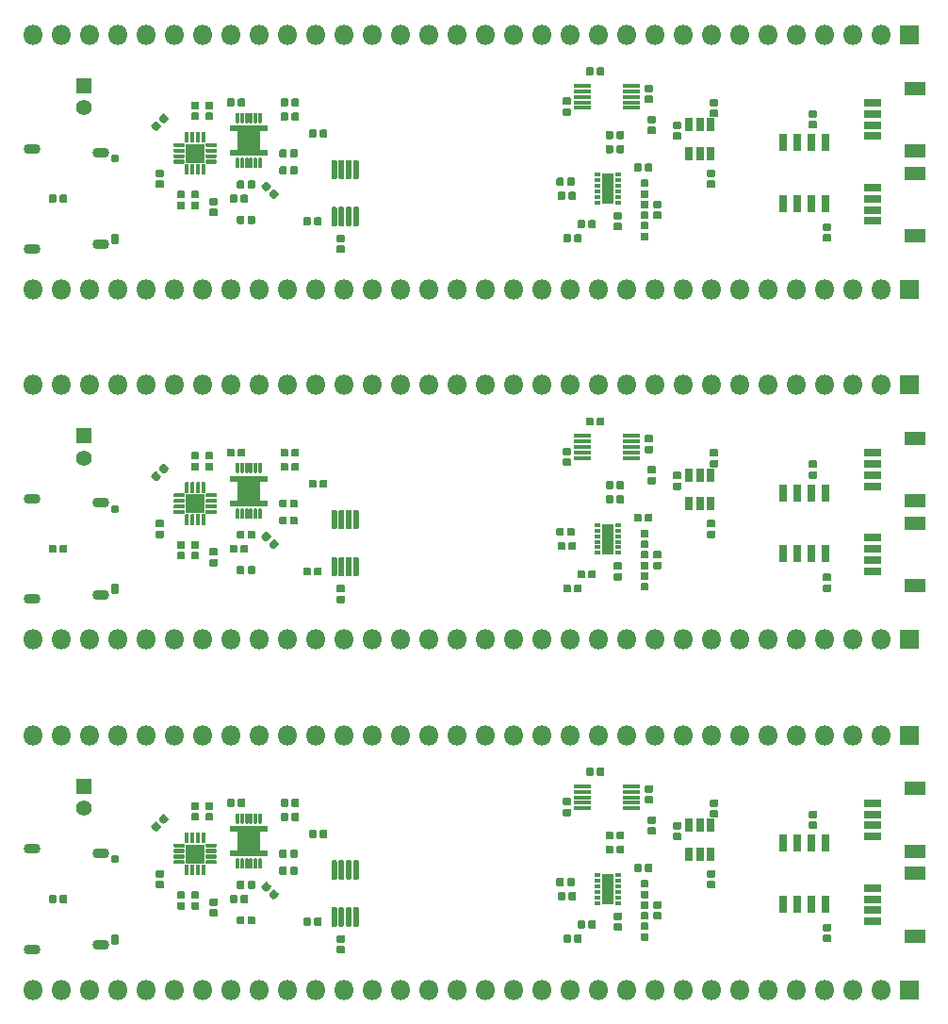
<source format=gbr>
G04 #@! TF.GenerationSoftware,KiCad,Pcbnew,5.1.5+dfsg1-2build2*
G04 #@! TF.CreationDate,2021-03-20T12:23:53+01:00*
G04 #@! TF.ProjectId,ATSAME51J18A-devboard-panel,41545341-4d45-4353-914a-3138412d6465,rev?*
G04 #@! TF.SameCoordinates,Original*
G04 #@! TF.FileFunction,Soldermask,Bot*
G04 #@! TF.FilePolarity,Negative*
%FSLAX46Y46*%
G04 Gerber Fmt 4.6, Leading zero omitted, Abs format (unit mm)*
G04 Created by KiCad (PCBNEW 5.1.5+dfsg1-2build2) date 2021-03-20 12:23:53*
%MOMM*%
%LPD*%
G04 APERTURE LIST*
%ADD10C,0.150000*%
%ADD11R,0.658800X1.560500*%
%ADD12R,0.600000X0.350000*%
%ADD13R,1.100000X2.750000*%
%ADD14R,1.700000X1.700000*%
%ADD15R,2.050000X2.700000*%
%ADD16R,0.775000X0.500000*%
%ADD17R,0.300000X0.300000*%
%ADD18O,0.300000X0.950000*%
%ADD19R,0.675000X0.500000*%
%ADD20R,1.900000X1.300000*%
%ADD21R,1.650000X0.700000*%
%ADD22R,1.800000X1.800000*%
%ADD23O,1.800000X1.800000*%
%ADD24R,0.700000X1.250000*%
%ADD25C,0.608000*%
%ADD26O,1.497000X0.912800*%
%ADD27C,0.785800*%
%ADD28C,1.408000*%
%ADD29R,1.408000X1.408000*%
%ADD30R,1.500000X0.400000*%
G04 APERTURE END LIST*
D10*
G36*
X123366409Y-133610850D02*
G01*
X123383154Y-133613334D01*
X123399575Y-133617447D01*
X123415514Y-133623150D01*
X123430817Y-133630388D01*
X123445337Y-133639090D01*
X123458934Y-133649175D01*
X123471477Y-133660543D01*
X123482845Y-133673086D01*
X123492930Y-133686683D01*
X123501632Y-133701203D01*
X123508870Y-133716506D01*
X123514573Y-133732445D01*
X123518686Y-133748866D01*
X123521170Y-133765611D01*
X123522001Y-133782519D01*
X123522001Y-134127519D01*
X123521170Y-134144427D01*
X123518686Y-134161172D01*
X123514573Y-134177593D01*
X123508870Y-134193532D01*
X123501632Y-134208835D01*
X123492930Y-134223355D01*
X123482845Y-134236952D01*
X123471477Y-134249495D01*
X123458934Y-134260863D01*
X123445337Y-134270948D01*
X123430817Y-134279650D01*
X123415514Y-134286888D01*
X123399575Y-134292591D01*
X123383154Y-134296704D01*
X123366409Y-134299188D01*
X123349501Y-134300019D01*
X122954501Y-134300019D01*
X122937593Y-134299188D01*
X122920848Y-134296704D01*
X122904427Y-134292591D01*
X122888488Y-134286888D01*
X122873185Y-134279650D01*
X122858665Y-134270948D01*
X122845068Y-134260863D01*
X122832525Y-134249495D01*
X122821157Y-134236952D01*
X122811072Y-134223355D01*
X122802370Y-134208835D01*
X122795132Y-134193532D01*
X122789429Y-134177593D01*
X122785316Y-134161172D01*
X122782832Y-134144427D01*
X122782001Y-134127519D01*
X122782001Y-133782519D01*
X122782832Y-133765611D01*
X122785316Y-133748866D01*
X122789429Y-133732445D01*
X122795132Y-133716506D01*
X122802370Y-133701203D01*
X122811072Y-133686683D01*
X122821157Y-133673086D01*
X122832525Y-133660543D01*
X122845068Y-133649175D01*
X122858665Y-133639090D01*
X122873185Y-133630388D01*
X122888488Y-133623150D01*
X122904427Y-133617447D01*
X122920848Y-133613334D01*
X122937593Y-133610850D01*
X122954501Y-133610019D01*
X123349501Y-133610019D01*
X123366409Y-133610850D01*
G37*
G36*
X123366409Y-132640850D02*
G01*
X123383154Y-132643334D01*
X123399575Y-132647447D01*
X123415514Y-132653150D01*
X123430817Y-132660388D01*
X123445337Y-132669090D01*
X123458934Y-132679175D01*
X123471477Y-132690543D01*
X123482845Y-132703086D01*
X123492930Y-132716683D01*
X123501632Y-132731203D01*
X123508870Y-132746506D01*
X123514573Y-132762445D01*
X123518686Y-132778866D01*
X123521170Y-132795611D01*
X123522001Y-132812519D01*
X123522001Y-133157519D01*
X123521170Y-133174427D01*
X123518686Y-133191172D01*
X123514573Y-133207593D01*
X123508870Y-133223532D01*
X123501632Y-133238835D01*
X123492930Y-133253355D01*
X123482845Y-133266952D01*
X123471477Y-133279495D01*
X123458934Y-133290863D01*
X123445337Y-133300948D01*
X123430817Y-133309650D01*
X123415514Y-133316888D01*
X123399575Y-133322591D01*
X123383154Y-133326704D01*
X123366409Y-133329188D01*
X123349501Y-133330019D01*
X122954501Y-133330019D01*
X122937593Y-133329188D01*
X122920848Y-133326704D01*
X122904427Y-133322591D01*
X122888488Y-133316888D01*
X122873185Y-133309650D01*
X122858665Y-133300948D01*
X122845068Y-133290863D01*
X122832525Y-133279495D01*
X122821157Y-133266952D01*
X122811072Y-133253355D01*
X122802370Y-133238835D01*
X122795132Y-133223532D01*
X122789429Y-133207593D01*
X122785316Y-133191172D01*
X122782832Y-133174427D01*
X122782001Y-133157519D01*
X122782001Y-132812519D01*
X122782832Y-132795611D01*
X122785316Y-132778866D01*
X122789429Y-132762445D01*
X122795132Y-132746506D01*
X122802370Y-132731203D01*
X122811072Y-132716683D01*
X122821157Y-132703086D01*
X122832525Y-132690543D01*
X122845068Y-132679175D01*
X122858665Y-132669090D01*
X122873185Y-132660388D01*
X122888488Y-132653150D01*
X122904427Y-132647447D01*
X122920848Y-132643334D01*
X122937593Y-132640850D01*
X122954501Y-132640019D01*
X123349501Y-132640019D01*
X123366409Y-132640850D01*
G37*
G36*
X122096409Y-122480850D02*
G01*
X122113154Y-122483334D01*
X122129575Y-122487447D01*
X122145514Y-122493150D01*
X122160817Y-122500388D01*
X122175337Y-122509090D01*
X122188934Y-122519175D01*
X122201477Y-122530543D01*
X122212845Y-122543086D01*
X122222930Y-122556683D01*
X122231632Y-122571203D01*
X122238870Y-122586506D01*
X122244573Y-122602445D01*
X122248686Y-122618866D01*
X122251170Y-122635611D01*
X122252001Y-122652519D01*
X122252001Y-122997519D01*
X122251170Y-123014427D01*
X122248686Y-123031172D01*
X122244573Y-123047593D01*
X122238870Y-123063532D01*
X122231632Y-123078835D01*
X122222930Y-123093355D01*
X122212845Y-123106952D01*
X122201477Y-123119495D01*
X122188934Y-123130863D01*
X122175337Y-123140948D01*
X122160817Y-123149650D01*
X122145514Y-123156888D01*
X122129575Y-123162591D01*
X122113154Y-123166704D01*
X122096409Y-123169188D01*
X122079501Y-123170019D01*
X121684501Y-123170019D01*
X121667593Y-123169188D01*
X121650848Y-123166704D01*
X121634427Y-123162591D01*
X121618488Y-123156888D01*
X121603185Y-123149650D01*
X121588665Y-123140948D01*
X121575068Y-123130863D01*
X121562525Y-123119495D01*
X121551157Y-123106952D01*
X121541072Y-123093355D01*
X121532370Y-123078835D01*
X121525132Y-123063532D01*
X121519429Y-123047593D01*
X121515316Y-123031172D01*
X121512832Y-123014427D01*
X121512001Y-122997519D01*
X121512001Y-122652519D01*
X121512832Y-122635611D01*
X121515316Y-122618866D01*
X121519429Y-122602445D01*
X121525132Y-122586506D01*
X121532370Y-122571203D01*
X121541072Y-122556683D01*
X121551157Y-122543086D01*
X121562525Y-122530543D01*
X121575068Y-122519175D01*
X121588665Y-122509090D01*
X121603185Y-122500388D01*
X121618488Y-122493150D01*
X121634427Y-122487447D01*
X121650848Y-122483334D01*
X121667593Y-122480850D01*
X121684501Y-122480019D01*
X122079501Y-122480019D01*
X122096409Y-122480850D01*
G37*
G36*
X122096409Y-123450850D02*
G01*
X122113154Y-123453334D01*
X122129575Y-123457447D01*
X122145514Y-123463150D01*
X122160817Y-123470388D01*
X122175337Y-123479090D01*
X122188934Y-123489175D01*
X122201477Y-123500543D01*
X122212845Y-123513086D01*
X122222930Y-123526683D01*
X122231632Y-123541203D01*
X122238870Y-123556506D01*
X122244573Y-123572445D01*
X122248686Y-123588866D01*
X122251170Y-123605611D01*
X122252001Y-123622519D01*
X122252001Y-123967519D01*
X122251170Y-123984427D01*
X122248686Y-124001172D01*
X122244573Y-124017593D01*
X122238870Y-124033532D01*
X122231632Y-124048835D01*
X122222930Y-124063355D01*
X122212845Y-124076952D01*
X122201477Y-124089495D01*
X122188934Y-124100863D01*
X122175337Y-124110948D01*
X122160817Y-124119650D01*
X122145514Y-124126888D01*
X122129575Y-124132591D01*
X122113154Y-124136704D01*
X122096409Y-124139188D01*
X122079501Y-124140019D01*
X121684501Y-124140019D01*
X121667593Y-124139188D01*
X121650848Y-124136704D01*
X121634427Y-124132591D01*
X121618488Y-124126888D01*
X121603185Y-124119650D01*
X121588665Y-124110948D01*
X121575068Y-124100863D01*
X121562525Y-124089495D01*
X121551157Y-124076952D01*
X121541072Y-124063355D01*
X121532370Y-124048835D01*
X121525132Y-124033532D01*
X121519429Y-124017593D01*
X121515316Y-124001172D01*
X121512832Y-123984427D01*
X121512001Y-123967519D01*
X121512001Y-123622519D01*
X121512832Y-123605611D01*
X121515316Y-123588866D01*
X121519429Y-123572445D01*
X121525132Y-123556506D01*
X121532370Y-123541203D01*
X121541072Y-123526683D01*
X121551157Y-123513086D01*
X121562525Y-123500543D01*
X121575068Y-123489175D01*
X121588665Y-123479090D01*
X121603185Y-123470388D01*
X121618488Y-123463150D01*
X121634427Y-123457447D01*
X121650848Y-123453334D01*
X121667593Y-123450850D01*
X121684501Y-123450019D01*
X122079501Y-123450019D01*
X122096409Y-123450850D01*
G37*
G36*
X77598409Y-132084850D02*
G01*
X77615154Y-132087334D01*
X77631575Y-132091447D01*
X77647514Y-132097150D01*
X77662817Y-132104388D01*
X77677337Y-132113090D01*
X77690934Y-132123175D01*
X77703477Y-132134543D01*
X77714845Y-132147086D01*
X77724930Y-132160683D01*
X77733632Y-132175203D01*
X77740870Y-132190506D01*
X77746573Y-132206445D01*
X77750686Y-132222866D01*
X77753170Y-132239611D01*
X77754001Y-132256519D01*
X77754001Y-132651519D01*
X77753170Y-132668427D01*
X77750686Y-132685172D01*
X77746573Y-132701593D01*
X77740870Y-132717532D01*
X77733632Y-132732835D01*
X77724930Y-132747355D01*
X77714845Y-132760952D01*
X77703477Y-132773495D01*
X77690934Y-132784863D01*
X77677337Y-132794948D01*
X77662817Y-132803650D01*
X77647514Y-132810888D01*
X77631575Y-132816591D01*
X77615154Y-132820704D01*
X77598409Y-132823188D01*
X77581501Y-132824019D01*
X77236501Y-132824019D01*
X77219593Y-132823188D01*
X77202848Y-132820704D01*
X77186427Y-132816591D01*
X77170488Y-132810888D01*
X77155185Y-132803650D01*
X77140665Y-132794948D01*
X77127068Y-132784863D01*
X77114525Y-132773495D01*
X77103157Y-132760952D01*
X77093072Y-132747355D01*
X77084370Y-132732835D01*
X77077132Y-132717532D01*
X77071429Y-132701593D01*
X77067316Y-132685172D01*
X77064832Y-132668427D01*
X77064001Y-132651519D01*
X77064001Y-132256519D01*
X77064832Y-132239611D01*
X77067316Y-132222866D01*
X77071429Y-132206445D01*
X77077132Y-132190506D01*
X77084370Y-132175203D01*
X77093072Y-132160683D01*
X77103157Y-132147086D01*
X77114525Y-132134543D01*
X77127068Y-132123175D01*
X77140665Y-132113090D01*
X77155185Y-132104388D01*
X77170488Y-132097150D01*
X77186427Y-132091447D01*
X77202848Y-132087334D01*
X77219593Y-132084850D01*
X77236501Y-132084019D01*
X77581501Y-132084019D01*
X77598409Y-132084850D01*
G37*
G36*
X76628409Y-132084850D02*
G01*
X76645154Y-132087334D01*
X76661575Y-132091447D01*
X76677514Y-132097150D01*
X76692817Y-132104388D01*
X76707337Y-132113090D01*
X76720934Y-132123175D01*
X76733477Y-132134543D01*
X76744845Y-132147086D01*
X76754930Y-132160683D01*
X76763632Y-132175203D01*
X76770870Y-132190506D01*
X76776573Y-132206445D01*
X76780686Y-132222866D01*
X76783170Y-132239611D01*
X76784001Y-132256519D01*
X76784001Y-132651519D01*
X76783170Y-132668427D01*
X76780686Y-132685172D01*
X76776573Y-132701593D01*
X76770870Y-132717532D01*
X76763632Y-132732835D01*
X76754930Y-132747355D01*
X76744845Y-132760952D01*
X76733477Y-132773495D01*
X76720934Y-132784863D01*
X76707337Y-132794948D01*
X76692817Y-132803650D01*
X76677514Y-132810888D01*
X76661575Y-132816591D01*
X76645154Y-132820704D01*
X76628409Y-132823188D01*
X76611501Y-132824019D01*
X76266501Y-132824019D01*
X76249593Y-132823188D01*
X76232848Y-132820704D01*
X76216427Y-132816591D01*
X76200488Y-132810888D01*
X76185185Y-132803650D01*
X76170665Y-132794948D01*
X76157068Y-132784863D01*
X76144525Y-132773495D01*
X76133157Y-132760952D01*
X76123072Y-132747355D01*
X76114370Y-132732835D01*
X76107132Y-132717532D01*
X76101429Y-132701593D01*
X76097316Y-132685172D01*
X76094832Y-132668427D01*
X76094001Y-132651519D01*
X76094001Y-132256519D01*
X76094832Y-132239611D01*
X76097316Y-132222866D01*
X76101429Y-132206445D01*
X76107132Y-132190506D01*
X76114370Y-132175203D01*
X76123072Y-132160683D01*
X76133157Y-132147086D01*
X76144525Y-132134543D01*
X76157068Y-132123175D01*
X76170665Y-132113090D01*
X76185185Y-132104388D01*
X76200488Y-132097150D01*
X76216427Y-132091447D01*
X76232848Y-132087334D01*
X76249593Y-132084850D01*
X76266501Y-132084019D01*
X76611501Y-132084019D01*
X76628409Y-132084850D01*
G37*
G36*
X106983409Y-129673850D02*
G01*
X107000154Y-129676334D01*
X107016575Y-129680447D01*
X107032514Y-129686150D01*
X107047817Y-129693388D01*
X107062337Y-129702090D01*
X107075934Y-129712175D01*
X107088477Y-129723543D01*
X107099845Y-129736086D01*
X107109930Y-129749683D01*
X107118632Y-129764203D01*
X107125870Y-129779506D01*
X107131573Y-129795445D01*
X107135686Y-129811866D01*
X107138170Y-129828611D01*
X107139001Y-129845519D01*
X107139001Y-130190519D01*
X107138170Y-130207427D01*
X107135686Y-130224172D01*
X107131573Y-130240593D01*
X107125870Y-130256532D01*
X107118632Y-130271835D01*
X107109930Y-130286355D01*
X107099845Y-130299952D01*
X107088477Y-130312495D01*
X107075934Y-130323863D01*
X107062337Y-130333948D01*
X107047817Y-130342650D01*
X107032514Y-130349888D01*
X107016575Y-130355591D01*
X107000154Y-130359704D01*
X106983409Y-130362188D01*
X106966501Y-130363019D01*
X106571501Y-130363019D01*
X106554593Y-130362188D01*
X106537848Y-130359704D01*
X106521427Y-130355591D01*
X106505488Y-130349888D01*
X106490185Y-130342650D01*
X106475665Y-130333948D01*
X106462068Y-130323863D01*
X106449525Y-130312495D01*
X106438157Y-130299952D01*
X106428072Y-130286355D01*
X106419370Y-130271835D01*
X106412132Y-130256532D01*
X106406429Y-130240593D01*
X106402316Y-130224172D01*
X106399832Y-130207427D01*
X106399001Y-130190519D01*
X106399001Y-129845519D01*
X106399832Y-129828611D01*
X106402316Y-129811866D01*
X106406429Y-129795445D01*
X106412132Y-129779506D01*
X106419370Y-129764203D01*
X106428072Y-129749683D01*
X106438157Y-129736086D01*
X106449525Y-129723543D01*
X106462068Y-129712175D01*
X106475665Y-129702090D01*
X106490185Y-129693388D01*
X106505488Y-129686150D01*
X106521427Y-129680447D01*
X106537848Y-129676334D01*
X106554593Y-129673850D01*
X106571501Y-129673019D01*
X106966501Y-129673019D01*
X106983409Y-129673850D01*
G37*
G36*
X106983409Y-128703850D02*
G01*
X107000154Y-128706334D01*
X107016575Y-128710447D01*
X107032514Y-128716150D01*
X107047817Y-128723388D01*
X107062337Y-128732090D01*
X107075934Y-128742175D01*
X107088477Y-128753543D01*
X107099845Y-128766086D01*
X107109930Y-128779683D01*
X107118632Y-128794203D01*
X107125870Y-128809506D01*
X107131573Y-128825445D01*
X107135686Y-128841866D01*
X107138170Y-128858611D01*
X107139001Y-128875519D01*
X107139001Y-129220519D01*
X107138170Y-129237427D01*
X107135686Y-129254172D01*
X107131573Y-129270593D01*
X107125870Y-129286532D01*
X107118632Y-129301835D01*
X107109930Y-129316355D01*
X107099845Y-129329952D01*
X107088477Y-129342495D01*
X107075934Y-129353863D01*
X107062337Y-129363948D01*
X107047817Y-129372650D01*
X107032514Y-129379888D01*
X107016575Y-129385591D01*
X107000154Y-129389704D01*
X106983409Y-129392188D01*
X106966501Y-129393019D01*
X106571501Y-129393019D01*
X106554593Y-129392188D01*
X106537848Y-129389704D01*
X106521427Y-129385591D01*
X106505488Y-129379888D01*
X106490185Y-129372650D01*
X106475665Y-129363948D01*
X106462068Y-129353863D01*
X106449525Y-129342495D01*
X106438157Y-129329952D01*
X106428072Y-129316355D01*
X106419370Y-129301835D01*
X106412132Y-129286532D01*
X106406429Y-129270593D01*
X106402316Y-129254172D01*
X106399832Y-129237427D01*
X106399001Y-129220519D01*
X106399001Y-128875519D01*
X106399832Y-128858611D01*
X106402316Y-128841866D01*
X106406429Y-128825445D01*
X106412132Y-128809506D01*
X106419370Y-128794203D01*
X106428072Y-128779683D01*
X106438157Y-128766086D01*
X106449525Y-128753543D01*
X106462068Y-128742175D01*
X106475665Y-128732090D01*
X106490185Y-128723388D01*
X106505488Y-128716150D01*
X106521427Y-128710447D01*
X106537848Y-128706334D01*
X106554593Y-128703850D01*
X106571501Y-128703019D01*
X106966501Y-128703019D01*
X106983409Y-128703850D01*
G37*
G36*
X113206408Y-121464850D02*
G01*
X113223153Y-121467334D01*
X113239574Y-121471447D01*
X113255513Y-121477150D01*
X113270816Y-121484388D01*
X113285336Y-121493090D01*
X113298933Y-121503175D01*
X113311476Y-121514543D01*
X113322844Y-121527086D01*
X113332929Y-121540683D01*
X113341631Y-121555203D01*
X113348869Y-121570506D01*
X113354572Y-121586445D01*
X113358685Y-121602866D01*
X113361169Y-121619611D01*
X113362000Y-121636519D01*
X113362000Y-121981519D01*
X113361169Y-121998427D01*
X113358685Y-122015172D01*
X113354572Y-122031593D01*
X113348869Y-122047532D01*
X113341631Y-122062835D01*
X113332929Y-122077355D01*
X113322844Y-122090952D01*
X113311476Y-122103495D01*
X113298933Y-122114863D01*
X113285336Y-122124948D01*
X113270816Y-122133650D01*
X113255513Y-122140888D01*
X113239574Y-122146591D01*
X113223153Y-122150704D01*
X113206408Y-122153188D01*
X113189500Y-122154019D01*
X112794500Y-122154019D01*
X112777592Y-122153188D01*
X112760847Y-122150704D01*
X112744426Y-122146591D01*
X112728487Y-122140888D01*
X112713184Y-122133650D01*
X112698664Y-122124948D01*
X112685067Y-122114863D01*
X112672524Y-122103495D01*
X112661156Y-122090952D01*
X112651071Y-122077355D01*
X112642369Y-122062835D01*
X112635131Y-122047532D01*
X112629428Y-122031593D01*
X112625315Y-122015172D01*
X112622831Y-121998427D01*
X112622000Y-121981519D01*
X112622000Y-121636519D01*
X112622831Y-121619611D01*
X112625315Y-121602866D01*
X112629428Y-121586445D01*
X112635131Y-121570506D01*
X112642369Y-121555203D01*
X112651071Y-121540683D01*
X112661156Y-121527086D01*
X112672524Y-121514543D01*
X112685067Y-121503175D01*
X112698664Y-121493090D01*
X112713184Y-121484388D01*
X112728487Y-121477150D01*
X112744426Y-121471447D01*
X112760847Y-121467334D01*
X112777592Y-121464850D01*
X112794500Y-121464019D01*
X113189500Y-121464019D01*
X113206408Y-121464850D01*
G37*
G36*
X113206408Y-122434850D02*
G01*
X113223153Y-122437334D01*
X113239574Y-122441447D01*
X113255513Y-122447150D01*
X113270816Y-122454388D01*
X113285336Y-122463090D01*
X113298933Y-122473175D01*
X113311476Y-122484543D01*
X113322844Y-122497086D01*
X113332929Y-122510683D01*
X113341631Y-122525203D01*
X113348869Y-122540506D01*
X113354572Y-122556445D01*
X113358685Y-122572866D01*
X113361169Y-122589611D01*
X113362000Y-122606519D01*
X113362000Y-122951519D01*
X113361169Y-122968427D01*
X113358685Y-122985172D01*
X113354572Y-123001593D01*
X113348869Y-123017532D01*
X113341631Y-123032835D01*
X113332929Y-123047355D01*
X113322844Y-123060952D01*
X113311476Y-123073495D01*
X113298933Y-123084863D01*
X113285336Y-123094948D01*
X113270816Y-123103650D01*
X113255513Y-123110888D01*
X113239574Y-123116591D01*
X113223153Y-123120704D01*
X113206408Y-123123188D01*
X113189500Y-123124019D01*
X112794500Y-123124019D01*
X112777592Y-123123188D01*
X112760847Y-123120704D01*
X112744426Y-123116591D01*
X112728487Y-123110888D01*
X112713184Y-123103650D01*
X112698664Y-123094948D01*
X112685067Y-123084863D01*
X112672524Y-123073495D01*
X112661156Y-123060952D01*
X112651071Y-123047355D01*
X112642369Y-123032835D01*
X112635131Y-123017532D01*
X112629428Y-123001593D01*
X112625315Y-122985172D01*
X112622831Y-122968427D01*
X112622000Y-122951519D01*
X112622000Y-122606519D01*
X112622831Y-122589611D01*
X112625315Y-122572866D01*
X112629428Y-122556445D01*
X112635131Y-122540506D01*
X112642369Y-122525203D01*
X112651071Y-122510683D01*
X112661156Y-122497086D01*
X112672524Y-122484543D01*
X112685067Y-122473175D01*
X112698664Y-122463090D01*
X112713184Y-122454388D01*
X112728487Y-122447150D01*
X112744426Y-122441447D01*
X112760847Y-122437334D01*
X112777592Y-122434850D01*
X112794500Y-122434019D01*
X113189500Y-122434019D01*
X113206408Y-122434850D01*
G37*
G36*
X99488409Y-129798850D02*
G01*
X99505154Y-129801334D01*
X99521575Y-129805447D01*
X99537514Y-129811150D01*
X99552817Y-129818388D01*
X99567337Y-129827090D01*
X99580934Y-129837175D01*
X99593477Y-129848543D01*
X99604845Y-129861086D01*
X99614930Y-129874683D01*
X99623632Y-129889203D01*
X99630870Y-129904506D01*
X99636573Y-129920445D01*
X99640686Y-129936866D01*
X99643170Y-129953611D01*
X99644001Y-129970519D01*
X99644001Y-130365519D01*
X99643170Y-130382427D01*
X99640686Y-130399172D01*
X99636573Y-130415593D01*
X99630870Y-130431532D01*
X99623632Y-130446835D01*
X99614930Y-130461355D01*
X99604845Y-130474952D01*
X99593477Y-130487495D01*
X99580934Y-130498863D01*
X99567337Y-130508948D01*
X99552817Y-130517650D01*
X99537514Y-130524888D01*
X99521575Y-130530591D01*
X99505154Y-130534704D01*
X99488409Y-130537188D01*
X99471501Y-130538019D01*
X99126501Y-130538019D01*
X99109593Y-130537188D01*
X99092848Y-130534704D01*
X99076427Y-130530591D01*
X99060488Y-130524888D01*
X99045185Y-130517650D01*
X99030665Y-130508948D01*
X99017068Y-130498863D01*
X99004525Y-130487495D01*
X98993157Y-130474952D01*
X98983072Y-130461355D01*
X98974370Y-130446835D01*
X98967132Y-130431532D01*
X98961429Y-130415593D01*
X98957316Y-130399172D01*
X98954832Y-130382427D01*
X98954001Y-130365519D01*
X98954001Y-129970519D01*
X98954832Y-129953611D01*
X98957316Y-129936866D01*
X98961429Y-129920445D01*
X98967132Y-129904506D01*
X98974370Y-129889203D01*
X98983072Y-129874683D01*
X98993157Y-129861086D01*
X99004525Y-129848543D01*
X99017068Y-129837175D01*
X99030665Y-129827090D01*
X99045185Y-129818388D01*
X99060488Y-129811150D01*
X99076427Y-129805447D01*
X99092848Y-129801334D01*
X99109593Y-129798850D01*
X99126501Y-129798019D01*
X99471501Y-129798019D01*
X99488409Y-129798850D01*
G37*
G36*
X100458409Y-129798850D02*
G01*
X100475154Y-129801334D01*
X100491575Y-129805447D01*
X100507514Y-129811150D01*
X100522817Y-129818388D01*
X100537337Y-129827090D01*
X100550934Y-129837175D01*
X100563477Y-129848543D01*
X100574845Y-129861086D01*
X100584930Y-129874683D01*
X100593632Y-129889203D01*
X100600870Y-129904506D01*
X100606573Y-129920445D01*
X100610686Y-129936866D01*
X100613170Y-129953611D01*
X100614001Y-129970519D01*
X100614001Y-130365519D01*
X100613170Y-130382427D01*
X100610686Y-130399172D01*
X100606573Y-130415593D01*
X100600870Y-130431532D01*
X100593632Y-130446835D01*
X100584930Y-130461355D01*
X100574845Y-130474952D01*
X100563477Y-130487495D01*
X100550934Y-130498863D01*
X100537337Y-130508948D01*
X100522817Y-130517650D01*
X100507514Y-130524888D01*
X100491575Y-130530591D01*
X100475154Y-130534704D01*
X100458409Y-130537188D01*
X100441501Y-130538019D01*
X100096501Y-130538019D01*
X100079593Y-130537188D01*
X100062848Y-130534704D01*
X100046427Y-130530591D01*
X100030488Y-130524888D01*
X100015185Y-130517650D01*
X100000665Y-130508948D01*
X99987068Y-130498863D01*
X99974525Y-130487495D01*
X99963157Y-130474952D01*
X99953072Y-130461355D01*
X99944370Y-130446835D01*
X99937132Y-130431532D01*
X99931429Y-130415593D01*
X99927316Y-130399172D01*
X99924832Y-130382427D01*
X99924001Y-130365519D01*
X99924001Y-129970519D01*
X99924832Y-129953611D01*
X99927316Y-129936866D01*
X99931429Y-129920445D01*
X99937132Y-129904506D01*
X99944370Y-129889203D01*
X99953072Y-129874683D01*
X99963157Y-129861086D01*
X99974525Y-129848543D01*
X99987068Y-129837175D01*
X100000665Y-129827090D01*
X100015185Y-129818388D01*
X100030488Y-129811150D01*
X100046427Y-129805447D01*
X100062848Y-129801334D01*
X100079593Y-129798850D01*
X100096501Y-129798019D01*
X100441501Y-129798019D01*
X100458409Y-129798850D01*
G37*
G36*
X79678409Y-133656850D02*
G01*
X79695154Y-133659334D01*
X79711575Y-133663447D01*
X79727514Y-133669150D01*
X79742817Y-133676388D01*
X79757337Y-133685090D01*
X79770934Y-133695175D01*
X79783477Y-133706543D01*
X79794845Y-133719086D01*
X79804930Y-133732683D01*
X79813632Y-133747203D01*
X79820870Y-133762506D01*
X79826573Y-133778445D01*
X79830686Y-133794866D01*
X79833170Y-133811611D01*
X79834001Y-133828519D01*
X79834001Y-134173519D01*
X79833170Y-134190427D01*
X79830686Y-134207172D01*
X79826573Y-134223593D01*
X79820870Y-134239532D01*
X79813632Y-134254835D01*
X79804930Y-134269355D01*
X79794845Y-134282952D01*
X79783477Y-134295495D01*
X79770934Y-134306863D01*
X79757337Y-134316948D01*
X79742817Y-134325650D01*
X79727514Y-134332888D01*
X79711575Y-134338591D01*
X79695154Y-134342704D01*
X79678409Y-134345188D01*
X79661501Y-134346019D01*
X79266501Y-134346019D01*
X79249593Y-134345188D01*
X79232848Y-134342704D01*
X79216427Y-134338591D01*
X79200488Y-134332888D01*
X79185185Y-134325650D01*
X79170665Y-134316948D01*
X79157068Y-134306863D01*
X79144525Y-134295495D01*
X79133157Y-134282952D01*
X79123072Y-134269355D01*
X79114370Y-134254835D01*
X79107132Y-134239532D01*
X79101429Y-134223593D01*
X79097316Y-134207172D01*
X79094832Y-134190427D01*
X79094001Y-134173519D01*
X79094001Y-133828519D01*
X79094832Y-133811611D01*
X79097316Y-133794866D01*
X79101429Y-133778445D01*
X79107132Y-133762506D01*
X79114370Y-133747203D01*
X79123072Y-133732683D01*
X79133157Y-133719086D01*
X79144525Y-133706543D01*
X79157068Y-133695175D01*
X79170665Y-133685090D01*
X79185185Y-133676388D01*
X79200488Y-133669150D01*
X79216427Y-133663447D01*
X79232848Y-133659334D01*
X79249593Y-133656850D01*
X79266501Y-133656019D01*
X79661501Y-133656019D01*
X79678409Y-133656850D01*
G37*
G36*
X79678409Y-134626850D02*
G01*
X79695154Y-134629334D01*
X79711575Y-134633447D01*
X79727514Y-134639150D01*
X79742817Y-134646388D01*
X79757337Y-134655090D01*
X79770934Y-134665175D01*
X79783477Y-134676543D01*
X79794845Y-134689086D01*
X79804930Y-134702683D01*
X79813632Y-134717203D01*
X79820870Y-134732506D01*
X79826573Y-134748445D01*
X79830686Y-134764866D01*
X79833170Y-134781611D01*
X79834001Y-134798519D01*
X79834001Y-135143519D01*
X79833170Y-135160427D01*
X79830686Y-135177172D01*
X79826573Y-135193593D01*
X79820870Y-135209532D01*
X79813632Y-135224835D01*
X79804930Y-135239355D01*
X79794845Y-135252952D01*
X79783477Y-135265495D01*
X79770934Y-135276863D01*
X79757337Y-135286948D01*
X79742817Y-135295650D01*
X79727514Y-135302888D01*
X79711575Y-135308591D01*
X79695154Y-135312704D01*
X79678409Y-135315188D01*
X79661501Y-135316019D01*
X79266501Y-135316019D01*
X79249593Y-135315188D01*
X79232848Y-135312704D01*
X79216427Y-135308591D01*
X79200488Y-135302888D01*
X79185185Y-135295650D01*
X79170665Y-135286948D01*
X79157068Y-135276863D01*
X79144525Y-135265495D01*
X79133157Y-135252952D01*
X79123072Y-135239355D01*
X79114370Y-135224835D01*
X79107132Y-135209532D01*
X79101429Y-135193593D01*
X79097316Y-135177172D01*
X79094832Y-135160427D01*
X79094001Y-135143519D01*
X79094001Y-134798519D01*
X79094832Y-134781611D01*
X79097316Y-134764866D01*
X79101429Y-134748445D01*
X79107132Y-134732506D01*
X79114370Y-134717203D01*
X79123072Y-134702683D01*
X79133157Y-134689086D01*
X79144525Y-134676543D01*
X79157068Y-134665175D01*
X79170665Y-134655090D01*
X79185185Y-134646388D01*
X79200488Y-134639150D01*
X79216427Y-134633447D01*
X79232848Y-134629334D01*
X79249593Y-134626850D01*
X79266501Y-134626019D01*
X79661501Y-134626019D01*
X79678409Y-134626850D01*
G37*
G36*
X100331409Y-128528850D02*
G01*
X100348154Y-128531334D01*
X100364575Y-128535447D01*
X100380514Y-128541150D01*
X100395817Y-128548388D01*
X100410337Y-128557090D01*
X100423934Y-128567175D01*
X100436477Y-128578543D01*
X100447845Y-128591086D01*
X100457930Y-128604683D01*
X100466632Y-128619203D01*
X100473870Y-128634506D01*
X100479573Y-128650445D01*
X100483686Y-128666866D01*
X100486170Y-128683611D01*
X100487001Y-128700519D01*
X100487001Y-129095519D01*
X100486170Y-129112427D01*
X100483686Y-129129172D01*
X100479573Y-129145593D01*
X100473870Y-129161532D01*
X100466632Y-129176835D01*
X100457930Y-129191355D01*
X100447845Y-129204952D01*
X100436477Y-129217495D01*
X100423934Y-129228863D01*
X100410337Y-129238948D01*
X100395817Y-129247650D01*
X100380514Y-129254888D01*
X100364575Y-129260591D01*
X100348154Y-129264704D01*
X100331409Y-129267188D01*
X100314501Y-129268019D01*
X99969501Y-129268019D01*
X99952593Y-129267188D01*
X99935848Y-129264704D01*
X99919427Y-129260591D01*
X99903488Y-129254888D01*
X99888185Y-129247650D01*
X99873665Y-129238948D01*
X99860068Y-129228863D01*
X99847525Y-129217495D01*
X99836157Y-129204952D01*
X99826072Y-129191355D01*
X99817370Y-129176835D01*
X99810132Y-129161532D01*
X99804429Y-129145593D01*
X99800316Y-129129172D01*
X99797832Y-129112427D01*
X99797001Y-129095519D01*
X99797001Y-128700519D01*
X99797832Y-128683611D01*
X99800316Y-128666866D01*
X99804429Y-128650445D01*
X99810132Y-128634506D01*
X99817370Y-128619203D01*
X99826072Y-128604683D01*
X99836157Y-128591086D01*
X99847525Y-128578543D01*
X99860068Y-128567175D01*
X99873665Y-128557090D01*
X99888185Y-128548388D01*
X99903488Y-128541150D01*
X99919427Y-128535447D01*
X99935848Y-128531334D01*
X99952593Y-128528850D01*
X99969501Y-128528019D01*
X100314501Y-128528019D01*
X100331409Y-128528850D01*
G37*
G36*
X99361409Y-128528850D02*
G01*
X99378154Y-128531334D01*
X99394575Y-128535447D01*
X99410514Y-128541150D01*
X99425817Y-128548388D01*
X99440337Y-128557090D01*
X99453934Y-128567175D01*
X99466477Y-128578543D01*
X99477845Y-128591086D01*
X99487930Y-128604683D01*
X99496632Y-128619203D01*
X99503870Y-128634506D01*
X99509573Y-128650445D01*
X99513686Y-128666866D01*
X99516170Y-128683611D01*
X99517001Y-128700519D01*
X99517001Y-129095519D01*
X99516170Y-129112427D01*
X99513686Y-129129172D01*
X99509573Y-129145593D01*
X99503870Y-129161532D01*
X99496632Y-129176835D01*
X99487930Y-129191355D01*
X99477845Y-129204952D01*
X99466477Y-129217495D01*
X99453934Y-129228863D01*
X99440337Y-129238948D01*
X99425817Y-129247650D01*
X99410514Y-129254888D01*
X99394575Y-129260591D01*
X99378154Y-129264704D01*
X99361409Y-129267188D01*
X99344501Y-129268019D01*
X98999501Y-129268019D01*
X98982593Y-129267188D01*
X98965848Y-129264704D01*
X98949427Y-129260591D01*
X98933488Y-129254888D01*
X98918185Y-129247650D01*
X98903665Y-129238948D01*
X98890068Y-129228863D01*
X98877525Y-129217495D01*
X98866157Y-129204952D01*
X98856072Y-129191355D01*
X98847370Y-129176835D01*
X98840132Y-129161532D01*
X98834429Y-129145593D01*
X98830316Y-129129172D01*
X98827832Y-129112427D01*
X98827001Y-129095519D01*
X98827001Y-128700519D01*
X98827832Y-128683611D01*
X98830316Y-128666866D01*
X98834429Y-128650445D01*
X98840132Y-128634506D01*
X98847370Y-128619203D01*
X98856072Y-128604683D01*
X98866157Y-128591086D01*
X98877525Y-128578543D01*
X98890068Y-128567175D01*
X98903665Y-128557090D01*
X98918185Y-128548388D01*
X98933488Y-128541150D01*
X98949427Y-128535447D01*
X98965848Y-128531334D01*
X98982593Y-128528850D01*
X98999501Y-128528019D01*
X99344501Y-128528019D01*
X99361409Y-128528850D01*
G37*
G36*
X109904409Y-123496850D02*
G01*
X109921154Y-123499334D01*
X109937575Y-123503447D01*
X109953514Y-123509150D01*
X109968817Y-123516388D01*
X109983337Y-123525090D01*
X109996934Y-123535175D01*
X110009477Y-123546543D01*
X110020845Y-123559086D01*
X110030930Y-123572683D01*
X110039632Y-123587203D01*
X110046870Y-123602506D01*
X110052573Y-123618445D01*
X110056686Y-123634866D01*
X110059170Y-123651611D01*
X110060001Y-123668519D01*
X110060001Y-124013519D01*
X110059170Y-124030427D01*
X110056686Y-124047172D01*
X110052573Y-124063593D01*
X110046870Y-124079532D01*
X110039632Y-124094835D01*
X110030930Y-124109355D01*
X110020845Y-124122952D01*
X110009477Y-124135495D01*
X109996934Y-124146863D01*
X109983337Y-124156948D01*
X109968817Y-124165650D01*
X109953514Y-124172888D01*
X109937575Y-124178591D01*
X109921154Y-124182704D01*
X109904409Y-124185188D01*
X109887501Y-124186019D01*
X109492501Y-124186019D01*
X109475593Y-124185188D01*
X109458848Y-124182704D01*
X109442427Y-124178591D01*
X109426488Y-124172888D01*
X109411185Y-124165650D01*
X109396665Y-124156948D01*
X109383068Y-124146863D01*
X109370525Y-124135495D01*
X109359157Y-124122952D01*
X109349072Y-124109355D01*
X109340370Y-124094835D01*
X109333132Y-124079532D01*
X109327429Y-124063593D01*
X109323316Y-124047172D01*
X109320832Y-124030427D01*
X109320001Y-124013519D01*
X109320001Y-123668519D01*
X109320832Y-123651611D01*
X109323316Y-123634866D01*
X109327429Y-123618445D01*
X109333132Y-123602506D01*
X109340370Y-123587203D01*
X109349072Y-123572683D01*
X109359157Y-123559086D01*
X109370525Y-123546543D01*
X109383068Y-123535175D01*
X109396665Y-123525090D01*
X109411185Y-123516388D01*
X109426488Y-123509150D01*
X109442427Y-123503447D01*
X109458848Y-123499334D01*
X109475593Y-123496850D01*
X109492501Y-123496019D01*
X109887501Y-123496019D01*
X109904409Y-123496850D01*
G37*
G36*
X109904409Y-124466850D02*
G01*
X109921154Y-124469334D01*
X109937575Y-124473447D01*
X109953514Y-124479150D01*
X109968817Y-124486388D01*
X109983337Y-124495090D01*
X109996934Y-124505175D01*
X110009477Y-124516543D01*
X110020845Y-124529086D01*
X110030930Y-124542683D01*
X110039632Y-124557203D01*
X110046870Y-124572506D01*
X110052573Y-124588445D01*
X110056686Y-124604866D01*
X110059170Y-124621611D01*
X110060001Y-124638519D01*
X110060001Y-124983519D01*
X110059170Y-125000427D01*
X110056686Y-125017172D01*
X110052573Y-125033593D01*
X110046870Y-125049532D01*
X110039632Y-125064835D01*
X110030930Y-125079355D01*
X110020845Y-125092952D01*
X110009477Y-125105495D01*
X109996934Y-125116863D01*
X109983337Y-125126948D01*
X109968817Y-125135650D01*
X109953514Y-125142888D01*
X109937575Y-125148591D01*
X109921154Y-125152704D01*
X109904409Y-125155188D01*
X109887501Y-125156019D01*
X109492501Y-125156019D01*
X109475593Y-125155188D01*
X109458848Y-125152704D01*
X109442427Y-125148591D01*
X109426488Y-125142888D01*
X109411185Y-125135650D01*
X109396665Y-125126948D01*
X109383068Y-125116863D01*
X109370525Y-125105495D01*
X109359157Y-125092952D01*
X109349072Y-125079355D01*
X109340370Y-125064835D01*
X109333132Y-125049532D01*
X109327429Y-125033593D01*
X109323316Y-125017172D01*
X109320832Y-125000427D01*
X109320001Y-124983519D01*
X109320001Y-124638519D01*
X109320832Y-124621611D01*
X109323316Y-124604866D01*
X109327429Y-124588445D01*
X109333132Y-124572506D01*
X109340370Y-124557203D01*
X109349072Y-124542683D01*
X109359157Y-124529086D01*
X109370525Y-124516543D01*
X109383068Y-124505175D01*
X109396665Y-124495090D01*
X109411185Y-124486388D01*
X109426488Y-124479150D01*
X109442427Y-124473447D01*
X109458848Y-124469334D01*
X109475593Y-124466850D01*
X109492501Y-124466019D01*
X109887501Y-124466019D01*
X109904409Y-124466850D01*
G37*
G36*
X108126409Y-131578850D02*
G01*
X108143154Y-131581334D01*
X108159575Y-131585447D01*
X108175514Y-131591150D01*
X108190817Y-131598388D01*
X108205337Y-131607090D01*
X108218934Y-131617175D01*
X108231477Y-131628543D01*
X108242845Y-131641086D01*
X108252930Y-131654683D01*
X108261632Y-131669203D01*
X108268870Y-131684506D01*
X108274573Y-131700445D01*
X108278686Y-131716866D01*
X108281170Y-131733611D01*
X108282001Y-131750519D01*
X108282001Y-132095519D01*
X108281170Y-132112427D01*
X108278686Y-132129172D01*
X108274573Y-132145593D01*
X108268870Y-132161532D01*
X108261632Y-132176835D01*
X108252930Y-132191355D01*
X108242845Y-132204952D01*
X108231477Y-132217495D01*
X108218934Y-132228863D01*
X108205337Y-132238948D01*
X108190817Y-132247650D01*
X108175514Y-132254888D01*
X108159575Y-132260591D01*
X108143154Y-132264704D01*
X108126409Y-132267188D01*
X108109501Y-132268019D01*
X107714501Y-132268019D01*
X107697593Y-132267188D01*
X107680848Y-132264704D01*
X107664427Y-132260591D01*
X107648488Y-132254888D01*
X107633185Y-132247650D01*
X107618665Y-132238948D01*
X107605068Y-132228863D01*
X107592525Y-132217495D01*
X107581157Y-132204952D01*
X107571072Y-132191355D01*
X107562370Y-132176835D01*
X107555132Y-132161532D01*
X107549429Y-132145593D01*
X107545316Y-132129172D01*
X107542832Y-132112427D01*
X107542001Y-132095519D01*
X107542001Y-131750519D01*
X107542832Y-131733611D01*
X107545316Y-131716866D01*
X107549429Y-131700445D01*
X107555132Y-131684506D01*
X107562370Y-131669203D01*
X107571072Y-131654683D01*
X107581157Y-131641086D01*
X107592525Y-131628543D01*
X107605068Y-131617175D01*
X107618665Y-131607090D01*
X107633185Y-131598388D01*
X107648488Y-131591150D01*
X107664427Y-131585447D01*
X107680848Y-131581334D01*
X107697593Y-131578850D01*
X107714501Y-131578019D01*
X108109501Y-131578019D01*
X108126409Y-131578850D01*
G37*
G36*
X108126409Y-130608850D02*
G01*
X108143154Y-130611334D01*
X108159575Y-130615447D01*
X108175514Y-130621150D01*
X108190817Y-130628388D01*
X108205337Y-130637090D01*
X108218934Y-130647175D01*
X108231477Y-130658543D01*
X108242845Y-130671086D01*
X108252930Y-130684683D01*
X108261632Y-130699203D01*
X108268870Y-130714506D01*
X108274573Y-130730445D01*
X108278686Y-130746866D01*
X108281170Y-130763611D01*
X108282001Y-130780519D01*
X108282001Y-131125519D01*
X108281170Y-131142427D01*
X108278686Y-131159172D01*
X108274573Y-131175593D01*
X108268870Y-131191532D01*
X108261632Y-131206835D01*
X108252930Y-131221355D01*
X108242845Y-131234952D01*
X108231477Y-131247495D01*
X108218934Y-131258863D01*
X108205337Y-131268948D01*
X108190817Y-131277650D01*
X108175514Y-131284888D01*
X108159575Y-131290591D01*
X108143154Y-131294704D01*
X108126409Y-131297188D01*
X108109501Y-131298019D01*
X107714501Y-131298019D01*
X107697593Y-131297188D01*
X107680848Y-131294704D01*
X107664427Y-131290591D01*
X107648488Y-131284888D01*
X107633185Y-131277650D01*
X107618665Y-131268948D01*
X107605068Y-131258863D01*
X107592525Y-131247495D01*
X107581157Y-131234952D01*
X107571072Y-131221355D01*
X107562370Y-131206835D01*
X107555132Y-131191532D01*
X107549429Y-131175593D01*
X107545316Y-131159172D01*
X107542832Y-131142427D01*
X107542001Y-131125519D01*
X107542001Y-130780519D01*
X107542832Y-130763611D01*
X107545316Y-130746866D01*
X107549429Y-130730445D01*
X107555132Y-130714506D01*
X107562370Y-130699203D01*
X107571072Y-130684683D01*
X107581157Y-130671086D01*
X107592525Y-130658543D01*
X107605068Y-130647175D01*
X107618665Y-130637090D01*
X107633185Y-130628388D01*
X107648488Y-130621150D01*
X107664427Y-130615447D01*
X107680848Y-130611334D01*
X107697593Y-130608850D01*
X107714501Y-130608019D01*
X108109501Y-130608019D01*
X108126409Y-130608850D01*
G37*
G36*
X103806409Y-124337850D02*
G01*
X103823154Y-124340334D01*
X103839575Y-124344447D01*
X103855514Y-124350150D01*
X103870817Y-124357388D01*
X103885337Y-124366090D01*
X103898934Y-124376175D01*
X103911477Y-124387543D01*
X103922845Y-124400086D01*
X103932930Y-124413683D01*
X103941632Y-124428203D01*
X103948870Y-124443506D01*
X103954573Y-124459445D01*
X103958686Y-124475866D01*
X103961170Y-124492611D01*
X103962001Y-124509519D01*
X103962001Y-124904519D01*
X103961170Y-124921427D01*
X103958686Y-124938172D01*
X103954573Y-124954593D01*
X103948870Y-124970532D01*
X103941632Y-124985835D01*
X103932930Y-125000355D01*
X103922845Y-125013952D01*
X103911477Y-125026495D01*
X103898934Y-125037863D01*
X103885337Y-125047948D01*
X103870817Y-125056650D01*
X103855514Y-125063888D01*
X103839575Y-125069591D01*
X103823154Y-125073704D01*
X103806409Y-125076188D01*
X103789501Y-125077019D01*
X103444501Y-125077019D01*
X103427593Y-125076188D01*
X103410848Y-125073704D01*
X103394427Y-125069591D01*
X103378488Y-125063888D01*
X103363185Y-125056650D01*
X103348665Y-125047948D01*
X103335068Y-125037863D01*
X103322525Y-125026495D01*
X103311157Y-125013952D01*
X103301072Y-125000355D01*
X103292370Y-124985835D01*
X103285132Y-124970532D01*
X103279429Y-124954593D01*
X103275316Y-124938172D01*
X103272832Y-124921427D01*
X103272001Y-124904519D01*
X103272001Y-124509519D01*
X103272832Y-124492611D01*
X103275316Y-124475866D01*
X103279429Y-124459445D01*
X103285132Y-124443506D01*
X103292370Y-124428203D01*
X103301072Y-124413683D01*
X103311157Y-124400086D01*
X103322525Y-124387543D01*
X103335068Y-124376175D01*
X103348665Y-124366090D01*
X103363185Y-124357388D01*
X103378488Y-124350150D01*
X103394427Y-124344447D01*
X103410848Y-124340334D01*
X103427593Y-124337850D01*
X103444501Y-124337019D01*
X103789501Y-124337019D01*
X103806409Y-124337850D01*
G37*
G36*
X104776409Y-124337850D02*
G01*
X104793154Y-124340334D01*
X104809575Y-124344447D01*
X104825514Y-124350150D01*
X104840817Y-124357388D01*
X104855337Y-124366090D01*
X104868934Y-124376175D01*
X104881477Y-124387543D01*
X104892845Y-124400086D01*
X104902930Y-124413683D01*
X104911632Y-124428203D01*
X104918870Y-124443506D01*
X104924573Y-124459445D01*
X104928686Y-124475866D01*
X104931170Y-124492611D01*
X104932001Y-124509519D01*
X104932001Y-124904519D01*
X104931170Y-124921427D01*
X104928686Y-124938172D01*
X104924573Y-124954593D01*
X104918870Y-124970532D01*
X104911632Y-124985835D01*
X104902930Y-125000355D01*
X104892845Y-125013952D01*
X104881477Y-125026495D01*
X104868934Y-125037863D01*
X104855337Y-125047948D01*
X104840817Y-125056650D01*
X104825514Y-125063888D01*
X104809575Y-125069591D01*
X104793154Y-125073704D01*
X104776409Y-125076188D01*
X104759501Y-125077019D01*
X104414501Y-125077019D01*
X104397593Y-125076188D01*
X104380848Y-125073704D01*
X104364427Y-125069591D01*
X104348488Y-125063888D01*
X104333185Y-125056650D01*
X104318665Y-125047948D01*
X104305068Y-125037863D01*
X104292525Y-125026495D01*
X104281157Y-125013952D01*
X104271072Y-125000355D01*
X104262370Y-124985835D01*
X104255132Y-124970532D01*
X104249429Y-124954593D01*
X104245316Y-124938172D01*
X104242832Y-124921427D01*
X104242001Y-124904519D01*
X104242001Y-124509519D01*
X104242832Y-124492611D01*
X104245316Y-124475866D01*
X104249429Y-124459445D01*
X104255132Y-124443506D01*
X104262370Y-124428203D01*
X104271072Y-124413683D01*
X104281157Y-124400086D01*
X104292525Y-124387543D01*
X104305068Y-124376175D01*
X104318665Y-124366090D01*
X104333185Y-124357388D01*
X104348488Y-124350150D01*
X104364427Y-124344447D01*
X104380848Y-124340334D01*
X104397593Y-124337850D01*
X104414501Y-124337019D01*
X104759501Y-124337019D01*
X104776409Y-124337850D01*
G37*
G36*
X99998409Y-122307850D02*
G01*
X100015154Y-122310334D01*
X100031575Y-122314447D01*
X100047514Y-122320150D01*
X100062817Y-122327388D01*
X100077337Y-122336090D01*
X100090934Y-122346175D01*
X100103477Y-122357543D01*
X100114845Y-122370086D01*
X100124930Y-122383683D01*
X100133632Y-122398203D01*
X100140870Y-122413506D01*
X100146573Y-122429445D01*
X100150686Y-122445866D01*
X100153170Y-122462611D01*
X100154001Y-122479519D01*
X100154001Y-122824519D01*
X100153170Y-122841427D01*
X100150686Y-122858172D01*
X100146573Y-122874593D01*
X100140870Y-122890532D01*
X100133632Y-122905835D01*
X100124930Y-122920355D01*
X100114845Y-122933952D01*
X100103477Y-122946495D01*
X100090934Y-122957863D01*
X100077337Y-122967948D01*
X100062817Y-122976650D01*
X100047514Y-122983888D01*
X100031575Y-122989591D01*
X100015154Y-122993704D01*
X99998409Y-122996188D01*
X99981501Y-122997019D01*
X99586501Y-122997019D01*
X99569593Y-122996188D01*
X99552848Y-122993704D01*
X99536427Y-122989591D01*
X99520488Y-122983888D01*
X99505185Y-122976650D01*
X99490665Y-122967948D01*
X99477068Y-122957863D01*
X99464525Y-122946495D01*
X99453157Y-122933952D01*
X99443072Y-122920355D01*
X99434370Y-122905835D01*
X99427132Y-122890532D01*
X99421429Y-122874593D01*
X99417316Y-122858172D01*
X99414832Y-122841427D01*
X99414001Y-122824519D01*
X99414001Y-122479519D01*
X99414832Y-122462611D01*
X99417316Y-122445866D01*
X99421429Y-122429445D01*
X99427132Y-122413506D01*
X99434370Y-122398203D01*
X99443072Y-122383683D01*
X99453157Y-122370086D01*
X99464525Y-122357543D01*
X99477068Y-122346175D01*
X99490665Y-122336090D01*
X99505185Y-122327388D01*
X99520488Y-122320150D01*
X99536427Y-122314447D01*
X99552848Y-122310334D01*
X99569593Y-122307850D01*
X99586501Y-122307019D01*
X99981501Y-122307019D01*
X99998409Y-122307850D01*
G37*
G36*
X99998409Y-121337850D02*
G01*
X100015154Y-121340334D01*
X100031575Y-121344447D01*
X100047514Y-121350150D01*
X100062817Y-121357388D01*
X100077337Y-121366090D01*
X100090934Y-121376175D01*
X100103477Y-121387543D01*
X100114845Y-121400086D01*
X100124930Y-121413683D01*
X100133632Y-121428203D01*
X100140870Y-121443506D01*
X100146573Y-121459445D01*
X100150686Y-121475866D01*
X100153170Y-121492611D01*
X100154001Y-121509519D01*
X100154001Y-121854519D01*
X100153170Y-121871427D01*
X100150686Y-121888172D01*
X100146573Y-121904593D01*
X100140870Y-121920532D01*
X100133632Y-121935835D01*
X100124930Y-121950355D01*
X100114845Y-121963952D01*
X100103477Y-121976495D01*
X100090934Y-121987863D01*
X100077337Y-121997948D01*
X100062817Y-122006650D01*
X100047514Y-122013888D01*
X100031575Y-122019591D01*
X100015154Y-122023704D01*
X99998409Y-122026188D01*
X99981501Y-122027019D01*
X99586501Y-122027019D01*
X99569593Y-122026188D01*
X99552848Y-122023704D01*
X99536427Y-122019591D01*
X99520488Y-122013888D01*
X99505185Y-122006650D01*
X99490665Y-121997948D01*
X99477068Y-121987863D01*
X99464525Y-121976495D01*
X99453157Y-121963952D01*
X99443072Y-121950355D01*
X99434370Y-121935835D01*
X99427132Y-121920532D01*
X99421429Y-121904593D01*
X99417316Y-121888172D01*
X99414832Y-121871427D01*
X99414001Y-121854519D01*
X99414001Y-121509519D01*
X99414832Y-121492611D01*
X99417316Y-121475866D01*
X99421429Y-121459445D01*
X99427132Y-121443506D01*
X99434370Y-121428203D01*
X99443072Y-121413683D01*
X99453157Y-121400086D01*
X99464525Y-121387543D01*
X99477068Y-121376175D01*
X99490665Y-121366090D01*
X99505185Y-121357388D01*
X99520488Y-121350150D01*
X99536427Y-121344447D01*
X99552848Y-121340334D01*
X99569593Y-121337850D01*
X99586501Y-121337019D01*
X99981501Y-121337019D01*
X99998409Y-121337850D01*
G37*
G36*
X112952409Y-128784850D02*
G01*
X112969154Y-128787334D01*
X112985575Y-128791447D01*
X113001514Y-128797150D01*
X113016817Y-128804388D01*
X113031337Y-128813090D01*
X113044934Y-128823175D01*
X113057477Y-128834543D01*
X113068845Y-128847086D01*
X113078930Y-128860683D01*
X113087632Y-128875203D01*
X113094870Y-128890506D01*
X113100573Y-128906445D01*
X113104686Y-128922866D01*
X113107170Y-128939611D01*
X113108001Y-128956519D01*
X113108001Y-129301519D01*
X113107170Y-129318427D01*
X113104686Y-129335172D01*
X113100573Y-129351593D01*
X113094870Y-129367532D01*
X113087632Y-129382835D01*
X113078930Y-129397355D01*
X113068845Y-129410952D01*
X113057477Y-129423495D01*
X113044934Y-129434863D01*
X113031337Y-129444948D01*
X113016817Y-129453650D01*
X113001514Y-129460888D01*
X112985575Y-129466591D01*
X112969154Y-129470704D01*
X112952409Y-129473188D01*
X112935501Y-129474019D01*
X112540501Y-129474019D01*
X112523593Y-129473188D01*
X112506848Y-129470704D01*
X112490427Y-129466591D01*
X112474488Y-129460888D01*
X112459185Y-129453650D01*
X112444665Y-129444948D01*
X112431068Y-129434863D01*
X112418525Y-129423495D01*
X112407157Y-129410952D01*
X112397072Y-129397355D01*
X112388370Y-129382835D01*
X112381132Y-129367532D01*
X112375429Y-129351593D01*
X112371316Y-129335172D01*
X112368832Y-129318427D01*
X112368001Y-129301519D01*
X112368001Y-128956519D01*
X112368832Y-128939611D01*
X112371316Y-128922866D01*
X112375429Y-128906445D01*
X112381132Y-128890506D01*
X112388370Y-128875203D01*
X112397072Y-128860683D01*
X112407157Y-128847086D01*
X112418525Y-128834543D01*
X112431068Y-128823175D01*
X112444665Y-128813090D01*
X112459185Y-128804388D01*
X112474488Y-128797150D01*
X112490427Y-128791447D01*
X112506848Y-128787334D01*
X112523593Y-128784850D01*
X112540501Y-128784019D01*
X112935501Y-128784019D01*
X112952409Y-128784850D01*
G37*
G36*
X112952409Y-127814850D02*
G01*
X112969154Y-127817334D01*
X112985575Y-127821447D01*
X113001514Y-127827150D01*
X113016817Y-127834388D01*
X113031337Y-127843090D01*
X113044934Y-127853175D01*
X113057477Y-127864543D01*
X113068845Y-127877086D01*
X113078930Y-127890683D01*
X113087632Y-127905203D01*
X113094870Y-127920506D01*
X113100573Y-127936445D01*
X113104686Y-127952866D01*
X113107170Y-127969611D01*
X113108001Y-127986519D01*
X113108001Y-128331519D01*
X113107170Y-128348427D01*
X113104686Y-128365172D01*
X113100573Y-128381593D01*
X113094870Y-128397532D01*
X113087632Y-128412835D01*
X113078930Y-128427355D01*
X113068845Y-128440952D01*
X113057477Y-128453495D01*
X113044934Y-128464863D01*
X113031337Y-128474948D01*
X113016817Y-128483650D01*
X113001514Y-128490888D01*
X112985575Y-128496591D01*
X112969154Y-128500704D01*
X112952409Y-128503188D01*
X112935501Y-128504019D01*
X112540501Y-128504019D01*
X112523593Y-128503188D01*
X112506848Y-128500704D01*
X112490427Y-128496591D01*
X112474488Y-128490888D01*
X112459185Y-128483650D01*
X112444665Y-128474948D01*
X112431068Y-128464863D01*
X112418525Y-128453495D01*
X112407157Y-128440952D01*
X112397072Y-128427355D01*
X112388370Y-128412835D01*
X112381132Y-128397532D01*
X112375429Y-128381593D01*
X112371316Y-128365172D01*
X112368832Y-128348427D01*
X112368001Y-128331519D01*
X112368001Y-127986519D01*
X112368832Y-127969611D01*
X112371316Y-127952866D01*
X112375429Y-127936445D01*
X112381132Y-127920506D01*
X112388370Y-127905203D01*
X112397072Y-127890683D01*
X112407157Y-127877086D01*
X112418525Y-127864543D01*
X112431068Y-127853175D01*
X112444665Y-127843090D01*
X112459185Y-127834388D01*
X112474488Y-127827150D01*
X112490427Y-127821447D01*
X112506848Y-127817334D01*
X112523593Y-127814850D01*
X112540501Y-127814019D01*
X112935501Y-127814019D01*
X112952409Y-127814850D01*
G37*
G36*
X107618409Y-122988850D02*
G01*
X107635154Y-122991334D01*
X107651575Y-122995447D01*
X107667514Y-123001150D01*
X107682817Y-123008388D01*
X107697337Y-123017090D01*
X107710934Y-123027175D01*
X107723477Y-123038543D01*
X107734845Y-123051086D01*
X107744930Y-123064683D01*
X107753632Y-123079203D01*
X107760870Y-123094506D01*
X107766573Y-123110445D01*
X107770686Y-123126866D01*
X107773170Y-123143611D01*
X107774001Y-123160519D01*
X107774001Y-123505519D01*
X107773170Y-123522427D01*
X107770686Y-123539172D01*
X107766573Y-123555593D01*
X107760870Y-123571532D01*
X107753632Y-123586835D01*
X107744930Y-123601355D01*
X107734845Y-123614952D01*
X107723477Y-123627495D01*
X107710934Y-123638863D01*
X107697337Y-123648948D01*
X107682817Y-123657650D01*
X107667514Y-123664888D01*
X107651575Y-123670591D01*
X107635154Y-123674704D01*
X107618409Y-123677188D01*
X107601501Y-123678019D01*
X107206501Y-123678019D01*
X107189593Y-123677188D01*
X107172848Y-123674704D01*
X107156427Y-123670591D01*
X107140488Y-123664888D01*
X107125185Y-123657650D01*
X107110665Y-123648948D01*
X107097068Y-123638863D01*
X107084525Y-123627495D01*
X107073157Y-123614952D01*
X107063072Y-123601355D01*
X107054370Y-123586835D01*
X107047132Y-123571532D01*
X107041429Y-123555593D01*
X107037316Y-123539172D01*
X107034832Y-123522427D01*
X107034001Y-123505519D01*
X107034001Y-123160519D01*
X107034832Y-123143611D01*
X107037316Y-123126866D01*
X107041429Y-123110445D01*
X107047132Y-123094506D01*
X107054370Y-123079203D01*
X107063072Y-123064683D01*
X107073157Y-123051086D01*
X107084525Y-123038543D01*
X107097068Y-123027175D01*
X107110665Y-123017090D01*
X107125185Y-123008388D01*
X107140488Y-123001150D01*
X107156427Y-122995447D01*
X107172848Y-122991334D01*
X107189593Y-122988850D01*
X107206501Y-122988019D01*
X107601501Y-122988019D01*
X107618409Y-122988850D01*
G37*
G36*
X107618409Y-123958850D02*
G01*
X107635154Y-123961334D01*
X107651575Y-123965447D01*
X107667514Y-123971150D01*
X107682817Y-123978388D01*
X107697337Y-123987090D01*
X107710934Y-123997175D01*
X107723477Y-124008543D01*
X107734845Y-124021086D01*
X107744930Y-124034683D01*
X107753632Y-124049203D01*
X107760870Y-124064506D01*
X107766573Y-124080445D01*
X107770686Y-124096866D01*
X107773170Y-124113611D01*
X107774001Y-124130519D01*
X107774001Y-124475519D01*
X107773170Y-124492427D01*
X107770686Y-124509172D01*
X107766573Y-124525593D01*
X107760870Y-124541532D01*
X107753632Y-124556835D01*
X107744930Y-124571355D01*
X107734845Y-124584952D01*
X107723477Y-124597495D01*
X107710934Y-124608863D01*
X107697337Y-124618948D01*
X107682817Y-124627650D01*
X107667514Y-124634888D01*
X107651575Y-124640591D01*
X107635154Y-124644704D01*
X107618409Y-124647188D01*
X107601501Y-124648019D01*
X107206501Y-124648019D01*
X107189593Y-124647188D01*
X107172848Y-124644704D01*
X107156427Y-124640591D01*
X107140488Y-124634888D01*
X107125185Y-124627650D01*
X107110665Y-124618948D01*
X107097068Y-124608863D01*
X107084525Y-124597495D01*
X107073157Y-124584952D01*
X107063072Y-124571355D01*
X107054370Y-124556835D01*
X107047132Y-124541532D01*
X107041429Y-124525593D01*
X107037316Y-124509172D01*
X107034832Y-124492427D01*
X107034001Y-124475519D01*
X107034001Y-124130519D01*
X107034832Y-124113611D01*
X107037316Y-124096866D01*
X107041429Y-124080445D01*
X107047132Y-124064506D01*
X107054370Y-124049203D01*
X107063072Y-124034683D01*
X107073157Y-124021086D01*
X107084525Y-124008543D01*
X107097068Y-123997175D01*
X107110665Y-123987090D01*
X107125185Y-123978388D01*
X107140488Y-123971150D01*
X107156427Y-123965447D01*
X107172848Y-123961334D01*
X107189593Y-123958850D01*
X107206501Y-123958019D01*
X107601501Y-123958019D01*
X107618409Y-123958850D01*
G37*
G36*
X102998409Y-118622850D02*
G01*
X103015154Y-118625334D01*
X103031575Y-118629447D01*
X103047514Y-118635150D01*
X103062817Y-118642388D01*
X103077337Y-118651090D01*
X103090934Y-118661175D01*
X103103477Y-118672543D01*
X103114845Y-118685086D01*
X103124930Y-118698683D01*
X103133632Y-118713203D01*
X103140870Y-118728506D01*
X103146573Y-118744445D01*
X103150686Y-118760866D01*
X103153170Y-118777611D01*
X103154001Y-118794519D01*
X103154001Y-119189519D01*
X103153170Y-119206427D01*
X103150686Y-119223172D01*
X103146573Y-119239593D01*
X103140870Y-119255532D01*
X103133632Y-119270835D01*
X103124930Y-119285355D01*
X103114845Y-119298952D01*
X103103477Y-119311495D01*
X103090934Y-119322863D01*
X103077337Y-119332948D01*
X103062817Y-119341650D01*
X103047514Y-119348888D01*
X103031575Y-119354591D01*
X103015154Y-119358704D01*
X102998409Y-119361188D01*
X102981501Y-119362019D01*
X102636501Y-119362019D01*
X102619593Y-119361188D01*
X102602848Y-119358704D01*
X102586427Y-119354591D01*
X102570488Y-119348888D01*
X102555185Y-119341650D01*
X102540665Y-119332948D01*
X102527068Y-119322863D01*
X102514525Y-119311495D01*
X102503157Y-119298952D01*
X102493072Y-119285355D01*
X102484370Y-119270835D01*
X102477132Y-119255532D01*
X102471429Y-119239593D01*
X102467316Y-119223172D01*
X102464832Y-119206427D01*
X102464001Y-119189519D01*
X102464001Y-118794519D01*
X102464832Y-118777611D01*
X102467316Y-118760866D01*
X102471429Y-118744445D01*
X102477132Y-118728506D01*
X102484370Y-118713203D01*
X102493072Y-118698683D01*
X102503157Y-118685086D01*
X102514525Y-118672543D01*
X102527068Y-118661175D01*
X102540665Y-118651090D01*
X102555185Y-118642388D01*
X102570488Y-118635150D01*
X102586427Y-118629447D01*
X102602848Y-118625334D01*
X102619593Y-118622850D01*
X102636501Y-118622019D01*
X102981501Y-118622019D01*
X102998409Y-118622850D01*
G37*
G36*
X102028409Y-118622850D02*
G01*
X102045154Y-118625334D01*
X102061575Y-118629447D01*
X102077514Y-118635150D01*
X102092817Y-118642388D01*
X102107337Y-118651090D01*
X102120934Y-118661175D01*
X102133477Y-118672543D01*
X102144845Y-118685086D01*
X102154930Y-118698683D01*
X102163632Y-118713203D01*
X102170870Y-118728506D01*
X102176573Y-118744445D01*
X102180686Y-118760866D01*
X102183170Y-118777611D01*
X102184001Y-118794519D01*
X102184001Y-119189519D01*
X102183170Y-119206427D01*
X102180686Y-119223172D01*
X102176573Y-119239593D01*
X102170870Y-119255532D01*
X102163632Y-119270835D01*
X102154930Y-119285355D01*
X102144845Y-119298952D01*
X102133477Y-119311495D01*
X102120934Y-119322863D01*
X102107337Y-119332948D01*
X102092817Y-119341650D01*
X102077514Y-119348888D01*
X102061575Y-119354591D01*
X102045154Y-119358704D01*
X102028409Y-119361188D01*
X102011501Y-119362019D01*
X101666501Y-119362019D01*
X101649593Y-119361188D01*
X101632848Y-119358704D01*
X101616427Y-119354591D01*
X101600488Y-119348888D01*
X101585185Y-119341650D01*
X101570665Y-119332948D01*
X101557068Y-119322863D01*
X101544525Y-119311495D01*
X101533157Y-119298952D01*
X101523072Y-119285355D01*
X101514370Y-119270835D01*
X101507132Y-119255532D01*
X101501429Y-119239593D01*
X101497316Y-119223172D01*
X101494832Y-119206427D01*
X101494001Y-119189519D01*
X101494001Y-118794519D01*
X101494832Y-118777611D01*
X101497316Y-118760866D01*
X101501429Y-118744445D01*
X101507132Y-118728506D01*
X101514370Y-118713203D01*
X101523072Y-118698683D01*
X101533157Y-118685086D01*
X101544525Y-118672543D01*
X101557068Y-118661175D01*
X101570665Y-118651090D01*
X101585185Y-118642388D01*
X101600488Y-118635150D01*
X101616427Y-118629447D01*
X101632848Y-118625334D01*
X101649593Y-118622850D01*
X101666501Y-118622019D01*
X102011501Y-118622019D01*
X102028409Y-118622850D01*
G37*
G36*
X107364409Y-121164850D02*
G01*
X107381154Y-121167334D01*
X107397575Y-121171447D01*
X107413514Y-121177150D01*
X107428817Y-121184388D01*
X107443337Y-121193090D01*
X107456934Y-121203175D01*
X107469477Y-121214543D01*
X107480845Y-121227086D01*
X107490930Y-121240683D01*
X107499632Y-121255203D01*
X107506870Y-121270506D01*
X107512573Y-121286445D01*
X107516686Y-121302866D01*
X107519170Y-121319611D01*
X107520001Y-121336519D01*
X107520001Y-121681519D01*
X107519170Y-121698427D01*
X107516686Y-121715172D01*
X107512573Y-121731593D01*
X107506870Y-121747532D01*
X107499632Y-121762835D01*
X107490930Y-121777355D01*
X107480845Y-121790952D01*
X107469477Y-121803495D01*
X107456934Y-121814863D01*
X107443337Y-121824948D01*
X107428817Y-121833650D01*
X107413514Y-121840888D01*
X107397575Y-121846591D01*
X107381154Y-121850704D01*
X107364409Y-121853188D01*
X107347501Y-121854019D01*
X106952501Y-121854019D01*
X106935593Y-121853188D01*
X106918848Y-121850704D01*
X106902427Y-121846591D01*
X106886488Y-121840888D01*
X106871185Y-121833650D01*
X106856665Y-121824948D01*
X106843068Y-121814863D01*
X106830525Y-121803495D01*
X106819157Y-121790952D01*
X106809072Y-121777355D01*
X106800370Y-121762835D01*
X106793132Y-121747532D01*
X106787429Y-121731593D01*
X106783316Y-121715172D01*
X106780832Y-121698427D01*
X106780001Y-121681519D01*
X106780001Y-121336519D01*
X106780832Y-121319611D01*
X106783316Y-121302866D01*
X106787429Y-121286445D01*
X106793132Y-121270506D01*
X106800370Y-121255203D01*
X106809072Y-121240683D01*
X106819157Y-121227086D01*
X106830525Y-121214543D01*
X106843068Y-121203175D01*
X106856665Y-121193090D01*
X106871185Y-121184388D01*
X106886488Y-121177150D01*
X106902427Y-121171447D01*
X106918848Y-121167334D01*
X106935593Y-121164850D01*
X106952501Y-121164019D01*
X107347501Y-121164019D01*
X107364409Y-121164850D01*
G37*
G36*
X107364409Y-120194850D02*
G01*
X107381154Y-120197334D01*
X107397575Y-120201447D01*
X107413514Y-120207150D01*
X107428817Y-120214388D01*
X107443337Y-120223090D01*
X107456934Y-120233175D01*
X107469477Y-120244543D01*
X107480845Y-120257086D01*
X107490930Y-120270683D01*
X107499632Y-120285203D01*
X107506870Y-120300506D01*
X107512573Y-120316445D01*
X107516686Y-120332866D01*
X107519170Y-120349611D01*
X107520001Y-120366519D01*
X107520001Y-120711519D01*
X107519170Y-120728427D01*
X107516686Y-120745172D01*
X107512573Y-120761593D01*
X107506870Y-120777532D01*
X107499632Y-120792835D01*
X107490930Y-120807355D01*
X107480845Y-120820952D01*
X107469477Y-120833495D01*
X107456934Y-120844863D01*
X107443337Y-120854948D01*
X107428817Y-120863650D01*
X107413514Y-120870888D01*
X107397575Y-120876591D01*
X107381154Y-120880704D01*
X107364409Y-120883188D01*
X107347501Y-120884019D01*
X106952501Y-120884019D01*
X106935593Y-120883188D01*
X106918848Y-120880704D01*
X106902427Y-120876591D01*
X106886488Y-120870888D01*
X106871185Y-120863650D01*
X106856665Y-120854948D01*
X106843068Y-120844863D01*
X106830525Y-120833495D01*
X106819157Y-120820952D01*
X106809072Y-120807355D01*
X106800370Y-120792835D01*
X106793132Y-120777532D01*
X106787429Y-120761593D01*
X106783316Y-120745172D01*
X106780832Y-120728427D01*
X106780001Y-120711519D01*
X106780001Y-120366519D01*
X106780832Y-120349611D01*
X106783316Y-120332866D01*
X106787429Y-120316445D01*
X106793132Y-120300506D01*
X106800370Y-120285203D01*
X106809072Y-120270683D01*
X106819157Y-120257086D01*
X106830525Y-120244543D01*
X106843068Y-120233175D01*
X106856665Y-120223090D01*
X106871185Y-120214388D01*
X106886488Y-120207150D01*
X106902427Y-120201447D01*
X106918848Y-120197334D01*
X106935593Y-120194850D01*
X106952501Y-120194019D01*
X107347501Y-120194019D01*
X107364409Y-120194850D01*
G37*
G36*
X66597409Y-129719850D02*
G01*
X66614154Y-129722334D01*
X66630575Y-129726447D01*
X66646514Y-129732150D01*
X66661817Y-129739388D01*
X66676337Y-129748090D01*
X66689934Y-129758175D01*
X66702477Y-129769543D01*
X66713845Y-129782086D01*
X66723930Y-129795683D01*
X66732632Y-129810203D01*
X66739870Y-129825506D01*
X66745573Y-129841445D01*
X66749686Y-129857866D01*
X66752170Y-129874611D01*
X66753001Y-129891519D01*
X66753001Y-130236519D01*
X66752170Y-130253427D01*
X66749686Y-130270172D01*
X66745573Y-130286593D01*
X66739870Y-130302532D01*
X66732632Y-130317835D01*
X66723930Y-130332355D01*
X66713845Y-130345952D01*
X66702477Y-130358495D01*
X66689934Y-130369863D01*
X66676337Y-130379948D01*
X66661817Y-130388650D01*
X66646514Y-130395888D01*
X66630575Y-130401591D01*
X66614154Y-130405704D01*
X66597409Y-130408188D01*
X66580501Y-130409019D01*
X66185501Y-130409019D01*
X66168593Y-130408188D01*
X66151848Y-130405704D01*
X66135427Y-130401591D01*
X66119488Y-130395888D01*
X66104185Y-130388650D01*
X66089665Y-130379948D01*
X66076068Y-130369863D01*
X66063525Y-130358495D01*
X66052157Y-130345952D01*
X66042072Y-130332355D01*
X66033370Y-130317835D01*
X66026132Y-130302532D01*
X66020429Y-130286593D01*
X66016316Y-130270172D01*
X66013832Y-130253427D01*
X66013001Y-130236519D01*
X66013001Y-129891519D01*
X66013832Y-129874611D01*
X66016316Y-129857866D01*
X66020429Y-129841445D01*
X66026132Y-129825506D01*
X66033370Y-129810203D01*
X66042072Y-129795683D01*
X66052157Y-129782086D01*
X66063525Y-129769543D01*
X66076068Y-129758175D01*
X66089665Y-129748090D01*
X66104185Y-129739388D01*
X66119488Y-129732150D01*
X66135427Y-129726447D01*
X66151848Y-129722334D01*
X66168593Y-129719850D01*
X66185501Y-129719019D01*
X66580501Y-129719019D01*
X66597409Y-129719850D01*
G37*
G36*
X66597409Y-130689850D02*
G01*
X66614154Y-130692334D01*
X66630575Y-130696447D01*
X66646514Y-130702150D01*
X66661817Y-130709388D01*
X66676337Y-130718090D01*
X66689934Y-130728175D01*
X66702477Y-130739543D01*
X66713845Y-130752086D01*
X66723930Y-130765683D01*
X66732632Y-130780203D01*
X66739870Y-130795506D01*
X66745573Y-130811445D01*
X66749686Y-130827866D01*
X66752170Y-130844611D01*
X66753001Y-130861519D01*
X66753001Y-131206519D01*
X66752170Y-131223427D01*
X66749686Y-131240172D01*
X66745573Y-131256593D01*
X66739870Y-131272532D01*
X66732632Y-131287835D01*
X66723930Y-131302355D01*
X66713845Y-131315952D01*
X66702477Y-131328495D01*
X66689934Y-131339863D01*
X66676337Y-131349948D01*
X66661817Y-131358650D01*
X66646514Y-131365888D01*
X66630575Y-131371591D01*
X66614154Y-131375704D01*
X66597409Y-131378188D01*
X66580501Y-131379019D01*
X66185501Y-131379019D01*
X66168593Y-131378188D01*
X66151848Y-131375704D01*
X66135427Y-131371591D01*
X66119488Y-131365888D01*
X66104185Y-131358650D01*
X66089665Y-131349948D01*
X66076068Y-131339863D01*
X66063525Y-131328495D01*
X66052157Y-131315952D01*
X66042072Y-131302355D01*
X66033370Y-131287835D01*
X66026132Y-131272532D01*
X66020429Y-131256593D01*
X66016316Y-131240172D01*
X66013832Y-131223427D01*
X66013001Y-131206519D01*
X66013001Y-130861519D01*
X66013832Y-130844611D01*
X66016316Y-130827866D01*
X66020429Y-130811445D01*
X66026132Y-130795506D01*
X66033370Y-130780203D01*
X66042072Y-130765683D01*
X66052157Y-130752086D01*
X66063525Y-130739543D01*
X66076068Y-130728175D01*
X66089665Y-130718090D01*
X66104185Y-130709388D01*
X66119488Y-130702150D01*
X66135427Y-130696447D01*
X66151848Y-130692334D01*
X66168593Y-130689850D01*
X66185501Y-130689019D01*
X66580501Y-130689019D01*
X66597409Y-130689850D01*
G37*
G36*
X66597409Y-122688850D02*
G01*
X66614154Y-122691334D01*
X66630575Y-122695447D01*
X66646514Y-122701150D01*
X66661817Y-122708388D01*
X66676337Y-122717090D01*
X66689934Y-122727175D01*
X66702477Y-122738543D01*
X66713845Y-122751086D01*
X66723930Y-122764683D01*
X66732632Y-122779203D01*
X66739870Y-122794506D01*
X66745573Y-122810445D01*
X66749686Y-122826866D01*
X66752170Y-122843611D01*
X66753001Y-122860519D01*
X66753001Y-123205519D01*
X66752170Y-123222427D01*
X66749686Y-123239172D01*
X66745573Y-123255593D01*
X66739870Y-123271532D01*
X66732632Y-123286835D01*
X66723930Y-123301355D01*
X66713845Y-123314952D01*
X66702477Y-123327495D01*
X66689934Y-123338863D01*
X66676337Y-123348948D01*
X66661817Y-123357650D01*
X66646514Y-123364888D01*
X66630575Y-123370591D01*
X66614154Y-123374704D01*
X66597409Y-123377188D01*
X66580501Y-123378019D01*
X66185501Y-123378019D01*
X66168593Y-123377188D01*
X66151848Y-123374704D01*
X66135427Y-123370591D01*
X66119488Y-123364888D01*
X66104185Y-123357650D01*
X66089665Y-123348948D01*
X66076068Y-123338863D01*
X66063525Y-123327495D01*
X66052157Y-123314952D01*
X66042072Y-123301355D01*
X66033370Y-123286835D01*
X66026132Y-123271532D01*
X66020429Y-123255593D01*
X66016316Y-123239172D01*
X66013832Y-123222427D01*
X66013001Y-123205519D01*
X66013001Y-122860519D01*
X66013832Y-122843611D01*
X66016316Y-122826866D01*
X66020429Y-122810445D01*
X66026132Y-122794506D01*
X66033370Y-122779203D01*
X66042072Y-122764683D01*
X66052157Y-122751086D01*
X66063525Y-122738543D01*
X66076068Y-122727175D01*
X66089665Y-122717090D01*
X66104185Y-122708388D01*
X66119488Y-122701150D01*
X66135427Y-122695447D01*
X66151848Y-122691334D01*
X66168593Y-122688850D01*
X66185501Y-122688019D01*
X66580501Y-122688019D01*
X66597409Y-122688850D01*
G37*
G36*
X66597409Y-121718850D02*
G01*
X66614154Y-121721334D01*
X66630575Y-121725447D01*
X66646514Y-121731150D01*
X66661817Y-121738388D01*
X66676337Y-121747090D01*
X66689934Y-121757175D01*
X66702477Y-121768543D01*
X66713845Y-121781086D01*
X66723930Y-121794683D01*
X66732632Y-121809203D01*
X66739870Y-121824506D01*
X66745573Y-121840445D01*
X66749686Y-121856866D01*
X66752170Y-121873611D01*
X66753001Y-121890519D01*
X66753001Y-122235519D01*
X66752170Y-122252427D01*
X66749686Y-122269172D01*
X66745573Y-122285593D01*
X66739870Y-122301532D01*
X66732632Y-122316835D01*
X66723930Y-122331355D01*
X66713845Y-122344952D01*
X66702477Y-122357495D01*
X66689934Y-122368863D01*
X66676337Y-122378948D01*
X66661817Y-122387650D01*
X66646514Y-122394888D01*
X66630575Y-122400591D01*
X66614154Y-122404704D01*
X66597409Y-122407188D01*
X66580501Y-122408019D01*
X66185501Y-122408019D01*
X66168593Y-122407188D01*
X66151848Y-122404704D01*
X66135427Y-122400591D01*
X66119488Y-122394888D01*
X66104185Y-122387650D01*
X66089665Y-122378948D01*
X66076068Y-122368863D01*
X66063525Y-122357495D01*
X66052157Y-122344952D01*
X66042072Y-122331355D01*
X66033370Y-122316835D01*
X66026132Y-122301532D01*
X66020429Y-122285593D01*
X66016316Y-122269172D01*
X66013832Y-122252427D01*
X66013001Y-122235519D01*
X66013001Y-121890519D01*
X66013832Y-121873611D01*
X66016316Y-121856866D01*
X66020429Y-121840445D01*
X66026132Y-121824506D01*
X66033370Y-121809203D01*
X66042072Y-121794683D01*
X66052157Y-121781086D01*
X66063525Y-121768543D01*
X66076068Y-121757175D01*
X66089665Y-121747090D01*
X66104185Y-121738388D01*
X66119488Y-121731150D01*
X66135427Y-121725447D01*
X66151848Y-121721334D01*
X66168593Y-121718850D01*
X66185501Y-121718019D01*
X66580501Y-121718019D01*
X66597409Y-121718850D01*
G37*
G36*
X72805640Y-128883773D02*
G01*
X72822385Y-128886257D01*
X72838806Y-128890370D01*
X72854745Y-128896073D01*
X72870048Y-128903311D01*
X72884568Y-128912013D01*
X72898165Y-128922098D01*
X72910708Y-128933466D01*
X73154660Y-129177418D01*
X73166028Y-129189961D01*
X73176113Y-129203558D01*
X73184815Y-129218078D01*
X73192053Y-129233381D01*
X73197756Y-129249320D01*
X73201869Y-129265741D01*
X73204353Y-129282486D01*
X73205184Y-129299394D01*
X73204353Y-129316302D01*
X73201869Y-129333047D01*
X73197756Y-129349468D01*
X73192053Y-129365407D01*
X73184815Y-129380710D01*
X73176113Y-129395230D01*
X73166028Y-129408827D01*
X73154660Y-129421370D01*
X72875352Y-129700678D01*
X72862809Y-129712046D01*
X72849212Y-129722131D01*
X72834692Y-129730833D01*
X72819389Y-129738071D01*
X72803450Y-129743774D01*
X72787029Y-129747887D01*
X72770284Y-129750371D01*
X72753376Y-129751202D01*
X72736468Y-129750371D01*
X72719723Y-129747887D01*
X72703302Y-129743774D01*
X72687363Y-129738071D01*
X72672060Y-129730833D01*
X72657540Y-129722131D01*
X72643943Y-129712046D01*
X72631400Y-129700678D01*
X72387448Y-129456726D01*
X72376080Y-129444183D01*
X72365995Y-129430586D01*
X72357293Y-129416066D01*
X72350055Y-129400763D01*
X72344352Y-129384824D01*
X72340239Y-129368403D01*
X72337755Y-129351658D01*
X72336924Y-129334750D01*
X72337755Y-129317842D01*
X72340239Y-129301097D01*
X72344352Y-129284676D01*
X72350055Y-129268737D01*
X72357293Y-129253434D01*
X72365995Y-129238914D01*
X72376080Y-129225317D01*
X72387448Y-129212774D01*
X72666756Y-128933466D01*
X72679299Y-128922098D01*
X72692896Y-128912013D01*
X72707416Y-128903311D01*
X72722719Y-128896073D01*
X72738658Y-128890370D01*
X72755079Y-128886257D01*
X72771824Y-128883773D01*
X72788732Y-128882942D01*
X72805640Y-128883773D01*
G37*
G36*
X73491534Y-129569667D02*
G01*
X73508279Y-129572151D01*
X73524700Y-129576264D01*
X73540639Y-129581967D01*
X73555942Y-129589205D01*
X73570462Y-129597907D01*
X73584059Y-129607992D01*
X73596602Y-129619360D01*
X73840554Y-129863312D01*
X73851922Y-129875855D01*
X73862007Y-129889452D01*
X73870709Y-129903972D01*
X73877947Y-129919275D01*
X73883650Y-129935214D01*
X73887763Y-129951635D01*
X73890247Y-129968380D01*
X73891078Y-129985288D01*
X73890247Y-130002196D01*
X73887763Y-130018941D01*
X73883650Y-130035362D01*
X73877947Y-130051301D01*
X73870709Y-130066604D01*
X73862007Y-130081124D01*
X73851922Y-130094721D01*
X73840554Y-130107264D01*
X73561246Y-130386572D01*
X73548703Y-130397940D01*
X73535106Y-130408025D01*
X73520586Y-130416727D01*
X73505283Y-130423965D01*
X73489344Y-130429668D01*
X73472923Y-130433781D01*
X73456178Y-130436265D01*
X73439270Y-130437096D01*
X73422362Y-130436265D01*
X73405617Y-130433781D01*
X73389196Y-130429668D01*
X73373257Y-130423965D01*
X73357954Y-130416727D01*
X73343434Y-130408025D01*
X73329837Y-130397940D01*
X73317294Y-130386572D01*
X73073342Y-130142620D01*
X73061974Y-130130077D01*
X73051889Y-130116480D01*
X73043187Y-130101960D01*
X73035949Y-130086657D01*
X73030246Y-130070718D01*
X73026133Y-130054297D01*
X73023649Y-130037552D01*
X73022818Y-130020644D01*
X73023649Y-130003736D01*
X73026133Y-129986991D01*
X73030246Y-129970570D01*
X73035949Y-129954631D01*
X73043187Y-129939328D01*
X73051889Y-129924808D01*
X73061974Y-129911211D01*
X73073342Y-129898668D01*
X73352650Y-129619360D01*
X73365193Y-129607992D01*
X73378790Y-129597907D01*
X73393310Y-129589205D01*
X73408613Y-129581967D01*
X73424552Y-129576264D01*
X73440973Y-129572151D01*
X73457718Y-129569667D01*
X73474626Y-129568836D01*
X73491534Y-129569667D01*
G37*
G36*
X70659409Y-131957851D02*
G01*
X70676154Y-131960335D01*
X70692575Y-131964448D01*
X70708514Y-131970151D01*
X70723817Y-131977389D01*
X70738337Y-131986091D01*
X70751934Y-131996176D01*
X70764477Y-132007544D01*
X70775845Y-132020087D01*
X70785930Y-132033684D01*
X70794632Y-132048204D01*
X70801870Y-132063507D01*
X70807573Y-132079446D01*
X70811686Y-132095867D01*
X70814170Y-132112612D01*
X70815001Y-132129520D01*
X70815001Y-132524520D01*
X70814170Y-132541428D01*
X70811686Y-132558173D01*
X70807573Y-132574594D01*
X70801870Y-132590533D01*
X70794632Y-132605836D01*
X70785930Y-132620356D01*
X70775845Y-132633953D01*
X70764477Y-132646496D01*
X70751934Y-132657864D01*
X70738337Y-132667949D01*
X70723817Y-132676651D01*
X70708514Y-132683889D01*
X70692575Y-132689592D01*
X70676154Y-132693705D01*
X70659409Y-132696189D01*
X70642501Y-132697020D01*
X70297501Y-132697020D01*
X70280593Y-132696189D01*
X70263848Y-132693705D01*
X70247427Y-132689592D01*
X70231488Y-132683889D01*
X70216185Y-132676651D01*
X70201665Y-132667949D01*
X70188068Y-132657864D01*
X70175525Y-132646496D01*
X70164157Y-132633953D01*
X70154072Y-132620356D01*
X70145370Y-132605836D01*
X70138132Y-132590533D01*
X70132429Y-132574594D01*
X70128316Y-132558173D01*
X70125832Y-132541428D01*
X70125001Y-132524520D01*
X70125001Y-132129520D01*
X70125832Y-132112612D01*
X70128316Y-132095867D01*
X70132429Y-132079446D01*
X70138132Y-132063507D01*
X70145370Y-132048204D01*
X70154072Y-132033684D01*
X70164157Y-132020087D01*
X70175525Y-132007544D01*
X70188068Y-131996176D01*
X70201665Y-131986091D01*
X70216185Y-131977389D01*
X70231488Y-131970151D01*
X70247427Y-131964448D01*
X70263848Y-131960335D01*
X70280593Y-131957851D01*
X70297501Y-131957020D01*
X70642501Y-131957020D01*
X70659409Y-131957851D01*
G37*
G36*
X71629409Y-131957851D02*
G01*
X71646154Y-131960335D01*
X71662575Y-131964448D01*
X71678514Y-131970151D01*
X71693817Y-131977389D01*
X71708337Y-131986091D01*
X71721934Y-131996176D01*
X71734477Y-132007544D01*
X71745845Y-132020087D01*
X71755930Y-132033684D01*
X71764632Y-132048204D01*
X71771870Y-132063507D01*
X71777573Y-132079446D01*
X71781686Y-132095867D01*
X71784170Y-132112612D01*
X71785001Y-132129520D01*
X71785001Y-132524520D01*
X71784170Y-132541428D01*
X71781686Y-132558173D01*
X71777573Y-132574594D01*
X71771870Y-132590533D01*
X71764632Y-132605836D01*
X71755930Y-132620356D01*
X71745845Y-132633953D01*
X71734477Y-132646496D01*
X71721934Y-132657864D01*
X71708337Y-132667949D01*
X71693817Y-132676651D01*
X71678514Y-132683889D01*
X71662575Y-132689592D01*
X71646154Y-132693705D01*
X71629409Y-132696189D01*
X71612501Y-132697020D01*
X71267501Y-132697020D01*
X71250593Y-132696189D01*
X71233848Y-132693705D01*
X71217427Y-132689592D01*
X71201488Y-132683889D01*
X71186185Y-132676651D01*
X71171665Y-132667949D01*
X71158068Y-132657864D01*
X71145525Y-132646496D01*
X71134157Y-132633953D01*
X71124072Y-132620356D01*
X71115370Y-132605836D01*
X71108132Y-132590533D01*
X71102429Y-132574594D01*
X71098316Y-132558173D01*
X71095832Y-132541428D01*
X71095001Y-132524520D01*
X71095001Y-132129520D01*
X71095832Y-132112612D01*
X71098316Y-132095867D01*
X71102429Y-132079446D01*
X71108132Y-132063507D01*
X71115370Y-132048204D01*
X71124072Y-132033684D01*
X71134157Y-132020087D01*
X71145525Y-132007544D01*
X71158068Y-131996176D01*
X71171665Y-131986091D01*
X71186185Y-131977389D01*
X71201488Y-131970151D01*
X71217427Y-131964448D01*
X71233848Y-131960335D01*
X71250593Y-131957851D01*
X71267501Y-131957020D01*
X71612501Y-131957020D01*
X71629409Y-131957851D01*
G37*
G36*
X100966409Y-133608850D02*
G01*
X100983154Y-133611334D01*
X100999575Y-133615447D01*
X101015514Y-133621150D01*
X101030817Y-133628388D01*
X101045337Y-133637090D01*
X101058934Y-133647175D01*
X101071477Y-133658543D01*
X101082845Y-133671086D01*
X101092930Y-133684683D01*
X101101632Y-133699203D01*
X101108870Y-133714506D01*
X101114573Y-133730445D01*
X101118686Y-133746866D01*
X101121170Y-133763611D01*
X101122001Y-133780519D01*
X101122001Y-134175519D01*
X101121170Y-134192427D01*
X101118686Y-134209172D01*
X101114573Y-134225593D01*
X101108870Y-134241532D01*
X101101632Y-134256835D01*
X101092930Y-134271355D01*
X101082845Y-134284952D01*
X101071477Y-134297495D01*
X101058934Y-134308863D01*
X101045337Y-134318948D01*
X101030817Y-134327650D01*
X101015514Y-134334888D01*
X100999575Y-134340591D01*
X100983154Y-134344704D01*
X100966409Y-134347188D01*
X100949501Y-134348019D01*
X100604501Y-134348019D01*
X100587593Y-134347188D01*
X100570848Y-134344704D01*
X100554427Y-134340591D01*
X100538488Y-134334888D01*
X100523185Y-134327650D01*
X100508665Y-134318948D01*
X100495068Y-134308863D01*
X100482525Y-134297495D01*
X100471157Y-134284952D01*
X100461072Y-134271355D01*
X100452370Y-134256835D01*
X100445132Y-134241532D01*
X100439429Y-134225593D01*
X100435316Y-134209172D01*
X100432832Y-134192427D01*
X100432001Y-134175519D01*
X100432001Y-133780519D01*
X100432832Y-133763611D01*
X100435316Y-133746866D01*
X100439429Y-133730445D01*
X100445132Y-133714506D01*
X100452370Y-133699203D01*
X100461072Y-133684683D01*
X100471157Y-133671086D01*
X100482525Y-133658543D01*
X100495068Y-133647175D01*
X100508665Y-133637090D01*
X100523185Y-133628388D01*
X100538488Y-133621150D01*
X100554427Y-133615447D01*
X100570848Y-133611334D01*
X100587593Y-133608850D01*
X100604501Y-133608019D01*
X100949501Y-133608019D01*
X100966409Y-133608850D01*
G37*
G36*
X99996409Y-133608850D02*
G01*
X100013154Y-133611334D01*
X100029575Y-133615447D01*
X100045514Y-133621150D01*
X100060817Y-133628388D01*
X100075337Y-133637090D01*
X100088934Y-133647175D01*
X100101477Y-133658543D01*
X100112845Y-133671086D01*
X100122930Y-133684683D01*
X100131632Y-133699203D01*
X100138870Y-133714506D01*
X100144573Y-133730445D01*
X100148686Y-133746866D01*
X100151170Y-133763611D01*
X100152001Y-133780519D01*
X100152001Y-134175519D01*
X100151170Y-134192427D01*
X100148686Y-134209172D01*
X100144573Y-134225593D01*
X100138870Y-134241532D01*
X100131632Y-134256835D01*
X100122930Y-134271355D01*
X100112845Y-134284952D01*
X100101477Y-134297495D01*
X100088934Y-134308863D01*
X100075337Y-134318948D01*
X100060817Y-134327650D01*
X100045514Y-134334888D01*
X100029575Y-134340591D01*
X100013154Y-134344704D01*
X99996409Y-134347188D01*
X99979501Y-134348019D01*
X99634501Y-134348019D01*
X99617593Y-134347188D01*
X99600848Y-134344704D01*
X99584427Y-134340591D01*
X99568488Y-134334888D01*
X99553185Y-134327650D01*
X99538665Y-134318948D01*
X99525068Y-134308863D01*
X99512525Y-134297495D01*
X99501157Y-134284952D01*
X99491072Y-134271355D01*
X99482370Y-134256835D01*
X99475132Y-134241532D01*
X99469429Y-134225593D01*
X99465316Y-134209172D01*
X99462832Y-134192427D01*
X99462001Y-134175519D01*
X99462001Y-133780519D01*
X99462832Y-133763611D01*
X99465316Y-133746866D01*
X99469429Y-133730445D01*
X99475132Y-133714506D01*
X99482370Y-133699203D01*
X99491072Y-133684683D01*
X99501157Y-133671086D01*
X99512525Y-133658543D01*
X99525068Y-133647175D01*
X99538665Y-133637090D01*
X99553185Y-133628388D01*
X99568488Y-133621150D01*
X99584427Y-133615447D01*
X99600848Y-133611334D01*
X99617593Y-133608850D01*
X99634501Y-133608019D01*
X99979501Y-133608019D01*
X99996409Y-133608850D01*
G37*
G36*
X68248409Y-131324850D02*
G01*
X68265154Y-131327334D01*
X68281575Y-131331447D01*
X68297514Y-131337150D01*
X68312817Y-131344388D01*
X68327337Y-131353090D01*
X68340934Y-131363175D01*
X68353477Y-131374543D01*
X68364845Y-131387086D01*
X68374930Y-131400683D01*
X68383632Y-131415203D01*
X68390870Y-131430506D01*
X68396573Y-131446445D01*
X68400686Y-131462866D01*
X68403170Y-131479611D01*
X68404001Y-131496519D01*
X68404001Y-131841519D01*
X68403170Y-131858427D01*
X68400686Y-131875172D01*
X68396573Y-131891593D01*
X68390870Y-131907532D01*
X68383632Y-131922835D01*
X68374930Y-131937355D01*
X68364845Y-131950952D01*
X68353477Y-131963495D01*
X68340934Y-131974863D01*
X68327337Y-131984948D01*
X68312817Y-131993650D01*
X68297514Y-132000888D01*
X68281575Y-132006591D01*
X68265154Y-132010704D01*
X68248409Y-132013188D01*
X68231501Y-132014019D01*
X67836501Y-132014019D01*
X67819593Y-132013188D01*
X67802848Y-132010704D01*
X67786427Y-132006591D01*
X67770488Y-132000888D01*
X67755185Y-131993650D01*
X67740665Y-131984948D01*
X67727068Y-131974863D01*
X67714525Y-131963495D01*
X67703157Y-131950952D01*
X67693072Y-131937355D01*
X67684370Y-131922835D01*
X67677132Y-131907532D01*
X67671429Y-131891593D01*
X67667316Y-131875172D01*
X67664832Y-131858427D01*
X67664001Y-131841519D01*
X67664001Y-131496519D01*
X67664832Y-131479611D01*
X67667316Y-131462866D01*
X67671429Y-131446445D01*
X67677132Y-131430506D01*
X67684370Y-131415203D01*
X67693072Y-131400683D01*
X67703157Y-131387086D01*
X67714525Y-131374543D01*
X67727068Y-131363175D01*
X67740665Y-131353090D01*
X67755185Y-131344388D01*
X67770488Y-131337150D01*
X67786427Y-131331447D01*
X67802848Y-131327334D01*
X67819593Y-131324850D01*
X67836501Y-131324019D01*
X68231501Y-131324019D01*
X68248409Y-131324850D01*
G37*
G36*
X68248409Y-130354850D02*
G01*
X68265154Y-130357334D01*
X68281575Y-130361447D01*
X68297514Y-130367150D01*
X68312817Y-130374388D01*
X68327337Y-130383090D01*
X68340934Y-130393175D01*
X68353477Y-130404543D01*
X68364845Y-130417086D01*
X68374930Y-130430683D01*
X68383632Y-130445203D01*
X68390870Y-130460506D01*
X68396573Y-130476445D01*
X68400686Y-130492866D01*
X68403170Y-130509611D01*
X68404001Y-130526519D01*
X68404001Y-130871519D01*
X68403170Y-130888427D01*
X68400686Y-130905172D01*
X68396573Y-130921593D01*
X68390870Y-130937532D01*
X68383632Y-130952835D01*
X68374930Y-130967355D01*
X68364845Y-130980952D01*
X68353477Y-130993495D01*
X68340934Y-131004863D01*
X68327337Y-131014948D01*
X68312817Y-131023650D01*
X68297514Y-131030888D01*
X68281575Y-131036591D01*
X68265154Y-131040704D01*
X68248409Y-131043188D01*
X68231501Y-131044019D01*
X67836501Y-131044019D01*
X67819593Y-131043188D01*
X67802848Y-131040704D01*
X67786427Y-131036591D01*
X67770488Y-131030888D01*
X67755185Y-131023650D01*
X67740665Y-131014948D01*
X67727068Y-131004863D01*
X67714525Y-130993495D01*
X67703157Y-130980952D01*
X67693072Y-130967355D01*
X67684370Y-130952835D01*
X67677132Y-130937532D01*
X67671429Y-130921593D01*
X67667316Y-130905172D01*
X67664832Y-130888427D01*
X67664001Y-130871519D01*
X67664001Y-130526519D01*
X67664832Y-130509611D01*
X67667316Y-130492866D01*
X67671429Y-130476445D01*
X67677132Y-130460506D01*
X67684370Y-130445203D01*
X67693072Y-130430683D01*
X67703157Y-130417086D01*
X67714525Y-130404543D01*
X67727068Y-130393175D01*
X67740665Y-130383090D01*
X67755185Y-130374388D01*
X67770488Y-130367150D01*
X67786427Y-130361447D01*
X67802848Y-130357334D01*
X67819593Y-130354850D01*
X67836501Y-130354019D01*
X68231501Y-130354019D01*
X68248409Y-130354850D01*
G37*
G36*
X54738409Y-130052850D02*
G01*
X54755154Y-130055334D01*
X54771575Y-130059447D01*
X54787514Y-130065150D01*
X54802817Y-130072388D01*
X54817337Y-130081090D01*
X54830934Y-130091175D01*
X54843477Y-130102543D01*
X54854845Y-130115086D01*
X54864930Y-130128683D01*
X54873632Y-130143203D01*
X54880870Y-130158506D01*
X54886573Y-130174445D01*
X54890686Y-130190866D01*
X54893170Y-130207611D01*
X54894001Y-130224519D01*
X54894001Y-130619519D01*
X54893170Y-130636427D01*
X54890686Y-130653172D01*
X54886573Y-130669593D01*
X54880870Y-130685532D01*
X54873632Y-130700835D01*
X54864930Y-130715355D01*
X54854845Y-130728952D01*
X54843477Y-130741495D01*
X54830934Y-130752863D01*
X54817337Y-130762948D01*
X54802817Y-130771650D01*
X54787514Y-130778888D01*
X54771575Y-130784591D01*
X54755154Y-130788704D01*
X54738409Y-130791188D01*
X54721501Y-130792019D01*
X54376501Y-130792019D01*
X54359593Y-130791188D01*
X54342848Y-130788704D01*
X54326427Y-130784591D01*
X54310488Y-130778888D01*
X54295185Y-130771650D01*
X54280665Y-130762948D01*
X54267068Y-130752863D01*
X54254525Y-130741495D01*
X54243157Y-130728952D01*
X54233072Y-130715355D01*
X54224370Y-130700835D01*
X54217132Y-130685532D01*
X54211429Y-130669593D01*
X54207316Y-130653172D01*
X54204832Y-130636427D01*
X54204001Y-130619519D01*
X54204001Y-130224519D01*
X54204832Y-130207611D01*
X54207316Y-130190866D01*
X54211429Y-130174445D01*
X54217132Y-130158506D01*
X54224370Y-130143203D01*
X54233072Y-130128683D01*
X54243157Y-130115086D01*
X54254525Y-130102543D01*
X54267068Y-130091175D01*
X54280665Y-130081090D01*
X54295185Y-130072388D01*
X54310488Y-130065150D01*
X54326427Y-130059447D01*
X54342848Y-130055334D01*
X54359593Y-130052850D01*
X54376501Y-130052019D01*
X54721501Y-130052019D01*
X54738409Y-130052850D01*
G37*
G36*
X53768409Y-130052850D02*
G01*
X53785154Y-130055334D01*
X53801575Y-130059447D01*
X53817514Y-130065150D01*
X53832817Y-130072388D01*
X53847337Y-130081090D01*
X53860934Y-130091175D01*
X53873477Y-130102543D01*
X53884845Y-130115086D01*
X53894930Y-130128683D01*
X53903632Y-130143203D01*
X53910870Y-130158506D01*
X53916573Y-130174445D01*
X53920686Y-130190866D01*
X53923170Y-130207611D01*
X53924001Y-130224519D01*
X53924001Y-130619519D01*
X53923170Y-130636427D01*
X53920686Y-130653172D01*
X53916573Y-130669593D01*
X53910870Y-130685532D01*
X53903632Y-130700835D01*
X53894930Y-130715355D01*
X53884845Y-130728952D01*
X53873477Y-130741495D01*
X53860934Y-130752863D01*
X53847337Y-130762948D01*
X53832817Y-130771650D01*
X53817514Y-130778888D01*
X53801575Y-130784591D01*
X53785154Y-130788704D01*
X53768409Y-130791188D01*
X53751501Y-130792019D01*
X53406501Y-130792019D01*
X53389593Y-130791188D01*
X53372848Y-130788704D01*
X53356427Y-130784591D01*
X53340488Y-130778888D01*
X53325185Y-130771650D01*
X53310665Y-130762948D01*
X53297068Y-130752863D01*
X53284525Y-130741495D01*
X53273157Y-130728952D01*
X53263072Y-130715355D01*
X53254370Y-130700835D01*
X53247132Y-130685532D01*
X53241429Y-130669593D01*
X53237316Y-130653172D01*
X53234832Y-130636427D01*
X53234001Y-130619519D01*
X53234001Y-130224519D01*
X53234832Y-130207611D01*
X53237316Y-130190866D01*
X53241429Y-130174445D01*
X53247132Y-130158506D01*
X53254370Y-130143203D01*
X53263072Y-130128683D01*
X53273157Y-130115086D01*
X53284525Y-130102543D01*
X53297068Y-130091175D01*
X53310665Y-130081090D01*
X53325185Y-130072388D01*
X53340488Y-130065150D01*
X53356427Y-130059447D01*
X53372848Y-130055334D01*
X53389593Y-130052850D01*
X53406501Y-130052019D01*
X53751501Y-130052019D01*
X53768409Y-130052850D01*
G37*
G36*
X78106409Y-124210850D02*
G01*
X78123154Y-124213334D01*
X78139575Y-124217447D01*
X78155514Y-124223150D01*
X78170817Y-124230388D01*
X78185337Y-124239090D01*
X78198934Y-124249175D01*
X78211477Y-124260543D01*
X78222845Y-124273086D01*
X78232930Y-124286683D01*
X78241632Y-124301203D01*
X78248870Y-124316506D01*
X78254573Y-124332445D01*
X78258686Y-124348866D01*
X78261170Y-124365611D01*
X78262001Y-124382519D01*
X78262001Y-124777519D01*
X78261170Y-124794427D01*
X78258686Y-124811172D01*
X78254573Y-124827593D01*
X78248870Y-124843532D01*
X78241632Y-124858835D01*
X78232930Y-124873355D01*
X78222845Y-124886952D01*
X78211477Y-124899495D01*
X78198934Y-124910863D01*
X78185337Y-124920948D01*
X78170817Y-124929650D01*
X78155514Y-124936888D01*
X78139575Y-124942591D01*
X78123154Y-124946704D01*
X78106409Y-124949188D01*
X78089501Y-124950019D01*
X77744501Y-124950019D01*
X77727593Y-124949188D01*
X77710848Y-124946704D01*
X77694427Y-124942591D01*
X77678488Y-124936888D01*
X77663185Y-124929650D01*
X77648665Y-124920948D01*
X77635068Y-124910863D01*
X77622525Y-124899495D01*
X77611157Y-124886952D01*
X77601072Y-124873355D01*
X77592370Y-124858835D01*
X77585132Y-124843532D01*
X77579429Y-124827593D01*
X77575316Y-124811172D01*
X77572832Y-124794427D01*
X77572001Y-124777519D01*
X77572001Y-124382519D01*
X77572832Y-124365611D01*
X77575316Y-124348866D01*
X77579429Y-124332445D01*
X77585132Y-124316506D01*
X77592370Y-124301203D01*
X77601072Y-124286683D01*
X77611157Y-124273086D01*
X77622525Y-124260543D01*
X77635068Y-124249175D01*
X77648665Y-124239090D01*
X77663185Y-124230388D01*
X77678488Y-124223150D01*
X77694427Y-124217447D01*
X77710848Y-124213334D01*
X77727593Y-124210850D01*
X77744501Y-124210019D01*
X78089501Y-124210019D01*
X78106409Y-124210850D01*
G37*
G36*
X77136409Y-124210850D02*
G01*
X77153154Y-124213334D01*
X77169575Y-124217447D01*
X77185514Y-124223150D01*
X77200817Y-124230388D01*
X77215337Y-124239090D01*
X77228934Y-124249175D01*
X77241477Y-124260543D01*
X77252845Y-124273086D01*
X77262930Y-124286683D01*
X77271632Y-124301203D01*
X77278870Y-124316506D01*
X77284573Y-124332445D01*
X77288686Y-124348866D01*
X77291170Y-124365611D01*
X77292001Y-124382519D01*
X77292001Y-124777519D01*
X77291170Y-124794427D01*
X77288686Y-124811172D01*
X77284573Y-124827593D01*
X77278870Y-124843532D01*
X77271632Y-124858835D01*
X77262930Y-124873355D01*
X77252845Y-124886952D01*
X77241477Y-124899495D01*
X77228934Y-124910863D01*
X77215337Y-124920948D01*
X77200817Y-124929650D01*
X77185514Y-124936888D01*
X77169575Y-124942591D01*
X77153154Y-124946704D01*
X77136409Y-124949188D01*
X77119501Y-124950019D01*
X76774501Y-124950019D01*
X76757593Y-124949188D01*
X76740848Y-124946704D01*
X76724427Y-124942591D01*
X76708488Y-124936888D01*
X76693185Y-124929650D01*
X76678665Y-124920948D01*
X76665068Y-124910863D01*
X76652525Y-124899495D01*
X76641157Y-124886952D01*
X76631072Y-124873355D01*
X76622370Y-124858835D01*
X76615132Y-124843532D01*
X76609429Y-124827593D01*
X76605316Y-124811172D01*
X76602832Y-124794427D01*
X76602001Y-124777519D01*
X76602001Y-124382519D01*
X76602832Y-124365611D01*
X76605316Y-124348866D01*
X76609429Y-124332445D01*
X76615132Y-124316506D01*
X76622370Y-124301203D01*
X76631072Y-124286683D01*
X76641157Y-124273086D01*
X76652525Y-124260543D01*
X76665068Y-124249175D01*
X76678665Y-124239090D01*
X76693185Y-124230388D01*
X76708488Y-124223150D01*
X76724427Y-124217447D01*
X76740848Y-124213334D01*
X76757593Y-124210850D01*
X76774501Y-124210019D01*
X77119501Y-124210019D01*
X77136409Y-124210850D01*
G37*
G36*
X102236409Y-132338850D02*
G01*
X102253154Y-132341334D01*
X102269575Y-132345447D01*
X102285514Y-132351150D01*
X102300817Y-132358388D01*
X102315337Y-132367090D01*
X102328934Y-132377175D01*
X102341477Y-132388543D01*
X102352845Y-132401086D01*
X102362930Y-132414683D01*
X102371632Y-132429203D01*
X102378870Y-132444506D01*
X102384573Y-132460445D01*
X102388686Y-132476866D01*
X102391170Y-132493611D01*
X102392001Y-132510519D01*
X102392001Y-132905519D01*
X102391170Y-132922427D01*
X102388686Y-132939172D01*
X102384573Y-132955593D01*
X102378870Y-132971532D01*
X102371632Y-132986835D01*
X102362930Y-133001355D01*
X102352845Y-133014952D01*
X102341477Y-133027495D01*
X102328934Y-133038863D01*
X102315337Y-133048948D01*
X102300817Y-133057650D01*
X102285514Y-133064888D01*
X102269575Y-133070591D01*
X102253154Y-133074704D01*
X102236409Y-133077188D01*
X102219501Y-133078019D01*
X101874501Y-133078019D01*
X101857593Y-133077188D01*
X101840848Y-133074704D01*
X101824427Y-133070591D01*
X101808488Y-133064888D01*
X101793185Y-133057650D01*
X101778665Y-133048948D01*
X101765068Y-133038863D01*
X101752525Y-133027495D01*
X101741157Y-133014952D01*
X101731072Y-133001355D01*
X101722370Y-132986835D01*
X101715132Y-132971532D01*
X101709429Y-132955593D01*
X101705316Y-132939172D01*
X101702832Y-132922427D01*
X101702001Y-132905519D01*
X101702001Y-132510519D01*
X101702832Y-132493611D01*
X101705316Y-132476866D01*
X101709429Y-132460445D01*
X101715132Y-132444506D01*
X101722370Y-132429203D01*
X101731072Y-132414683D01*
X101741157Y-132401086D01*
X101752525Y-132388543D01*
X101765068Y-132377175D01*
X101778665Y-132367090D01*
X101793185Y-132358388D01*
X101808488Y-132351150D01*
X101824427Y-132345447D01*
X101840848Y-132341334D01*
X101857593Y-132338850D01*
X101874501Y-132338019D01*
X102219501Y-132338019D01*
X102236409Y-132338850D01*
G37*
G36*
X101266409Y-132338850D02*
G01*
X101283154Y-132341334D01*
X101299575Y-132345447D01*
X101315514Y-132351150D01*
X101330817Y-132358388D01*
X101345337Y-132367090D01*
X101358934Y-132377175D01*
X101371477Y-132388543D01*
X101382845Y-132401086D01*
X101392930Y-132414683D01*
X101401632Y-132429203D01*
X101408870Y-132444506D01*
X101414573Y-132460445D01*
X101418686Y-132476866D01*
X101421170Y-132493611D01*
X101422001Y-132510519D01*
X101422001Y-132905519D01*
X101421170Y-132922427D01*
X101418686Y-132939172D01*
X101414573Y-132955593D01*
X101408870Y-132971532D01*
X101401632Y-132986835D01*
X101392930Y-133001355D01*
X101382845Y-133014952D01*
X101371477Y-133027495D01*
X101358934Y-133038863D01*
X101345337Y-133048948D01*
X101330817Y-133057650D01*
X101315514Y-133064888D01*
X101299575Y-133070591D01*
X101283154Y-133074704D01*
X101266409Y-133077188D01*
X101249501Y-133078019D01*
X100904501Y-133078019D01*
X100887593Y-133077188D01*
X100870848Y-133074704D01*
X100854427Y-133070591D01*
X100838488Y-133064888D01*
X100823185Y-133057650D01*
X100808665Y-133048948D01*
X100795068Y-133038863D01*
X100782525Y-133027495D01*
X100771157Y-133014952D01*
X100761072Y-133001355D01*
X100752370Y-132986835D01*
X100745132Y-132971532D01*
X100739429Y-132955593D01*
X100735316Y-132939172D01*
X100732832Y-132922427D01*
X100732001Y-132905519D01*
X100732001Y-132510519D01*
X100732832Y-132493611D01*
X100735316Y-132476866D01*
X100739429Y-132460445D01*
X100745132Y-132444506D01*
X100752370Y-132429203D01*
X100761072Y-132414683D01*
X100771157Y-132401086D01*
X100782525Y-132388543D01*
X100795068Y-132377175D01*
X100808665Y-132367090D01*
X100823185Y-132358388D01*
X100838488Y-132351150D01*
X100854427Y-132345447D01*
X100870848Y-132341334D01*
X100887593Y-132338850D01*
X100904501Y-132338019D01*
X101249501Y-132338019D01*
X101266409Y-132338850D01*
G37*
G36*
X106983409Y-131578850D02*
G01*
X107000154Y-131581334D01*
X107016575Y-131585447D01*
X107032514Y-131591150D01*
X107047817Y-131598388D01*
X107062337Y-131607090D01*
X107075934Y-131617175D01*
X107088477Y-131628543D01*
X107099845Y-131641086D01*
X107109930Y-131654683D01*
X107118632Y-131669203D01*
X107125870Y-131684506D01*
X107131573Y-131700445D01*
X107135686Y-131716866D01*
X107138170Y-131733611D01*
X107139001Y-131750519D01*
X107139001Y-132095519D01*
X107138170Y-132112427D01*
X107135686Y-132129172D01*
X107131573Y-132145593D01*
X107125870Y-132161532D01*
X107118632Y-132176835D01*
X107109930Y-132191355D01*
X107099845Y-132204952D01*
X107088477Y-132217495D01*
X107075934Y-132228863D01*
X107062337Y-132238948D01*
X107047817Y-132247650D01*
X107032514Y-132254888D01*
X107016575Y-132260591D01*
X107000154Y-132264704D01*
X106983409Y-132267188D01*
X106966501Y-132268019D01*
X106571501Y-132268019D01*
X106554593Y-132267188D01*
X106537848Y-132264704D01*
X106521427Y-132260591D01*
X106505488Y-132254888D01*
X106490185Y-132247650D01*
X106475665Y-132238948D01*
X106462068Y-132228863D01*
X106449525Y-132217495D01*
X106438157Y-132204952D01*
X106428072Y-132191355D01*
X106419370Y-132176835D01*
X106412132Y-132161532D01*
X106406429Y-132145593D01*
X106402316Y-132129172D01*
X106399832Y-132112427D01*
X106399001Y-132095519D01*
X106399001Y-131750519D01*
X106399832Y-131733611D01*
X106402316Y-131716866D01*
X106406429Y-131700445D01*
X106412132Y-131684506D01*
X106419370Y-131669203D01*
X106428072Y-131654683D01*
X106438157Y-131641086D01*
X106449525Y-131628543D01*
X106462068Y-131617175D01*
X106475665Y-131607090D01*
X106490185Y-131598388D01*
X106505488Y-131591150D01*
X106521427Y-131585447D01*
X106537848Y-131581334D01*
X106554593Y-131578850D01*
X106571501Y-131578019D01*
X106966501Y-131578019D01*
X106983409Y-131578850D01*
G37*
G36*
X106983409Y-130608850D02*
G01*
X107000154Y-130611334D01*
X107016575Y-130615447D01*
X107032514Y-130621150D01*
X107047817Y-130628388D01*
X107062337Y-130637090D01*
X107075934Y-130647175D01*
X107088477Y-130658543D01*
X107099845Y-130671086D01*
X107109930Y-130684683D01*
X107118632Y-130699203D01*
X107125870Y-130714506D01*
X107131573Y-130730445D01*
X107135686Y-130746866D01*
X107138170Y-130763611D01*
X107139001Y-130780519D01*
X107139001Y-131125519D01*
X107138170Y-131142427D01*
X107135686Y-131159172D01*
X107131573Y-131175593D01*
X107125870Y-131191532D01*
X107118632Y-131206835D01*
X107109930Y-131221355D01*
X107099845Y-131234952D01*
X107088477Y-131247495D01*
X107075934Y-131258863D01*
X107062337Y-131268948D01*
X107047817Y-131277650D01*
X107032514Y-131284888D01*
X107016575Y-131290591D01*
X107000154Y-131294704D01*
X106983409Y-131297188D01*
X106966501Y-131298019D01*
X106571501Y-131298019D01*
X106554593Y-131297188D01*
X106537848Y-131294704D01*
X106521427Y-131290591D01*
X106505488Y-131284888D01*
X106490185Y-131277650D01*
X106475665Y-131268948D01*
X106462068Y-131258863D01*
X106449525Y-131247495D01*
X106438157Y-131234952D01*
X106428072Y-131221355D01*
X106419370Y-131206835D01*
X106412132Y-131191532D01*
X106406429Y-131175593D01*
X106402316Y-131159172D01*
X106399832Y-131142427D01*
X106399001Y-131125519D01*
X106399001Y-130780519D01*
X106399832Y-130763611D01*
X106402316Y-130746866D01*
X106406429Y-130730445D01*
X106412132Y-130714506D01*
X106419370Y-130699203D01*
X106428072Y-130684683D01*
X106438157Y-130671086D01*
X106449525Y-130658543D01*
X106462068Y-130647175D01*
X106475665Y-130637090D01*
X106490185Y-130628388D01*
X106505488Y-130621150D01*
X106521427Y-130615447D01*
X106537848Y-130611334D01*
X106554593Y-130608850D01*
X106571501Y-130608019D01*
X106966501Y-130608019D01*
X106983409Y-130608850D01*
G37*
G36*
X104776409Y-125607850D02*
G01*
X104793154Y-125610334D01*
X104809575Y-125614447D01*
X104825514Y-125620150D01*
X104840817Y-125627388D01*
X104855337Y-125636090D01*
X104868934Y-125646175D01*
X104881477Y-125657543D01*
X104892845Y-125670086D01*
X104902930Y-125683683D01*
X104911632Y-125698203D01*
X104918870Y-125713506D01*
X104924573Y-125729445D01*
X104928686Y-125745866D01*
X104931170Y-125762611D01*
X104932001Y-125779519D01*
X104932001Y-126174519D01*
X104931170Y-126191427D01*
X104928686Y-126208172D01*
X104924573Y-126224593D01*
X104918870Y-126240532D01*
X104911632Y-126255835D01*
X104902930Y-126270355D01*
X104892845Y-126283952D01*
X104881477Y-126296495D01*
X104868934Y-126307863D01*
X104855337Y-126317948D01*
X104840817Y-126326650D01*
X104825514Y-126333888D01*
X104809575Y-126339591D01*
X104793154Y-126343704D01*
X104776409Y-126346188D01*
X104759501Y-126347019D01*
X104414501Y-126347019D01*
X104397593Y-126346188D01*
X104380848Y-126343704D01*
X104364427Y-126339591D01*
X104348488Y-126333888D01*
X104333185Y-126326650D01*
X104318665Y-126317948D01*
X104305068Y-126307863D01*
X104292525Y-126296495D01*
X104281157Y-126283952D01*
X104271072Y-126270355D01*
X104262370Y-126255835D01*
X104255132Y-126240532D01*
X104249429Y-126224593D01*
X104245316Y-126208172D01*
X104242832Y-126191427D01*
X104242001Y-126174519D01*
X104242001Y-125779519D01*
X104242832Y-125762611D01*
X104245316Y-125745866D01*
X104249429Y-125729445D01*
X104255132Y-125713506D01*
X104262370Y-125698203D01*
X104271072Y-125683683D01*
X104281157Y-125670086D01*
X104292525Y-125657543D01*
X104305068Y-125646175D01*
X104318665Y-125636090D01*
X104333185Y-125627388D01*
X104348488Y-125620150D01*
X104364427Y-125614447D01*
X104380848Y-125610334D01*
X104397593Y-125607850D01*
X104414501Y-125607019D01*
X104759501Y-125607019D01*
X104776409Y-125607850D01*
G37*
G36*
X103806409Y-125607850D02*
G01*
X103823154Y-125610334D01*
X103839575Y-125614447D01*
X103855514Y-125620150D01*
X103870817Y-125627388D01*
X103885337Y-125636090D01*
X103898934Y-125646175D01*
X103911477Y-125657543D01*
X103922845Y-125670086D01*
X103932930Y-125683683D01*
X103941632Y-125698203D01*
X103948870Y-125713506D01*
X103954573Y-125729445D01*
X103958686Y-125745866D01*
X103961170Y-125762611D01*
X103962001Y-125779519D01*
X103962001Y-126174519D01*
X103961170Y-126191427D01*
X103958686Y-126208172D01*
X103954573Y-126224593D01*
X103948870Y-126240532D01*
X103941632Y-126255835D01*
X103932930Y-126270355D01*
X103922845Y-126283952D01*
X103911477Y-126296495D01*
X103898934Y-126307863D01*
X103885337Y-126317948D01*
X103870817Y-126326650D01*
X103855514Y-126333888D01*
X103839575Y-126339591D01*
X103823154Y-126343704D01*
X103806409Y-126346188D01*
X103789501Y-126347019D01*
X103444501Y-126347019D01*
X103427593Y-126346188D01*
X103410848Y-126343704D01*
X103394427Y-126339591D01*
X103378488Y-126333888D01*
X103363185Y-126326650D01*
X103348665Y-126317948D01*
X103335068Y-126307863D01*
X103322525Y-126296495D01*
X103311157Y-126283952D01*
X103301072Y-126270355D01*
X103292370Y-126255835D01*
X103285132Y-126240532D01*
X103279429Y-126224593D01*
X103275316Y-126208172D01*
X103272832Y-126191427D01*
X103272001Y-126174519D01*
X103272001Y-125779519D01*
X103272832Y-125762611D01*
X103275316Y-125745866D01*
X103279429Y-125729445D01*
X103285132Y-125713506D01*
X103292370Y-125698203D01*
X103301072Y-125683683D01*
X103311157Y-125670086D01*
X103322525Y-125657543D01*
X103335068Y-125646175D01*
X103348665Y-125636090D01*
X103363185Y-125627388D01*
X103378488Y-125620150D01*
X103394427Y-125614447D01*
X103410848Y-125610334D01*
X103427593Y-125607850D01*
X103444501Y-125607019D01*
X103789501Y-125607019D01*
X103806409Y-125607850D01*
G37*
G36*
X106983409Y-132513850D02*
G01*
X107000154Y-132516334D01*
X107016575Y-132520447D01*
X107032514Y-132526150D01*
X107047817Y-132533388D01*
X107062337Y-132542090D01*
X107075934Y-132552175D01*
X107088477Y-132563543D01*
X107099845Y-132576086D01*
X107109930Y-132589683D01*
X107118632Y-132604203D01*
X107125870Y-132619506D01*
X107131573Y-132635445D01*
X107135686Y-132651866D01*
X107138170Y-132668611D01*
X107139001Y-132685519D01*
X107139001Y-133030519D01*
X107138170Y-133047427D01*
X107135686Y-133064172D01*
X107131573Y-133080593D01*
X107125870Y-133096532D01*
X107118632Y-133111835D01*
X107109930Y-133126355D01*
X107099845Y-133139952D01*
X107088477Y-133152495D01*
X107075934Y-133163863D01*
X107062337Y-133173948D01*
X107047817Y-133182650D01*
X107032514Y-133189888D01*
X107016575Y-133195591D01*
X107000154Y-133199704D01*
X106983409Y-133202188D01*
X106966501Y-133203019D01*
X106571501Y-133203019D01*
X106554593Y-133202188D01*
X106537848Y-133199704D01*
X106521427Y-133195591D01*
X106505488Y-133189888D01*
X106490185Y-133182650D01*
X106475665Y-133173948D01*
X106462068Y-133163863D01*
X106449525Y-133152495D01*
X106438157Y-133139952D01*
X106428072Y-133126355D01*
X106419370Y-133111835D01*
X106412132Y-133096532D01*
X106406429Y-133080593D01*
X106402316Y-133064172D01*
X106399832Y-133047427D01*
X106399001Y-133030519D01*
X106399001Y-132685519D01*
X106399832Y-132668611D01*
X106402316Y-132651866D01*
X106406429Y-132635445D01*
X106412132Y-132619506D01*
X106419370Y-132604203D01*
X106428072Y-132589683D01*
X106438157Y-132576086D01*
X106449525Y-132563543D01*
X106462068Y-132552175D01*
X106475665Y-132542090D01*
X106490185Y-132533388D01*
X106505488Y-132526150D01*
X106521427Y-132520447D01*
X106537848Y-132516334D01*
X106554593Y-132513850D01*
X106571501Y-132513019D01*
X106966501Y-132513019D01*
X106983409Y-132513850D01*
G37*
G36*
X106983409Y-133483850D02*
G01*
X107000154Y-133486334D01*
X107016575Y-133490447D01*
X107032514Y-133496150D01*
X107047817Y-133503388D01*
X107062337Y-133512090D01*
X107075934Y-133522175D01*
X107088477Y-133533543D01*
X107099845Y-133546086D01*
X107109930Y-133559683D01*
X107118632Y-133574203D01*
X107125870Y-133589506D01*
X107131573Y-133605445D01*
X107135686Y-133621866D01*
X107138170Y-133638611D01*
X107139001Y-133655519D01*
X107139001Y-134000519D01*
X107138170Y-134017427D01*
X107135686Y-134034172D01*
X107131573Y-134050593D01*
X107125870Y-134066532D01*
X107118632Y-134081835D01*
X107109930Y-134096355D01*
X107099845Y-134109952D01*
X107088477Y-134122495D01*
X107075934Y-134133863D01*
X107062337Y-134143948D01*
X107047817Y-134152650D01*
X107032514Y-134159888D01*
X107016575Y-134165591D01*
X107000154Y-134169704D01*
X106983409Y-134172188D01*
X106966501Y-134173019D01*
X106571501Y-134173019D01*
X106554593Y-134172188D01*
X106537848Y-134169704D01*
X106521427Y-134165591D01*
X106505488Y-134159888D01*
X106490185Y-134152650D01*
X106475665Y-134143948D01*
X106462068Y-134133863D01*
X106449525Y-134122495D01*
X106438157Y-134109952D01*
X106428072Y-134096355D01*
X106419370Y-134081835D01*
X106412132Y-134066532D01*
X106406429Y-134050593D01*
X106402316Y-134034172D01*
X106399832Y-134017427D01*
X106399001Y-134000519D01*
X106399001Y-133655519D01*
X106399832Y-133638611D01*
X106402316Y-133621866D01*
X106406429Y-133605445D01*
X106412132Y-133589506D01*
X106419370Y-133574203D01*
X106428072Y-133559683D01*
X106438157Y-133546086D01*
X106449525Y-133533543D01*
X106462068Y-133522175D01*
X106475665Y-133512090D01*
X106490185Y-133503388D01*
X106505488Y-133496150D01*
X106521427Y-133490447D01*
X106537848Y-133486334D01*
X106554593Y-133483850D01*
X106571501Y-133483019D01*
X106966501Y-133483019D01*
X106983409Y-133483850D01*
G37*
G36*
X107316409Y-127258850D02*
G01*
X107333154Y-127261334D01*
X107349575Y-127265447D01*
X107365514Y-127271150D01*
X107380817Y-127278388D01*
X107395337Y-127287090D01*
X107408934Y-127297175D01*
X107421477Y-127308543D01*
X107432845Y-127321086D01*
X107442930Y-127334683D01*
X107451632Y-127349203D01*
X107458870Y-127364506D01*
X107464573Y-127380445D01*
X107468686Y-127396866D01*
X107471170Y-127413611D01*
X107472001Y-127430519D01*
X107472001Y-127825519D01*
X107471170Y-127842427D01*
X107468686Y-127859172D01*
X107464573Y-127875593D01*
X107458870Y-127891532D01*
X107451632Y-127906835D01*
X107442930Y-127921355D01*
X107432845Y-127934952D01*
X107421477Y-127947495D01*
X107408934Y-127958863D01*
X107395337Y-127968948D01*
X107380817Y-127977650D01*
X107365514Y-127984888D01*
X107349575Y-127990591D01*
X107333154Y-127994704D01*
X107316409Y-127997188D01*
X107299501Y-127998019D01*
X106954501Y-127998019D01*
X106937593Y-127997188D01*
X106920848Y-127994704D01*
X106904427Y-127990591D01*
X106888488Y-127984888D01*
X106873185Y-127977650D01*
X106858665Y-127968948D01*
X106845068Y-127958863D01*
X106832525Y-127947495D01*
X106821157Y-127934952D01*
X106811072Y-127921355D01*
X106802370Y-127906835D01*
X106795132Y-127891532D01*
X106789429Y-127875593D01*
X106785316Y-127859172D01*
X106782832Y-127842427D01*
X106782001Y-127825519D01*
X106782001Y-127430519D01*
X106782832Y-127413611D01*
X106785316Y-127396866D01*
X106789429Y-127380445D01*
X106795132Y-127364506D01*
X106802370Y-127349203D01*
X106811072Y-127334683D01*
X106821157Y-127321086D01*
X106832525Y-127308543D01*
X106845068Y-127297175D01*
X106858665Y-127287090D01*
X106873185Y-127278388D01*
X106888488Y-127271150D01*
X106904427Y-127265447D01*
X106920848Y-127261334D01*
X106937593Y-127258850D01*
X106954501Y-127258019D01*
X107299501Y-127258019D01*
X107316409Y-127258850D01*
G37*
G36*
X106346409Y-127258850D02*
G01*
X106363154Y-127261334D01*
X106379575Y-127265447D01*
X106395514Y-127271150D01*
X106410817Y-127278388D01*
X106425337Y-127287090D01*
X106438934Y-127297175D01*
X106451477Y-127308543D01*
X106462845Y-127321086D01*
X106472930Y-127334683D01*
X106481632Y-127349203D01*
X106488870Y-127364506D01*
X106494573Y-127380445D01*
X106498686Y-127396866D01*
X106501170Y-127413611D01*
X106502001Y-127430519D01*
X106502001Y-127825519D01*
X106501170Y-127842427D01*
X106498686Y-127859172D01*
X106494573Y-127875593D01*
X106488870Y-127891532D01*
X106481632Y-127906835D01*
X106472930Y-127921355D01*
X106462845Y-127934952D01*
X106451477Y-127947495D01*
X106438934Y-127958863D01*
X106425337Y-127968948D01*
X106410817Y-127977650D01*
X106395514Y-127984888D01*
X106379575Y-127990591D01*
X106363154Y-127994704D01*
X106346409Y-127997188D01*
X106329501Y-127998019D01*
X105984501Y-127998019D01*
X105967593Y-127997188D01*
X105950848Y-127994704D01*
X105934427Y-127990591D01*
X105918488Y-127984888D01*
X105903185Y-127977650D01*
X105888665Y-127968948D01*
X105875068Y-127958863D01*
X105862525Y-127947495D01*
X105851157Y-127934952D01*
X105841072Y-127921355D01*
X105832370Y-127906835D01*
X105825132Y-127891532D01*
X105819429Y-127875593D01*
X105815316Y-127859172D01*
X105812832Y-127842427D01*
X105812001Y-127825519D01*
X105812001Y-127430519D01*
X105812832Y-127413611D01*
X105815316Y-127396866D01*
X105819429Y-127380445D01*
X105825132Y-127364506D01*
X105832370Y-127349203D01*
X105841072Y-127334683D01*
X105851157Y-127321086D01*
X105862525Y-127308543D01*
X105875068Y-127297175D01*
X105888665Y-127287090D01*
X105903185Y-127278388D01*
X105918488Y-127271150D01*
X105934427Y-127265447D01*
X105950848Y-127261334D01*
X105967593Y-127258850D01*
X105984501Y-127258019D01*
X106329501Y-127258019D01*
X106346409Y-127258850D01*
G37*
G36*
X63422409Y-128784850D02*
G01*
X63439154Y-128787334D01*
X63455575Y-128791447D01*
X63471514Y-128797150D01*
X63486817Y-128804388D01*
X63501337Y-128813090D01*
X63514934Y-128823175D01*
X63527477Y-128834543D01*
X63538845Y-128847086D01*
X63548930Y-128860683D01*
X63557632Y-128875203D01*
X63564870Y-128890506D01*
X63570573Y-128906445D01*
X63574686Y-128922866D01*
X63577170Y-128939611D01*
X63578001Y-128956519D01*
X63578001Y-129301519D01*
X63577170Y-129318427D01*
X63574686Y-129335172D01*
X63570573Y-129351593D01*
X63564870Y-129367532D01*
X63557632Y-129382835D01*
X63548930Y-129397355D01*
X63538845Y-129410952D01*
X63527477Y-129423495D01*
X63514934Y-129434863D01*
X63501337Y-129444948D01*
X63486817Y-129453650D01*
X63471514Y-129460888D01*
X63455575Y-129466591D01*
X63439154Y-129470704D01*
X63422409Y-129473188D01*
X63405501Y-129474019D01*
X63010501Y-129474019D01*
X62993593Y-129473188D01*
X62976848Y-129470704D01*
X62960427Y-129466591D01*
X62944488Y-129460888D01*
X62929185Y-129453650D01*
X62914665Y-129444948D01*
X62901068Y-129434863D01*
X62888525Y-129423495D01*
X62877157Y-129410952D01*
X62867072Y-129397355D01*
X62858370Y-129382835D01*
X62851132Y-129367532D01*
X62845429Y-129351593D01*
X62841316Y-129335172D01*
X62838832Y-129318427D01*
X62838001Y-129301519D01*
X62838001Y-128956519D01*
X62838832Y-128939611D01*
X62841316Y-128922866D01*
X62845429Y-128906445D01*
X62851132Y-128890506D01*
X62858370Y-128875203D01*
X62867072Y-128860683D01*
X62877157Y-128847086D01*
X62888525Y-128834543D01*
X62901068Y-128823175D01*
X62914665Y-128813090D01*
X62929185Y-128804388D01*
X62944488Y-128797150D01*
X62960427Y-128791447D01*
X62976848Y-128787334D01*
X62993593Y-128784850D01*
X63010501Y-128784019D01*
X63405501Y-128784019D01*
X63422409Y-128784850D01*
G37*
G36*
X63422409Y-127814850D02*
G01*
X63439154Y-127817334D01*
X63455575Y-127821447D01*
X63471514Y-127827150D01*
X63486817Y-127834388D01*
X63501337Y-127843090D01*
X63514934Y-127853175D01*
X63527477Y-127864543D01*
X63538845Y-127877086D01*
X63548930Y-127890683D01*
X63557632Y-127905203D01*
X63564870Y-127920506D01*
X63570573Y-127936445D01*
X63574686Y-127952866D01*
X63577170Y-127969611D01*
X63578001Y-127986519D01*
X63578001Y-128331519D01*
X63577170Y-128348427D01*
X63574686Y-128365172D01*
X63570573Y-128381593D01*
X63564870Y-128397532D01*
X63557632Y-128412835D01*
X63548930Y-128427355D01*
X63538845Y-128440952D01*
X63527477Y-128453495D01*
X63514934Y-128464863D01*
X63501337Y-128474948D01*
X63486817Y-128483650D01*
X63471514Y-128490888D01*
X63455575Y-128496591D01*
X63439154Y-128500704D01*
X63422409Y-128503188D01*
X63405501Y-128504019D01*
X63010501Y-128504019D01*
X62993593Y-128503188D01*
X62976848Y-128500704D01*
X62960427Y-128496591D01*
X62944488Y-128490888D01*
X62929185Y-128483650D01*
X62914665Y-128474948D01*
X62901068Y-128464863D01*
X62888525Y-128453495D01*
X62877157Y-128440952D01*
X62867072Y-128427355D01*
X62858370Y-128412835D01*
X62851132Y-128397532D01*
X62845429Y-128381593D01*
X62841316Y-128365172D01*
X62838832Y-128348427D01*
X62838001Y-128331519D01*
X62838001Y-127986519D01*
X62838832Y-127969611D01*
X62841316Y-127952866D01*
X62845429Y-127936445D01*
X62851132Y-127920506D01*
X62858370Y-127905203D01*
X62867072Y-127890683D01*
X62877157Y-127877086D01*
X62888525Y-127864543D01*
X62901068Y-127853175D01*
X62914665Y-127843090D01*
X62929185Y-127834388D01*
X62944488Y-127827150D01*
X62960427Y-127821447D01*
X62976848Y-127817334D01*
X62993593Y-127814850D01*
X63010501Y-127814019D01*
X63405501Y-127814019D01*
X63422409Y-127814850D01*
G37*
G36*
X65327409Y-130689851D02*
G01*
X65344154Y-130692335D01*
X65360575Y-130696448D01*
X65376514Y-130702151D01*
X65391817Y-130709389D01*
X65406337Y-130718091D01*
X65419934Y-130728176D01*
X65432477Y-130739544D01*
X65443845Y-130752087D01*
X65453930Y-130765684D01*
X65462632Y-130780204D01*
X65469870Y-130795507D01*
X65475573Y-130811446D01*
X65479686Y-130827867D01*
X65482170Y-130844612D01*
X65483001Y-130861520D01*
X65483001Y-131206520D01*
X65482170Y-131223428D01*
X65479686Y-131240173D01*
X65475573Y-131256594D01*
X65469870Y-131272533D01*
X65462632Y-131287836D01*
X65453930Y-131302356D01*
X65443845Y-131315953D01*
X65432477Y-131328496D01*
X65419934Y-131339864D01*
X65406337Y-131349949D01*
X65391817Y-131358651D01*
X65376514Y-131365889D01*
X65360575Y-131371592D01*
X65344154Y-131375705D01*
X65327409Y-131378189D01*
X65310501Y-131379020D01*
X64915501Y-131379020D01*
X64898593Y-131378189D01*
X64881848Y-131375705D01*
X64865427Y-131371592D01*
X64849488Y-131365889D01*
X64834185Y-131358651D01*
X64819665Y-131349949D01*
X64806068Y-131339864D01*
X64793525Y-131328496D01*
X64782157Y-131315953D01*
X64772072Y-131302356D01*
X64763370Y-131287836D01*
X64756132Y-131272533D01*
X64750429Y-131256594D01*
X64746316Y-131240173D01*
X64743832Y-131223428D01*
X64743001Y-131206520D01*
X64743001Y-130861520D01*
X64743832Y-130844612D01*
X64746316Y-130827867D01*
X64750429Y-130811446D01*
X64756132Y-130795507D01*
X64763370Y-130780204D01*
X64772072Y-130765684D01*
X64782157Y-130752087D01*
X64793525Y-130739544D01*
X64806068Y-130728176D01*
X64819665Y-130718091D01*
X64834185Y-130709389D01*
X64849488Y-130702151D01*
X64865427Y-130696448D01*
X64881848Y-130692335D01*
X64898593Y-130689851D01*
X64915501Y-130689020D01*
X65310501Y-130689020D01*
X65327409Y-130689851D01*
G37*
G36*
X65327409Y-129719851D02*
G01*
X65344154Y-129722335D01*
X65360575Y-129726448D01*
X65376514Y-129732151D01*
X65391817Y-129739389D01*
X65406337Y-129748091D01*
X65419934Y-129758176D01*
X65432477Y-129769544D01*
X65443845Y-129782087D01*
X65453930Y-129795684D01*
X65462632Y-129810204D01*
X65469870Y-129825507D01*
X65475573Y-129841446D01*
X65479686Y-129857867D01*
X65482170Y-129874612D01*
X65483001Y-129891520D01*
X65483001Y-130236520D01*
X65482170Y-130253428D01*
X65479686Y-130270173D01*
X65475573Y-130286594D01*
X65469870Y-130302533D01*
X65462632Y-130317836D01*
X65453930Y-130332356D01*
X65443845Y-130345953D01*
X65432477Y-130358496D01*
X65419934Y-130369864D01*
X65406337Y-130379949D01*
X65391817Y-130388651D01*
X65376514Y-130395889D01*
X65360575Y-130401592D01*
X65344154Y-130405705D01*
X65327409Y-130408189D01*
X65310501Y-130409020D01*
X64915501Y-130409020D01*
X64898593Y-130408189D01*
X64881848Y-130405705D01*
X64865427Y-130401592D01*
X64849488Y-130395889D01*
X64834185Y-130388651D01*
X64819665Y-130379949D01*
X64806068Y-130369864D01*
X64793525Y-130358496D01*
X64782157Y-130345953D01*
X64772072Y-130332356D01*
X64763370Y-130317836D01*
X64756132Y-130302533D01*
X64750429Y-130286594D01*
X64746316Y-130270173D01*
X64743832Y-130253428D01*
X64743001Y-130236520D01*
X64743001Y-129891520D01*
X64743832Y-129874612D01*
X64746316Y-129857867D01*
X64750429Y-129841446D01*
X64756132Y-129825507D01*
X64763370Y-129810204D01*
X64772072Y-129795684D01*
X64782157Y-129782087D01*
X64793525Y-129769544D01*
X64806068Y-129758176D01*
X64819665Y-129748091D01*
X64834185Y-129739389D01*
X64849488Y-129732151D01*
X64865427Y-129726448D01*
X64881848Y-129722335D01*
X64898593Y-129719851D01*
X64915501Y-129719020D01*
X65310501Y-129719020D01*
X65327409Y-129719851D01*
G37*
G36*
X62864284Y-123473667D02*
G01*
X62881029Y-123476151D01*
X62897450Y-123480264D01*
X62913389Y-123485967D01*
X62928692Y-123493205D01*
X62943212Y-123501907D01*
X62956809Y-123511992D01*
X62969352Y-123523360D01*
X63248660Y-123802668D01*
X63260028Y-123815211D01*
X63270113Y-123828808D01*
X63278815Y-123843328D01*
X63286053Y-123858631D01*
X63291756Y-123874570D01*
X63295869Y-123890991D01*
X63298353Y-123907736D01*
X63299184Y-123924644D01*
X63298353Y-123941552D01*
X63295869Y-123958297D01*
X63291756Y-123974718D01*
X63286053Y-123990657D01*
X63278815Y-124005960D01*
X63270113Y-124020480D01*
X63260028Y-124034077D01*
X63248660Y-124046620D01*
X63004708Y-124290572D01*
X62992165Y-124301940D01*
X62978568Y-124312025D01*
X62964048Y-124320727D01*
X62948745Y-124327965D01*
X62932806Y-124333668D01*
X62916385Y-124337781D01*
X62899640Y-124340265D01*
X62882732Y-124341096D01*
X62865824Y-124340265D01*
X62849079Y-124337781D01*
X62832658Y-124333668D01*
X62816719Y-124327965D01*
X62801416Y-124320727D01*
X62786896Y-124312025D01*
X62773299Y-124301940D01*
X62760756Y-124290572D01*
X62481448Y-124011264D01*
X62470080Y-123998721D01*
X62459995Y-123985124D01*
X62451293Y-123970604D01*
X62444055Y-123955301D01*
X62438352Y-123939362D01*
X62434239Y-123922941D01*
X62431755Y-123906196D01*
X62430924Y-123889288D01*
X62431755Y-123872380D01*
X62434239Y-123855635D01*
X62438352Y-123839214D01*
X62444055Y-123823275D01*
X62451293Y-123807972D01*
X62459995Y-123793452D01*
X62470080Y-123779855D01*
X62481448Y-123767312D01*
X62725400Y-123523360D01*
X62737943Y-123511992D01*
X62751540Y-123501907D01*
X62766060Y-123493205D01*
X62781363Y-123485967D01*
X62797302Y-123480264D01*
X62813723Y-123476151D01*
X62830468Y-123473667D01*
X62847376Y-123472836D01*
X62864284Y-123473667D01*
G37*
G36*
X63550178Y-122787773D02*
G01*
X63566923Y-122790257D01*
X63583344Y-122794370D01*
X63599283Y-122800073D01*
X63614586Y-122807311D01*
X63629106Y-122816013D01*
X63642703Y-122826098D01*
X63655246Y-122837466D01*
X63934554Y-123116774D01*
X63945922Y-123129317D01*
X63956007Y-123142914D01*
X63964709Y-123157434D01*
X63971947Y-123172737D01*
X63977650Y-123188676D01*
X63981763Y-123205097D01*
X63984247Y-123221842D01*
X63985078Y-123238750D01*
X63984247Y-123255658D01*
X63981763Y-123272403D01*
X63977650Y-123288824D01*
X63971947Y-123304763D01*
X63964709Y-123320066D01*
X63956007Y-123334586D01*
X63945922Y-123348183D01*
X63934554Y-123360726D01*
X63690602Y-123604678D01*
X63678059Y-123616046D01*
X63664462Y-123626131D01*
X63649942Y-123634833D01*
X63634639Y-123642071D01*
X63618700Y-123647774D01*
X63602279Y-123651887D01*
X63585534Y-123654371D01*
X63568626Y-123655202D01*
X63551718Y-123654371D01*
X63534973Y-123651887D01*
X63518552Y-123647774D01*
X63502613Y-123642071D01*
X63487310Y-123634833D01*
X63472790Y-123626131D01*
X63459193Y-123616046D01*
X63446650Y-123604678D01*
X63167342Y-123325370D01*
X63155974Y-123312827D01*
X63145889Y-123299230D01*
X63137187Y-123284710D01*
X63129949Y-123269407D01*
X63124246Y-123253468D01*
X63120133Y-123237047D01*
X63117649Y-123220302D01*
X63116818Y-123203394D01*
X63117649Y-123186486D01*
X63120133Y-123169741D01*
X63124246Y-123153320D01*
X63129949Y-123137381D01*
X63137187Y-123122078D01*
X63145889Y-123107558D01*
X63155974Y-123093961D01*
X63167342Y-123081418D01*
X63411294Y-122837466D01*
X63423837Y-122826098D01*
X63437434Y-122816013D01*
X63451954Y-122807311D01*
X63467257Y-122800073D01*
X63483196Y-122794370D01*
X63499617Y-122790257D01*
X63516362Y-122787773D01*
X63533270Y-122786942D01*
X63550178Y-122787773D01*
G37*
G36*
X75439409Y-125988850D02*
G01*
X75456154Y-125991334D01*
X75472575Y-125995447D01*
X75488514Y-126001150D01*
X75503817Y-126008388D01*
X75518337Y-126017090D01*
X75531934Y-126027175D01*
X75544477Y-126038543D01*
X75555845Y-126051086D01*
X75565930Y-126064683D01*
X75574632Y-126079203D01*
X75581870Y-126094506D01*
X75587573Y-126110445D01*
X75591686Y-126126866D01*
X75594170Y-126143611D01*
X75595001Y-126160519D01*
X75595001Y-126555519D01*
X75594170Y-126572427D01*
X75591686Y-126589172D01*
X75587573Y-126605593D01*
X75581870Y-126621532D01*
X75574632Y-126636835D01*
X75565930Y-126651355D01*
X75555845Y-126664952D01*
X75544477Y-126677495D01*
X75531934Y-126688863D01*
X75518337Y-126698948D01*
X75503817Y-126707650D01*
X75488514Y-126714888D01*
X75472575Y-126720591D01*
X75456154Y-126724704D01*
X75439409Y-126727188D01*
X75422501Y-126728019D01*
X75077501Y-126728019D01*
X75060593Y-126727188D01*
X75043848Y-126724704D01*
X75027427Y-126720591D01*
X75011488Y-126714888D01*
X74996185Y-126707650D01*
X74981665Y-126698948D01*
X74968068Y-126688863D01*
X74955525Y-126677495D01*
X74944157Y-126664952D01*
X74934072Y-126651355D01*
X74925370Y-126636835D01*
X74918132Y-126621532D01*
X74912429Y-126605593D01*
X74908316Y-126589172D01*
X74905832Y-126572427D01*
X74905001Y-126555519D01*
X74905001Y-126160519D01*
X74905832Y-126143611D01*
X74908316Y-126126866D01*
X74912429Y-126110445D01*
X74918132Y-126094506D01*
X74925370Y-126079203D01*
X74934072Y-126064683D01*
X74944157Y-126051086D01*
X74955525Y-126038543D01*
X74968068Y-126027175D01*
X74981665Y-126017090D01*
X74996185Y-126008388D01*
X75011488Y-126001150D01*
X75027427Y-125995447D01*
X75043848Y-125991334D01*
X75060593Y-125988850D01*
X75077501Y-125988019D01*
X75422501Y-125988019D01*
X75439409Y-125988850D01*
G37*
G36*
X74469409Y-125988850D02*
G01*
X74486154Y-125991334D01*
X74502575Y-125995447D01*
X74518514Y-126001150D01*
X74533817Y-126008388D01*
X74548337Y-126017090D01*
X74561934Y-126027175D01*
X74574477Y-126038543D01*
X74585845Y-126051086D01*
X74595930Y-126064683D01*
X74604632Y-126079203D01*
X74611870Y-126094506D01*
X74617573Y-126110445D01*
X74621686Y-126126866D01*
X74624170Y-126143611D01*
X74625001Y-126160519D01*
X74625001Y-126555519D01*
X74624170Y-126572427D01*
X74621686Y-126589172D01*
X74617573Y-126605593D01*
X74611870Y-126621532D01*
X74604632Y-126636835D01*
X74595930Y-126651355D01*
X74585845Y-126664952D01*
X74574477Y-126677495D01*
X74561934Y-126688863D01*
X74548337Y-126698948D01*
X74533817Y-126707650D01*
X74518514Y-126714888D01*
X74502575Y-126720591D01*
X74486154Y-126724704D01*
X74469409Y-126727188D01*
X74452501Y-126728019D01*
X74107501Y-126728019D01*
X74090593Y-126727188D01*
X74073848Y-126724704D01*
X74057427Y-126720591D01*
X74041488Y-126714888D01*
X74026185Y-126707650D01*
X74011665Y-126698948D01*
X73998068Y-126688863D01*
X73985525Y-126677495D01*
X73974157Y-126664952D01*
X73964072Y-126651355D01*
X73955370Y-126636835D01*
X73948132Y-126621532D01*
X73942429Y-126605593D01*
X73938316Y-126589172D01*
X73935832Y-126572427D01*
X73935001Y-126555519D01*
X73935001Y-126160519D01*
X73935832Y-126143611D01*
X73938316Y-126126866D01*
X73942429Y-126110445D01*
X73948132Y-126094506D01*
X73955370Y-126079203D01*
X73964072Y-126064683D01*
X73974157Y-126051086D01*
X73985525Y-126038543D01*
X73998068Y-126027175D01*
X74011665Y-126017090D01*
X74026185Y-126008388D01*
X74041488Y-126001150D01*
X74057427Y-125995447D01*
X74073848Y-125991334D01*
X74090593Y-125988850D01*
X74107501Y-125988019D01*
X74452501Y-125988019D01*
X74469409Y-125988850D01*
G37*
G36*
X74469408Y-127512850D02*
G01*
X74486153Y-127515334D01*
X74502574Y-127519447D01*
X74518513Y-127525150D01*
X74533816Y-127532388D01*
X74548336Y-127541090D01*
X74561933Y-127551175D01*
X74574476Y-127562543D01*
X74585844Y-127575086D01*
X74595929Y-127588683D01*
X74604631Y-127603203D01*
X74611869Y-127618506D01*
X74617572Y-127634445D01*
X74621685Y-127650866D01*
X74624169Y-127667611D01*
X74625000Y-127684519D01*
X74625000Y-128079519D01*
X74624169Y-128096427D01*
X74621685Y-128113172D01*
X74617572Y-128129593D01*
X74611869Y-128145532D01*
X74604631Y-128160835D01*
X74595929Y-128175355D01*
X74585844Y-128188952D01*
X74574476Y-128201495D01*
X74561933Y-128212863D01*
X74548336Y-128222948D01*
X74533816Y-128231650D01*
X74518513Y-128238888D01*
X74502574Y-128244591D01*
X74486153Y-128248704D01*
X74469408Y-128251188D01*
X74452500Y-128252019D01*
X74107500Y-128252019D01*
X74090592Y-128251188D01*
X74073847Y-128248704D01*
X74057426Y-128244591D01*
X74041487Y-128238888D01*
X74026184Y-128231650D01*
X74011664Y-128222948D01*
X73998067Y-128212863D01*
X73985524Y-128201495D01*
X73974156Y-128188952D01*
X73964071Y-128175355D01*
X73955369Y-128160835D01*
X73948131Y-128145532D01*
X73942428Y-128129593D01*
X73938315Y-128113172D01*
X73935831Y-128096427D01*
X73935000Y-128079519D01*
X73935000Y-127684519D01*
X73935831Y-127667611D01*
X73938315Y-127650866D01*
X73942428Y-127634445D01*
X73948131Y-127618506D01*
X73955369Y-127603203D01*
X73964071Y-127588683D01*
X73974156Y-127575086D01*
X73985524Y-127562543D01*
X73998067Y-127551175D01*
X74011664Y-127541090D01*
X74026184Y-127532388D01*
X74041487Y-127525150D01*
X74057426Y-127519447D01*
X74073847Y-127515334D01*
X74090592Y-127512850D01*
X74107500Y-127512019D01*
X74452500Y-127512019D01*
X74469408Y-127512850D01*
G37*
G36*
X75439408Y-127512850D02*
G01*
X75456153Y-127515334D01*
X75472574Y-127519447D01*
X75488513Y-127525150D01*
X75503816Y-127532388D01*
X75518336Y-127541090D01*
X75531933Y-127551175D01*
X75544476Y-127562543D01*
X75555844Y-127575086D01*
X75565929Y-127588683D01*
X75574631Y-127603203D01*
X75581869Y-127618506D01*
X75587572Y-127634445D01*
X75591685Y-127650866D01*
X75594169Y-127667611D01*
X75595000Y-127684519D01*
X75595000Y-128079519D01*
X75594169Y-128096427D01*
X75591685Y-128113172D01*
X75587572Y-128129593D01*
X75581869Y-128145532D01*
X75574631Y-128160835D01*
X75565929Y-128175355D01*
X75555844Y-128188952D01*
X75544476Y-128201495D01*
X75531933Y-128212863D01*
X75518336Y-128222948D01*
X75503816Y-128231650D01*
X75488513Y-128238888D01*
X75472574Y-128244591D01*
X75456153Y-128248704D01*
X75439408Y-128251188D01*
X75422500Y-128252019D01*
X75077500Y-128252019D01*
X75060592Y-128251188D01*
X75043847Y-128248704D01*
X75027426Y-128244591D01*
X75011487Y-128238888D01*
X74996184Y-128231650D01*
X74981664Y-128222948D01*
X74968067Y-128212863D01*
X74955524Y-128201495D01*
X74944156Y-128188952D01*
X74934071Y-128175355D01*
X74925369Y-128160835D01*
X74918131Y-128145532D01*
X74912428Y-128129593D01*
X74908315Y-128113172D01*
X74905831Y-128096427D01*
X74905000Y-128079519D01*
X74905000Y-127684519D01*
X74905831Y-127667611D01*
X74908315Y-127650866D01*
X74912428Y-127634445D01*
X74918131Y-127618506D01*
X74925369Y-127603203D01*
X74934071Y-127588683D01*
X74944156Y-127575086D01*
X74955524Y-127562543D01*
X74968067Y-127551175D01*
X74981664Y-127541090D01*
X74996184Y-127532388D01*
X75011487Y-127525150D01*
X75027426Y-127519447D01*
X75043847Y-127515334D01*
X75060592Y-127512850D01*
X75077500Y-127512019D01*
X75422500Y-127512019D01*
X75439408Y-127512850D01*
G37*
G36*
X69770409Y-121416850D02*
G01*
X69787154Y-121419334D01*
X69803575Y-121423447D01*
X69819514Y-121429150D01*
X69834817Y-121436388D01*
X69849337Y-121445090D01*
X69862934Y-121455175D01*
X69875477Y-121466543D01*
X69886845Y-121479086D01*
X69896930Y-121492683D01*
X69905632Y-121507203D01*
X69912870Y-121522506D01*
X69918573Y-121538445D01*
X69922686Y-121554866D01*
X69925170Y-121571611D01*
X69926001Y-121588519D01*
X69926001Y-121983519D01*
X69925170Y-122000427D01*
X69922686Y-122017172D01*
X69918573Y-122033593D01*
X69912870Y-122049532D01*
X69905632Y-122064835D01*
X69896930Y-122079355D01*
X69886845Y-122092952D01*
X69875477Y-122105495D01*
X69862934Y-122116863D01*
X69849337Y-122126948D01*
X69834817Y-122135650D01*
X69819514Y-122142888D01*
X69803575Y-122148591D01*
X69787154Y-122152704D01*
X69770409Y-122155188D01*
X69753501Y-122156019D01*
X69408501Y-122156019D01*
X69391593Y-122155188D01*
X69374848Y-122152704D01*
X69358427Y-122148591D01*
X69342488Y-122142888D01*
X69327185Y-122135650D01*
X69312665Y-122126948D01*
X69299068Y-122116863D01*
X69286525Y-122105495D01*
X69275157Y-122092952D01*
X69265072Y-122079355D01*
X69256370Y-122064835D01*
X69249132Y-122049532D01*
X69243429Y-122033593D01*
X69239316Y-122017172D01*
X69236832Y-122000427D01*
X69236001Y-121983519D01*
X69236001Y-121588519D01*
X69236832Y-121571611D01*
X69239316Y-121554866D01*
X69243429Y-121538445D01*
X69249132Y-121522506D01*
X69256370Y-121507203D01*
X69265072Y-121492683D01*
X69275157Y-121479086D01*
X69286525Y-121466543D01*
X69299068Y-121455175D01*
X69312665Y-121445090D01*
X69327185Y-121436388D01*
X69342488Y-121429150D01*
X69358427Y-121423447D01*
X69374848Y-121419334D01*
X69391593Y-121416850D01*
X69408501Y-121416019D01*
X69753501Y-121416019D01*
X69770409Y-121416850D01*
G37*
G36*
X70740409Y-121416850D02*
G01*
X70757154Y-121419334D01*
X70773575Y-121423447D01*
X70789514Y-121429150D01*
X70804817Y-121436388D01*
X70819337Y-121445090D01*
X70832934Y-121455175D01*
X70845477Y-121466543D01*
X70856845Y-121479086D01*
X70866930Y-121492683D01*
X70875632Y-121507203D01*
X70882870Y-121522506D01*
X70888573Y-121538445D01*
X70892686Y-121554866D01*
X70895170Y-121571611D01*
X70896001Y-121588519D01*
X70896001Y-121983519D01*
X70895170Y-122000427D01*
X70892686Y-122017172D01*
X70888573Y-122033593D01*
X70882870Y-122049532D01*
X70875632Y-122064835D01*
X70866930Y-122079355D01*
X70856845Y-122092952D01*
X70845477Y-122105495D01*
X70832934Y-122116863D01*
X70819337Y-122126948D01*
X70804817Y-122135650D01*
X70789514Y-122142888D01*
X70773575Y-122148591D01*
X70757154Y-122152704D01*
X70740409Y-122155188D01*
X70723501Y-122156019D01*
X70378501Y-122156019D01*
X70361593Y-122155188D01*
X70344848Y-122152704D01*
X70328427Y-122148591D01*
X70312488Y-122142888D01*
X70297185Y-122135650D01*
X70282665Y-122126948D01*
X70269068Y-122116863D01*
X70256525Y-122105495D01*
X70245157Y-122092952D01*
X70235072Y-122079355D01*
X70226370Y-122064835D01*
X70219132Y-122049532D01*
X70213429Y-122033593D01*
X70209316Y-122017172D01*
X70206832Y-122000427D01*
X70206001Y-121983519D01*
X70206001Y-121588519D01*
X70206832Y-121571611D01*
X70209316Y-121554866D01*
X70213429Y-121538445D01*
X70219132Y-121522506D01*
X70226370Y-121507203D01*
X70235072Y-121492683D01*
X70245157Y-121479086D01*
X70256525Y-121466543D01*
X70269068Y-121455175D01*
X70282665Y-121445090D01*
X70297185Y-121436388D01*
X70312488Y-121429150D01*
X70328427Y-121423447D01*
X70344848Y-121419334D01*
X70361593Y-121416850D01*
X70378501Y-121416019D01*
X70723501Y-121416019D01*
X70740409Y-121416850D01*
G37*
G36*
X74596409Y-121416850D02*
G01*
X74613154Y-121419334D01*
X74629575Y-121423447D01*
X74645514Y-121429150D01*
X74660817Y-121436388D01*
X74675337Y-121445090D01*
X74688934Y-121455175D01*
X74701477Y-121466543D01*
X74712845Y-121479086D01*
X74722930Y-121492683D01*
X74731632Y-121507203D01*
X74738870Y-121522506D01*
X74744573Y-121538445D01*
X74748686Y-121554866D01*
X74751170Y-121571611D01*
X74752001Y-121588519D01*
X74752001Y-121983519D01*
X74751170Y-122000427D01*
X74748686Y-122017172D01*
X74744573Y-122033593D01*
X74738870Y-122049532D01*
X74731632Y-122064835D01*
X74722930Y-122079355D01*
X74712845Y-122092952D01*
X74701477Y-122105495D01*
X74688934Y-122116863D01*
X74675337Y-122126948D01*
X74660817Y-122135650D01*
X74645514Y-122142888D01*
X74629575Y-122148591D01*
X74613154Y-122152704D01*
X74596409Y-122155188D01*
X74579501Y-122156019D01*
X74234501Y-122156019D01*
X74217593Y-122155188D01*
X74200848Y-122152704D01*
X74184427Y-122148591D01*
X74168488Y-122142888D01*
X74153185Y-122135650D01*
X74138665Y-122126948D01*
X74125068Y-122116863D01*
X74112525Y-122105495D01*
X74101157Y-122092952D01*
X74091072Y-122079355D01*
X74082370Y-122064835D01*
X74075132Y-122049532D01*
X74069429Y-122033593D01*
X74065316Y-122017172D01*
X74062832Y-122000427D01*
X74062001Y-121983519D01*
X74062001Y-121588519D01*
X74062832Y-121571611D01*
X74065316Y-121554866D01*
X74069429Y-121538445D01*
X74075132Y-121522506D01*
X74082370Y-121507203D01*
X74091072Y-121492683D01*
X74101157Y-121479086D01*
X74112525Y-121466543D01*
X74125068Y-121455175D01*
X74138665Y-121445090D01*
X74153185Y-121436388D01*
X74168488Y-121429150D01*
X74184427Y-121423447D01*
X74200848Y-121419334D01*
X74217593Y-121416850D01*
X74234501Y-121416019D01*
X74579501Y-121416019D01*
X74596409Y-121416850D01*
G37*
G36*
X75566409Y-121416850D02*
G01*
X75583154Y-121419334D01*
X75599575Y-121423447D01*
X75615514Y-121429150D01*
X75630817Y-121436388D01*
X75645337Y-121445090D01*
X75658934Y-121455175D01*
X75671477Y-121466543D01*
X75682845Y-121479086D01*
X75692930Y-121492683D01*
X75701632Y-121507203D01*
X75708870Y-121522506D01*
X75714573Y-121538445D01*
X75718686Y-121554866D01*
X75721170Y-121571611D01*
X75722001Y-121588519D01*
X75722001Y-121983519D01*
X75721170Y-122000427D01*
X75718686Y-122017172D01*
X75714573Y-122033593D01*
X75708870Y-122049532D01*
X75701632Y-122064835D01*
X75692930Y-122079355D01*
X75682845Y-122092952D01*
X75671477Y-122105495D01*
X75658934Y-122116863D01*
X75645337Y-122126948D01*
X75630817Y-122135650D01*
X75615514Y-122142888D01*
X75599575Y-122148591D01*
X75583154Y-122152704D01*
X75566409Y-122155188D01*
X75549501Y-122156019D01*
X75204501Y-122156019D01*
X75187593Y-122155188D01*
X75170848Y-122152704D01*
X75154427Y-122148591D01*
X75138488Y-122142888D01*
X75123185Y-122135650D01*
X75108665Y-122126948D01*
X75095068Y-122116863D01*
X75082525Y-122105495D01*
X75071157Y-122092952D01*
X75061072Y-122079355D01*
X75052370Y-122064835D01*
X75045132Y-122049532D01*
X75039429Y-122033593D01*
X75035316Y-122017172D01*
X75032832Y-122000427D01*
X75032001Y-121983519D01*
X75032001Y-121588519D01*
X75032832Y-121571611D01*
X75035316Y-121554866D01*
X75039429Y-121538445D01*
X75045132Y-121522506D01*
X75052370Y-121507203D01*
X75061072Y-121492683D01*
X75071157Y-121479086D01*
X75082525Y-121466543D01*
X75095068Y-121455175D01*
X75108665Y-121445090D01*
X75123185Y-121436388D01*
X75138488Y-121429150D01*
X75154427Y-121423447D01*
X75170848Y-121419334D01*
X75187593Y-121416850D01*
X75204501Y-121416019D01*
X75549501Y-121416019D01*
X75566409Y-121416850D01*
G37*
G36*
X74596409Y-122686850D02*
G01*
X74613154Y-122689334D01*
X74629575Y-122693447D01*
X74645514Y-122699150D01*
X74660817Y-122706388D01*
X74675337Y-122715090D01*
X74688934Y-122725175D01*
X74701477Y-122736543D01*
X74712845Y-122749086D01*
X74722930Y-122762683D01*
X74731632Y-122777203D01*
X74738870Y-122792506D01*
X74744573Y-122808445D01*
X74748686Y-122824866D01*
X74751170Y-122841611D01*
X74752001Y-122858519D01*
X74752001Y-123253519D01*
X74751170Y-123270427D01*
X74748686Y-123287172D01*
X74744573Y-123303593D01*
X74738870Y-123319532D01*
X74731632Y-123334835D01*
X74722930Y-123349355D01*
X74712845Y-123362952D01*
X74701477Y-123375495D01*
X74688934Y-123386863D01*
X74675337Y-123396948D01*
X74660817Y-123405650D01*
X74645514Y-123412888D01*
X74629575Y-123418591D01*
X74613154Y-123422704D01*
X74596409Y-123425188D01*
X74579501Y-123426019D01*
X74234501Y-123426019D01*
X74217593Y-123425188D01*
X74200848Y-123422704D01*
X74184427Y-123418591D01*
X74168488Y-123412888D01*
X74153185Y-123405650D01*
X74138665Y-123396948D01*
X74125068Y-123386863D01*
X74112525Y-123375495D01*
X74101157Y-123362952D01*
X74091072Y-123349355D01*
X74082370Y-123334835D01*
X74075132Y-123319532D01*
X74069429Y-123303593D01*
X74065316Y-123287172D01*
X74062832Y-123270427D01*
X74062001Y-123253519D01*
X74062001Y-122858519D01*
X74062832Y-122841611D01*
X74065316Y-122824866D01*
X74069429Y-122808445D01*
X74075132Y-122792506D01*
X74082370Y-122777203D01*
X74091072Y-122762683D01*
X74101157Y-122749086D01*
X74112525Y-122736543D01*
X74125068Y-122725175D01*
X74138665Y-122715090D01*
X74153185Y-122706388D01*
X74168488Y-122699150D01*
X74184427Y-122693447D01*
X74200848Y-122689334D01*
X74217593Y-122686850D01*
X74234501Y-122686019D01*
X74579501Y-122686019D01*
X74596409Y-122686850D01*
G37*
G36*
X75566409Y-122686850D02*
G01*
X75583154Y-122689334D01*
X75599575Y-122693447D01*
X75615514Y-122699150D01*
X75630817Y-122706388D01*
X75645337Y-122715090D01*
X75658934Y-122725175D01*
X75671477Y-122736543D01*
X75682845Y-122749086D01*
X75692930Y-122762683D01*
X75701632Y-122777203D01*
X75708870Y-122792506D01*
X75714573Y-122808445D01*
X75718686Y-122824866D01*
X75721170Y-122841611D01*
X75722001Y-122858519D01*
X75722001Y-123253519D01*
X75721170Y-123270427D01*
X75718686Y-123287172D01*
X75714573Y-123303593D01*
X75708870Y-123319532D01*
X75701632Y-123334835D01*
X75692930Y-123349355D01*
X75682845Y-123362952D01*
X75671477Y-123375495D01*
X75658934Y-123386863D01*
X75645337Y-123396948D01*
X75630817Y-123405650D01*
X75615514Y-123412888D01*
X75599575Y-123418591D01*
X75583154Y-123422704D01*
X75566409Y-123425188D01*
X75549501Y-123426019D01*
X75204501Y-123426019D01*
X75187593Y-123425188D01*
X75170848Y-123422704D01*
X75154427Y-123418591D01*
X75138488Y-123412888D01*
X75123185Y-123405650D01*
X75108665Y-123396948D01*
X75095068Y-123386863D01*
X75082525Y-123375495D01*
X75071157Y-123362952D01*
X75061072Y-123349355D01*
X75052370Y-123334835D01*
X75045132Y-123319532D01*
X75039429Y-123303593D01*
X75035316Y-123287172D01*
X75032832Y-123270427D01*
X75032001Y-123253519D01*
X75032001Y-122858519D01*
X75032832Y-122841611D01*
X75035316Y-122824866D01*
X75039429Y-122808445D01*
X75045132Y-122792506D01*
X75052370Y-122777203D01*
X75061072Y-122762683D01*
X75071157Y-122749086D01*
X75082525Y-122736543D01*
X75095068Y-122725175D01*
X75108665Y-122715090D01*
X75123185Y-122706388D01*
X75138488Y-122699150D01*
X75154427Y-122693447D01*
X75170848Y-122689334D01*
X75187593Y-122686850D01*
X75204501Y-122686019D01*
X75549501Y-122686019D01*
X75566409Y-122686850D01*
G37*
D11*
X119215001Y-125411869D03*
X120485001Y-125411869D03*
X121755001Y-125411869D03*
X123025001Y-125411869D03*
X123025001Y-130860169D03*
X121755001Y-130860169D03*
X120485001Y-130860169D03*
X119215001Y-130860169D03*
D10*
G36*
X80957253Y-131164621D02*
G01*
X80969387Y-131166421D01*
X80981287Y-131169401D01*
X80992836Y-131173534D01*
X81003926Y-131178779D01*
X81014447Y-131185085D01*
X81024300Y-131192393D01*
X81033389Y-131200631D01*
X81041627Y-131209720D01*
X81048935Y-131219573D01*
X81055241Y-131230094D01*
X81060486Y-131241184D01*
X81064619Y-131252733D01*
X81067599Y-131264633D01*
X81069399Y-131276767D01*
X81070001Y-131289019D01*
X81070001Y-132764019D01*
X81069399Y-132776271D01*
X81067599Y-132788405D01*
X81064619Y-132800305D01*
X81060486Y-132811854D01*
X81055241Y-132822944D01*
X81048935Y-132833465D01*
X81041627Y-132843318D01*
X81033389Y-132852407D01*
X81024300Y-132860645D01*
X81014447Y-132867953D01*
X81003926Y-132874259D01*
X80992836Y-132879504D01*
X80981287Y-132883637D01*
X80969387Y-132886617D01*
X80957253Y-132888417D01*
X80945001Y-132889019D01*
X80695001Y-132889019D01*
X80682749Y-132888417D01*
X80670615Y-132886617D01*
X80658715Y-132883637D01*
X80647166Y-132879504D01*
X80636076Y-132874259D01*
X80625555Y-132867953D01*
X80615702Y-132860645D01*
X80606613Y-132852407D01*
X80598375Y-132843318D01*
X80591067Y-132833465D01*
X80584761Y-132822944D01*
X80579516Y-132811854D01*
X80575383Y-132800305D01*
X80572403Y-132788405D01*
X80570603Y-132776271D01*
X80570001Y-132764019D01*
X80570001Y-131289019D01*
X80570603Y-131276767D01*
X80572403Y-131264633D01*
X80575383Y-131252733D01*
X80579516Y-131241184D01*
X80584761Y-131230094D01*
X80591067Y-131219573D01*
X80598375Y-131209720D01*
X80606613Y-131200631D01*
X80615702Y-131192393D01*
X80625555Y-131185085D01*
X80636076Y-131178779D01*
X80647166Y-131173534D01*
X80658715Y-131169401D01*
X80670615Y-131166421D01*
X80682749Y-131164621D01*
X80695001Y-131164019D01*
X80945001Y-131164019D01*
X80957253Y-131164621D01*
G37*
G36*
X80307253Y-131164621D02*
G01*
X80319387Y-131166421D01*
X80331287Y-131169401D01*
X80342836Y-131173534D01*
X80353926Y-131178779D01*
X80364447Y-131185085D01*
X80374300Y-131192393D01*
X80383389Y-131200631D01*
X80391627Y-131209720D01*
X80398935Y-131219573D01*
X80405241Y-131230094D01*
X80410486Y-131241184D01*
X80414619Y-131252733D01*
X80417599Y-131264633D01*
X80419399Y-131276767D01*
X80420001Y-131289019D01*
X80420001Y-132764019D01*
X80419399Y-132776271D01*
X80417599Y-132788405D01*
X80414619Y-132800305D01*
X80410486Y-132811854D01*
X80405241Y-132822944D01*
X80398935Y-132833465D01*
X80391627Y-132843318D01*
X80383389Y-132852407D01*
X80374300Y-132860645D01*
X80364447Y-132867953D01*
X80353926Y-132874259D01*
X80342836Y-132879504D01*
X80331287Y-132883637D01*
X80319387Y-132886617D01*
X80307253Y-132888417D01*
X80295001Y-132889019D01*
X80045001Y-132889019D01*
X80032749Y-132888417D01*
X80020615Y-132886617D01*
X80008715Y-132883637D01*
X79997166Y-132879504D01*
X79986076Y-132874259D01*
X79975555Y-132867953D01*
X79965702Y-132860645D01*
X79956613Y-132852407D01*
X79948375Y-132843318D01*
X79941067Y-132833465D01*
X79934761Y-132822944D01*
X79929516Y-132811854D01*
X79925383Y-132800305D01*
X79922403Y-132788405D01*
X79920603Y-132776271D01*
X79920001Y-132764019D01*
X79920001Y-131289019D01*
X79920603Y-131276767D01*
X79922403Y-131264633D01*
X79925383Y-131252733D01*
X79929516Y-131241184D01*
X79934761Y-131230094D01*
X79941067Y-131219573D01*
X79948375Y-131209720D01*
X79956613Y-131200631D01*
X79965702Y-131192393D01*
X79975555Y-131185085D01*
X79986076Y-131178779D01*
X79997166Y-131173534D01*
X80008715Y-131169401D01*
X80020615Y-131166421D01*
X80032749Y-131164621D01*
X80045001Y-131164019D01*
X80295001Y-131164019D01*
X80307253Y-131164621D01*
G37*
G36*
X79657253Y-131164621D02*
G01*
X79669387Y-131166421D01*
X79681287Y-131169401D01*
X79692836Y-131173534D01*
X79703926Y-131178779D01*
X79714447Y-131185085D01*
X79724300Y-131192393D01*
X79733389Y-131200631D01*
X79741627Y-131209720D01*
X79748935Y-131219573D01*
X79755241Y-131230094D01*
X79760486Y-131241184D01*
X79764619Y-131252733D01*
X79767599Y-131264633D01*
X79769399Y-131276767D01*
X79770001Y-131289019D01*
X79770001Y-132764019D01*
X79769399Y-132776271D01*
X79767599Y-132788405D01*
X79764619Y-132800305D01*
X79760486Y-132811854D01*
X79755241Y-132822944D01*
X79748935Y-132833465D01*
X79741627Y-132843318D01*
X79733389Y-132852407D01*
X79724300Y-132860645D01*
X79714447Y-132867953D01*
X79703926Y-132874259D01*
X79692836Y-132879504D01*
X79681287Y-132883637D01*
X79669387Y-132886617D01*
X79657253Y-132888417D01*
X79645001Y-132889019D01*
X79395001Y-132889019D01*
X79382749Y-132888417D01*
X79370615Y-132886617D01*
X79358715Y-132883637D01*
X79347166Y-132879504D01*
X79336076Y-132874259D01*
X79325555Y-132867953D01*
X79315702Y-132860645D01*
X79306613Y-132852407D01*
X79298375Y-132843318D01*
X79291067Y-132833465D01*
X79284761Y-132822944D01*
X79279516Y-132811854D01*
X79275383Y-132800305D01*
X79272403Y-132788405D01*
X79270603Y-132776271D01*
X79270001Y-132764019D01*
X79270001Y-131289019D01*
X79270603Y-131276767D01*
X79272403Y-131264633D01*
X79275383Y-131252733D01*
X79279516Y-131241184D01*
X79284761Y-131230094D01*
X79291067Y-131219573D01*
X79298375Y-131209720D01*
X79306613Y-131200631D01*
X79315702Y-131192393D01*
X79325555Y-131185085D01*
X79336076Y-131178779D01*
X79347166Y-131173534D01*
X79358715Y-131169401D01*
X79370615Y-131166421D01*
X79382749Y-131164621D01*
X79395001Y-131164019D01*
X79645001Y-131164019D01*
X79657253Y-131164621D01*
G37*
G36*
X79007253Y-131164621D02*
G01*
X79019387Y-131166421D01*
X79031287Y-131169401D01*
X79042836Y-131173534D01*
X79053926Y-131178779D01*
X79064447Y-131185085D01*
X79074300Y-131192393D01*
X79083389Y-131200631D01*
X79091627Y-131209720D01*
X79098935Y-131219573D01*
X79105241Y-131230094D01*
X79110486Y-131241184D01*
X79114619Y-131252733D01*
X79117599Y-131264633D01*
X79119399Y-131276767D01*
X79120001Y-131289019D01*
X79120001Y-132764019D01*
X79119399Y-132776271D01*
X79117599Y-132788405D01*
X79114619Y-132800305D01*
X79110486Y-132811854D01*
X79105241Y-132822944D01*
X79098935Y-132833465D01*
X79091627Y-132843318D01*
X79083389Y-132852407D01*
X79074300Y-132860645D01*
X79064447Y-132867953D01*
X79053926Y-132874259D01*
X79042836Y-132879504D01*
X79031287Y-132883637D01*
X79019387Y-132886617D01*
X79007253Y-132888417D01*
X78995001Y-132889019D01*
X78745001Y-132889019D01*
X78732749Y-132888417D01*
X78720615Y-132886617D01*
X78708715Y-132883637D01*
X78697166Y-132879504D01*
X78686076Y-132874259D01*
X78675555Y-132867953D01*
X78665702Y-132860645D01*
X78656613Y-132852407D01*
X78648375Y-132843318D01*
X78641067Y-132833465D01*
X78634761Y-132822944D01*
X78629516Y-132811854D01*
X78625383Y-132800305D01*
X78622403Y-132788405D01*
X78620603Y-132776271D01*
X78620001Y-132764019D01*
X78620001Y-131289019D01*
X78620603Y-131276767D01*
X78622403Y-131264633D01*
X78625383Y-131252733D01*
X78629516Y-131241184D01*
X78634761Y-131230094D01*
X78641067Y-131219573D01*
X78648375Y-131209720D01*
X78656613Y-131200631D01*
X78665702Y-131192393D01*
X78675555Y-131185085D01*
X78686076Y-131178779D01*
X78697166Y-131173534D01*
X78708715Y-131169401D01*
X78720615Y-131166421D01*
X78732749Y-131164621D01*
X78745001Y-131164019D01*
X78995001Y-131164019D01*
X79007253Y-131164621D01*
G37*
G36*
X79007253Y-126939621D02*
G01*
X79019387Y-126941421D01*
X79031287Y-126944401D01*
X79042836Y-126948534D01*
X79053926Y-126953779D01*
X79064447Y-126960085D01*
X79074300Y-126967393D01*
X79083389Y-126975631D01*
X79091627Y-126984720D01*
X79098935Y-126994573D01*
X79105241Y-127005094D01*
X79110486Y-127016184D01*
X79114619Y-127027733D01*
X79117599Y-127039633D01*
X79119399Y-127051767D01*
X79120001Y-127064019D01*
X79120001Y-128539019D01*
X79119399Y-128551271D01*
X79117599Y-128563405D01*
X79114619Y-128575305D01*
X79110486Y-128586854D01*
X79105241Y-128597944D01*
X79098935Y-128608465D01*
X79091627Y-128618318D01*
X79083389Y-128627407D01*
X79074300Y-128635645D01*
X79064447Y-128642953D01*
X79053926Y-128649259D01*
X79042836Y-128654504D01*
X79031287Y-128658637D01*
X79019387Y-128661617D01*
X79007253Y-128663417D01*
X78995001Y-128664019D01*
X78745001Y-128664019D01*
X78732749Y-128663417D01*
X78720615Y-128661617D01*
X78708715Y-128658637D01*
X78697166Y-128654504D01*
X78686076Y-128649259D01*
X78675555Y-128642953D01*
X78665702Y-128635645D01*
X78656613Y-128627407D01*
X78648375Y-128618318D01*
X78641067Y-128608465D01*
X78634761Y-128597944D01*
X78629516Y-128586854D01*
X78625383Y-128575305D01*
X78622403Y-128563405D01*
X78620603Y-128551271D01*
X78620001Y-128539019D01*
X78620001Y-127064019D01*
X78620603Y-127051767D01*
X78622403Y-127039633D01*
X78625383Y-127027733D01*
X78629516Y-127016184D01*
X78634761Y-127005094D01*
X78641067Y-126994573D01*
X78648375Y-126984720D01*
X78656613Y-126975631D01*
X78665702Y-126967393D01*
X78675555Y-126960085D01*
X78686076Y-126953779D01*
X78697166Y-126948534D01*
X78708715Y-126944401D01*
X78720615Y-126941421D01*
X78732749Y-126939621D01*
X78745001Y-126939019D01*
X78995001Y-126939019D01*
X79007253Y-126939621D01*
G37*
G36*
X79657253Y-126939621D02*
G01*
X79669387Y-126941421D01*
X79681287Y-126944401D01*
X79692836Y-126948534D01*
X79703926Y-126953779D01*
X79714447Y-126960085D01*
X79724300Y-126967393D01*
X79733389Y-126975631D01*
X79741627Y-126984720D01*
X79748935Y-126994573D01*
X79755241Y-127005094D01*
X79760486Y-127016184D01*
X79764619Y-127027733D01*
X79767599Y-127039633D01*
X79769399Y-127051767D01*
X79770001Y-127064019D01*
X79770001Y-128539019D01*
X79769399Y-128551271D01*
X79767599Y-128563405D01*
X79764619Y-128575305D01*
X79760486Y-128586854D01*
X79755241Y-128597944D01*
X79748935Y-128608465D01*
X79741627Y-128618318D01*
X79733389Y-128627407D01*
X79724300Y-128635645D01*
X79714447Y-128642953D01*
X79703926Y-128649259D01*
X79692836Y-128654504D01*
X79681287Y-128658637D01*
X79669387Y-128661617D01*
X79657253Y-128663417D01*
X79645001Y-128664019D01*
X79395001Y-128664019D01*
X79382749Y-128663417D01*
X79370615Y-128661617D01*
X79358715Y-128658637D01*
X79347166Y-128654504D01*
X79336076Y-128649259D01*
X79325555Y-128642953D01*
X79315702Y-128635645D01*
X79306613Y-128627407D01*
X79298375Y-128618318D01*
X79291067Y-128608465D01*
X79284761Y-128597944D01*
X79279516Y-128586854D01*
X79275383Y-128575305D01*
X79272403Y-128563405D01*
X79270603Y-128551271D01*
X79270001Y-128539019D01*
X79270001Y-127064019D01*
X79270603Y-127051767D01*
X79272403Y-127039633D01*
X79275383Y-127027733D01*
X79279516Y-127016184D01*
X79284761Y-127005094D01*
X79291067Y-126994573D01*
X79298375Y-126984720D01*
X79306613Y-126975631D01*
X79315702Y-126967393D01*
X79325555Y-126960085D01*
X79336076Y-126953779D01*
X79347166Y-126948534D01*
X79358715Y-126944401D01*
X79370615Y-126941421D01*
X79382749Y-126939621D01*
X79395001Y-126939019D01*
X79645001Y-126939019D01*
X79657253Y-126939621D01*
G37*
G36*
X80307253Y-126939621D02*
G01*
X80319387Y-126941421D01*
X80331287Y-126944401D01*
X80342836Y-126948534D01*
X80353926Y-126953779D01*
X80364447Y-126960085D01*
X80374300Y-126967393D01*
X80383389Y-126975631D01*
X80391627Y-126984720D01*
X80398935Y-126994573D01*
X80405241Y-127005094D01*
X80410486Y-127016184D01*
X80414619Y-127027733D01*
X80417599Y-127039633D01*
X80419399Y-127051767D01*
X80420001Y-127064019D01*
X80420001Y-128539019D01*
X80419399Y-128551271D01*
X80417599Y-128563405D01*
X80414619Y-128575305D01*
X80410486Y-128586854D01*
X80405241Y-128597944D01*
X80398935Y-128608465D01*
X80391627Y-128618318D01*
X80383389Y-128627407D01*
X80374300Y-128635645D01*
X80364447Y-128642953D01*
X80353926Y-128649259D01*
X80342836Y-128654504D01*
X80331287Y-128658637D01*
X80319387Y-128661617D01*
X80307253Y-128663417D01*
X80295001Y-128664019D01*
X80045001Y-128664019D01*
X80032749Y-128663417D01*
X80020615Y-128661617D01*
X80008715Y-128658637D01*
X79997166Y-128654504D01*
X79986076Y-128649259D01*
X79975555Y-128642953D01*
X79965702Y-128635645D01*
X79956613Y-128627407D01*
X79948375Y-128618318D01*
X79941067Y-128608465D01*
X79934761Y-128597944D01*
X79929516Y-128586854D01*
X79925383Y-128575305D01*
X79922403Y-128563405D01*
X79920603Y-128551271D01*
X79920001Y-128539019D01*
X79920001Y-127064019D01*
X79920603Y-127051767D01*
X79922403Y-127039633D01*
X79925383Y-127027733D01*
X79929516Y-127016184D01*
X79934761Y-127005094D01*
X79941067Y-126994573D01*
X79948375Y-126984720D01*
X79956613Y-126975631D01*
X79965702Y-126967393D01*
X79975555Y-126960085D01*
X79986076Y-126953779D01*
X79997166Y-126948534D01*
X80008715Y-126944401D01*
X80020615Y-126941421D01*
X80032749Y-126939621D01*
X80045001Y-126939019D01*
X80295001Y-126939019D01*
X80307253Y-126939621D01*
G37*
G36*
X80957253Y-126939621D02*
G01*
X80969387Y-126941421D01*
X80981287Y-126944401D01*
X80992836Y-126948534D01*
X81003926Y-126953779D01*
X81014447Y-126960085D01*
X81024300Y-126967393D01*
X81033389Y-126975631D01*
X81041627Y-126984720D01*
X81048935Y-126994573D01*
X81055241Y-127005094D01*
X81060486Y-127016184D01*
X81064619Y-127027733D01*
X81067599Y-127039633D01*
X81069399Y-127051767D01*
X81070001Y-127064019D01*
X81070001Y-128539019D01*
X81069399Y-128551271D01*
X81067599Y-128563405D01*
X81064619Y-128575305D01*
X81060486Y-128586854D01*
X81055241Y-128597944D01*
X81048935Y-128608465D01*
X81041627Y-128618318D01*
X81033389Y-128627407D01*
X81024300Y-128635645D01*
X81014447Y-128642953D01*
X81003926Y-128649259D01*
X80992836Y-128654504D01*
X80981287Y-128658637D01*
X80969387Y-128661617D01*
X80957253Y-128663417D01*
X80945001Y-128664019D01*
X80695001Y-128664019D01*
X80682749Y-128663417D01*
X80670615Y-128661617D01*
X80658715Y-128658637D01*
X80647166Y-128654504D01*
X80636076Y-128649259D01*
X80625555Y-128642953D01*
X80615702Y-128635645D01*
X80606613Y-128627407D01*
X80598375Y-128618318D01*
X80591067Y-128608465D01*
X80584761Y-128597944D01*
X80579516Y-128586854D01*
X80575383Y-128575305D01*
X80572403Y-128563405D01*
X80570603Y-128551271D01*
X80570001Y-128539019D01*
X80570001Y-127064019D01*
X80570603Y-127051767D01*
X80572403Y-127039633D01*
X80575383Y-127027733D01*
X80579516Y-127016184D01*
X80584761Y-127005094D01*
X80591067Y-126994573D01*
X80598375Y-126984720D01*
X80606613Y-126975631D01*
X80615702Y-126967393D01*
X80625555Y-126960085D01*
X80636076Y-126953779D01*
X80647166Y-126948534D01*
X80658715Y-126944401D01*
X80670615Y-126941421D01*
X80682749Y-126939621D01*
X80695001Y-126939019D01*
X80945001Y-126939019D01*
X80957253Y-126939621D01*
G37*
D12*
X102517001Y-130783019D03*
X102517001Y-130283019D03*
X102517001Y-129783019D03*
X102517001Y-129283019D03*
X102517001Y-128783019D03*
X102517001Y-128283019D03*
X104417001Y-128283019D03*
X104417001Y-128783019D03*
X104417001Y-129283019D03*
X104417001Y-129783019D03*
X104417001Y-130283019D03*
X104417001Y-130783019D03*
D13*
X103467001Y-129533019D03*
D10*
G36*
X65729077Y-124433440D02*
G01*
X65737571Y-124434700D01*
X65745901Y-124436787D01*
X65753986Y-124439680D01*
X65761748Y-124443351D01*
X65769113Y-124447765D01*
X65776010Y-124452881D01*
X65782373Y-124458647D01*
X65788139Y-124465010D01*
X65793255Y-124471907D01*
X65797669Y-124479272D01*
X65801340Y-124487034D01*
X65804233Y-124495119D01*
X65806320Y-124503449D01*
X65807580Y-124511943D01*
X65808001Y-124520519D01*
X65808001Y-125320519D01*
X65807580Y-125329095D01*
X65806320Y-125337589D01*
X65804233Y-125345919D01*
X65801340Y-125354004D01*
X65797669Y-125361766D01*
X65793255Y-125369131D01*
X65788139Y-125376028D01*
X65782373Y-125382391D01*
X65776010Y-125388157D01*
X65769113Y-125393273D01*
X65761748Y-125397687D01*
X65753986Y-125401358D01*
X65745901Y-125404251D01*
X65737571Y-125406338D01*
X65729077Y-125407598D01*
X65720501Y-125408019D01*
X65545501Y-125408019D01*
X65536925Y-125407598D01*
X65528431Y-125406338D01*
X65520101Y-125404251D01*
X65512016Y-125401358D01*
X65504254Y-125397687D01*
X65496889Y-125393273D01*
X65489992Y-125388157D01*
X65483629Y-125382391D01*
X65477863Y-125376028D01*
X65472747Y-125369131D01*
X65468333Y-125361766D01*
X65464662Y-125354004D01*
X65461769Y-125345919D01*
X65459682Y-125337589D01*
X65458422Y-125329095D01*
X65458001Y-125320519D01*
X65458001Y-124520519D01*
X65458422Y-124511943D01*
X65459682Y-124503449D01*
X65461769Y-124495119D01*
X65464662Y-124487034D01*
X65468333Y-124479272D01*
X65472747Y-124471907D01*
X65477863Y-124465010D01*
X65483629Y-124458647D01*
X65489992Y-124452881D01*
X65496889Y-124447765D01*
X65504254Y-124443351D01*
X65512016Y-124439680D01*
X65520101Y-124436787D01*
X65528431Y-124434700D01*
X65536925Y-124433440D01*
X65545501Y-124433019D01*
X65720501Y-124433019D01*
X65729077Y-124433440D01*
G37*
G36*
X66229077Y-124433440D02*
G01*
X66237571Y-124434700D01*
X66245901Y-124436787D01*
X66253986Y-124439680D01*
X66261748Y-124443351D01*
X66269113Y-124447765D01*
X66276010Y-124452881D01*
X66282373Y-124458647D01*
X66288139Y-124465010D01*
X66293255Y-124471907D01*
X66297669Y-124479272D01*
X66301340Y-124487034D01*
X66304233Y-124495119D01*
X66306320Y-124503449D01*
X66307580Y-124511943D01*
X66308001Y-124520519D01*
X66308001Y-125320519D01*
X66307580Y-125329095D01*
X66306320Y-125337589D01*
X66304233Y-125345919D01*
X66301340Y-125354004D01*
X66297669Y-125361766D01*
X66293255Y-125369131D01*
X66288139Y-125376028D01*
X66282373Y-125382391D01*
X66276010Y-125388157D01*
X66269113Y-125393273D01*
X66261748Y-125397687D01*
X66253986Y-125401358D01*
X66245901Y-125404251D01*
X66237571Y-125406338D01*
X66229077Y-125407598D01*
X66220501Y-125408019D01*
X66045501Y-125408019D01*
X66036925Y-125407598D01*
X66028431Y-125406338D01*
X66020101Y-125404251D01*
X66012016Y-125401358D01*
X66004254Y-125397687D01*
X65996889Y-125393273D01*
X65989992Y-125388157D01*
X65983629Y-125382391D01*
X65977863Y-125376028D01*
X65972747Y-125369131D01*
X65968333Y-125361766D01*
X65964662Y-125354004D01*
X65961769Y-125345919D01*
X65959682Y-125337589D01*
X65958422Y-125329095D01*
X65958001Y-125320519D01*
X65958001Y-124520519D01*
X65958422Y-124511943D01*
X65959682Y-124503449D01*
X65961769Y-124495119D01*
X65964662Y-124487034D01*
X65968333Y-124479272D01*
X65972747Y-124471907D01*
X65977863Y-124465010D01*
X65983629Y-124458647D01*
X65989992Y-124452881D01*
X65996889Y-124447765D01*
X66004254Y-124443351D01*
X66012016Y-124439680D01*
X66020101Y-124436787D01*
X66028431Y-124434700D01*
X66036925Y-124433440D01*
X66045501Y-124433019D01*
X66220501Y-124433019D01*
X66229077Y-124433440D01*
G37*
G36*
X66729077Y-124433440D02*
G01*
X66737571Y-124434700D01*
X66745901Y-124436787D01*
X66753986Y-124439680D01*
X66761748Y-124443351D01*
X66769113Y-124447765D01*
X66776010Y-124452881D01*
X66782373Y-124458647D01*
X66788139Y-124465010D01*
X66793255Y-124471907D01*
X66797669Y-124479272D01*
X66801340Y-124487034D01*
X66804233Y-124495119D01*
X66806320Y-124503449D01*
X66807580Y-124511943D01*
X66808001Y-124520519D01*
X66808001Y-125320519D01*
X66807580Y-125329095D01*
X66806320Y-125337589D01*
X66804233Y-125345919D01*
X66801340Y-125354004D01*
X66797669Y-125361766D01*
X66793255Y-125369131D01*
X66788139Y-125376028D01*
X66782373Y-125382391D01*
X66776010Y-125388157D01*
X66769113Y-125393273D01*
X66761748Y-125397687D01*
X66753986Y-125401358D01*
X66745901Y-125404251D01*
X66737571Y-125406338D01*
X66729077Y-125407598D01*
X66720501Y-125408019D01*
X66545501Y-125408019D01*
X66536925Y-125407598D01*
X66528431Y-125406338D01*
X66520101Y-125404251D01*
X66512016Y-125401358D01*
X66504254Y-125397687D01*
X66496889Y-125393273D01*
X66489992Y-125388157D01*
X66483629Y-125382391D01*
X66477863Y-125376028D01*
X66472747Y-125369131D01*
X66468333Y-125361766D01*
X66464662Y-125354004D01*
X66461769Y-125345919D01*
X66459682Y-125337589D01*
X66458422Y-125329095D01*
X66458001Y-125320519D01*
X66458001Y-124520519D01*
X66458422Y-124511943D01*
X66459682Y-124503449D01*
X66461769Y-124495119D01*
X66464662Y-124487034D01*
X66468333Y-124479272D01*
X66472747Y-124471907D01*
X66477863Y-124465010D01*
X66483629Y-124458647D01*
X66489992Y-124452881D01*
X66496889Y-124447765D01*
X66504254Y-124443351D01*
X66512016Y-124439680D01*
X66520101Y-124436787D01*
X66528431Y-124434700D01*
X66536925Y-124433440D01*
X66545501Y-124433019D01*
X66720501Y-124433019D01*
X66729077Y-124433440D01*
G37*
G36*
X67229077Y-124433440D02*
G01*
X67237571Y-124434700D01*
X67245901Y-124436787D01*
X67253986Y-124439680D01*
X67261748Y-124443351D01*
X67269113Y-124447765D01*
X67276010Y-124452881D01*
X67282373Y-124458647D01*
X67288139Y-124465010D01*
X67293255Y-124471907D01*
X67297669Y-124479272D01*
X67301340Y-124487034D01*
X67304233Y-124495119D01*
X67306320Y-124503449D01*
X67307580Y-124511943D01*
X67308001Y-124520519D01*
X67308001Y-125320519D01*
X67307580Y-125329095D01*
X67306320Y-125337589D01*
X67304233Y-125345919D01*
X67301340Y-125354004D01*
X67297669Y-125361766D01*
X67293255Y-125369131D01*
X67288139Y-125376028D01*
X67282373Y-125382391D01*
X67276010Y-125388157D01*
X67269113Y-125393273D01*
X67261748Y-125397687D01*
X67253986Y-125401358D01*
X67245901Y-125404251D01*
X67237571Y-125406338D01*
X67229077Y-125407598D01*
X67220501Y-125408019D01*
X67045501Y-125408019D01*
X67036925Y-125407598D01*
X67028431Y-125406338D01*
X67020101Y-125404251D01*
X67012016Y-125401358D01*
X67004254Y-125397687D01*
X66996889Y-125393273D01*
X66989992Y-125388157D01*
X66983629Y-125382391D01*
X66977863Y-125376028D01*
X66972747Y-125369131D01*
X66968333Y-125361766D01*
X66964662Y-125354004D01*
X66961769Y-125345919D01*
X66959682Y-125337589D01*
X66958422Y-125329095D01*
X66958001Y-125320519D01*
X66958001Y-124520519D01*
X66958422Y-124511943D01*
X66959682Y-124503449D01*
X66961769Y-124495119D01*
X66964662Y-124487034D01*
X66968333Y-124479272D01*
X66972747Y-124471907D01*
X66977863Y-124465010D01*
X66983629Y-124458647D01*
X66989992Y-124452881D01*
X66996889Y-124447765D01*
X67004254Y-124443351D01*
X67012016Y-124439680D01*
X67020101Y-124436787D01*
X67028431Y-124434700D01*
X67036925Y-124433440D01*
X67045501Y-124433019D01*
X67220501Y-124433019D01*
X67229077Y-124433440D01*
G37*
G36*
X68229077Y-125433440D02*
G01*
X68237571Y-125434700D01*
X68245901Y-125436787D01*
X68253986Y-125439680D01*
X68261748Y-125443351D01*
X68269113Y-125447765D01*
X68276010Y-125452881D01*
X68282373Y-125458647D01*
X68288139Y-125465010D01*
X68293255Y-125471907D01*
X68297669Y-125479272D01*
X68301340Y-125487034D01*
X68304233Y-125495119D01*
X68306320Y-125503449D01*
X68307580Y-125511943D01*
X68308001Y-125520519D01*
X68308001Y-125695519D01*
X68307580Y-125704095D01*
X68306320Y-125712589D01*
X68304233Y-125720919D01*
X68301340Y-125729004D01*
X68297669Y-125736766D01*
X68293255Y-125744131D01*
X68288139Y-125751028D01*
X68282373Y-125757391D01*
X68276010Y-125763157D01*
X68269113Y-125768273D01*
X68261748Y-125772687D01*
X68253986Y-125776358D01*
X68245901Y-125779251D01*
X68237571Y-125781338D01*
X68229077Y-125782598D01*
X68220501Y-125783019D01*
X67420501Y-125783019D01*
X67411925Y-125782598D01*
X67403431Y-125781338D01*
X67395101Y-125779251D01*
X67387016Y-125776358D01*
X67379254Y-125772687D01*
X67371889Y-125768273D01*
X67364992Y-125763157D01*
X67358629Y-125757391D01*
X67352863Y-125751028D01*
X67347747Y-125744131D01*
X67343333Y-125736766D01*
X67339662Y-125729004D01*
X67336769Y-125720919D01*
X67334682Y-125712589D01*
X67333422Y-125704095D01*
X67333001Y-125695519D01*
X67333001Y-125520519D01*
X67333422Y-125511943D01*
X67334682Y-125503449D01*
X67336769Y-125495119D01*
X67339662Y-125487034D01*
X67343333Y-125479272D01*
X67347747Y-125471907D01*
X67352863Y-125465010D01*
X67358629Y-125458647D01*
X67364992Y-125452881D01*
X67371889Y-125447765D01*
X67379254Y-125443351D01*
X67387016Y-125439680D01*
X67395101Y-125436787D01*
X67403431Y-125434700D01*
X67411925Y-125433440D01*
X67420501Y-125433019D01*
X68220501Y-125433019D01*
X68229077Y-125433440D01*
G37*
G36*
X68229077Y-125933440D02*
G01*
X68237571Y-125934700D01*
X68245901Y-125936787D01*
X68253986Y-125939680D01*
X68261748Y-125943351D01*
X68269113Y-125947765D01*
X68276010Y-125952881D01*
X68282373Y-125958647D01*
X68288139Y-125965010D01*
X68293255Y-125971907D01*
X68297669Y-125979272D01*
X68301340Y-125987034D01*
X68304233Y-125995119D01*
X68306320Y-126003449D01*
X68307580Y-126011943D01*
X68308001Y-126020519D01*
X68308001Y-126195519D01*
X68307580Y-126204095D01*
X68306320Y-126212589D01*
X68304233Y-126220919D01*
X68301340Y-126229004D01*
X68297669Y-126236766D01*
X68293255Y-126244131D01*
X68288139Y-126251028D01*
X68282373Y-126257391D01*
X68276010Y-126263157D01*
X68269113Y-126268273D01*
X68261748Y-126272687D01*
X68253986Y-126276358D01*
X68245901Y-126279251D01*
X68237571Y-126281338D01*
X68229077Y-126282598D01*
X68220501Y-126283019D01*
X67420501Y-126283019D01*
X67411925Y-126282598D01*
X67403431Y-126281338D01*
X67395101Y-126279251D01*
X67387016Y-126276358D01*
X67379254Y-126272687D01*
X67371889Y-126268273D01*
X67364992Y-126263157D01*
X67358629Y-126257391D01*
X67352863Y-126251028D01*
X67347747Y-126244131D01*
X67343333Y-126236766D01*
X67339662Y-126229004D01*
X67336769Y-126220919D01*
X67334682Y-126212589D01*
X67333422Y-126204095D01*
X67333001Y-126195519D01*
X67333001Y-126020519D01*
X67333422Y-126011943D01*
X67334682Y-126003449D01*
X67336769Y-125995119D01*
X67339662Y-125987034D01*
X67343333Y-125979272D01*
X67347747Y-125971907D01*
X67352863Y-125965010D01*
X67358629Y-125958647D01*
X67364992Y-125952881D01*
X67371889Y-125947765D01*
X67379254Y-125943351D01*
X67387016Y-125939680D01*
X67395101Y-125936787D01*
X67403431Y-125934700D01*
X67411925Y-125933440D01*
X67420501Y-125933019D01*
X68220501Y-125933019D01*
X68229077Y-125933440D01*
G37*
G36*
X68229077Y-126433440D02*
G01*
X68237571Y-126434700D01*
X68245901Y-126436787D01*
X68253986Y-126439680D01*
X68261748Y-126443351D01*
X68269113Y-126447765D01*
X68276010Y-126452881D01*
X68282373Y-126458647D01*
X68288139Y-126465010D01*
X68293255Y-126471907D01*
X68297669Y-126479272D01*
X68301340Y-126487034D01*
X68304233Y-126495119D01*
X68306320Y-126503449D01*
X68307580Y-126511943D01*
X68308001Y-126520519D01*
X68308001Y-126695519D01*
X68307580Y-126704095D01*
X68306320Y-126712589D01*
X68304233Y-126720919D01*
X68301340Y-126729004D01*
X68297669Y-126736766D01*
X68293255Y-126744131D01*
X68288139Y-126751028D01*
X68282373Y-126757391D01*
X68276010Y-126763157D01*
X68269113Y-126768273D01*
X68261748Y-126772687D01*
X68253986Y-126776358D01*
X68245901Y-126779251D01*
X68237571Y-126781338D01*
X68229077Y-126782598D01*
X68220501Y-126783019D01*
X67420501Y-126783019D01*
X67411925Y-126782598D01*
X67403431Y-126781338D01*
X67395101Y-126779251D01*
X67387016Y-126776358D01*
X67379254Y-126772687D01*
X67371889Y-126768273D01*
X67364992Y-126763157D01*
X67358629Y-126757391D01*
X67352863Y-126751028D01*
X67347747Y-126744131D01*
X67343333Y-126736766D01*
X67339662Y-126729004D01*
X67336769Y-126720919D01*
X67334682Y-126712589D01*
X67333422Y-126704095D01*
X67333001Y-126695519D01*
X67333001Y-126520519D01*
X67333422Y-126511943D01*
X67334682Y-126503449D01*
X67336769Y-126495119D01*
X67339662Y-126487034D01*
X67343333Y-126479272D01*
X67347747Y-126471907D01*
X67352863Y-126465010D01*
X67358629Y-126458647D01*
X67364992Y-126452881D01*
X67371889Y-126447765D01*
X67379254Y-126443351D01*
X67387016Y-126439680D01*
X67395101Y-126436787D01*
X67403431Y-126434700D01*
X67411925Y-126433440D01*
X67420501Y-126433019D01*
X68220501Y-126433019D01*
X68229077Y-126433440D01*
G37*
G36*
X68229077Y-126933440D02*
G01*
X68237571Y-126934700D01*
X68245901Y-126936787D01*
X68253986Y-126939680D01*
X68261748Y-126943351D01*
X68269113Y-126947765D01*
X68276010Y-126952881D01*
X68282373Y-126958647D01*
X68288139Y-126965010D01*
X68293255Y-126971907D01*
X68297669Y-126979272D01*
X68301340Y-126987034D01*
X68304233Y-126995119D01*
X68306320Y-127003449D01*
X68307580Y-127011943D01*
X68308001Y-127020519D01*
X68308001Y-127195519D01*
X68307580Y-127204095D01*
X68306320Y-127212589D01*
X68304233Y-127220919D01*
X68301340Y-127229004D01*
X68297669Y-127236766D01*
X68293255Y-127244131D01*
X68288139Y-127251028D01*
X68282373Y-127257391D01*
X68276010Y-127263157D01*
X68269113Y-127268273D01*
X68261748Y-127272687D01*
X68253986Y-127276358D01*
X68245901Y-127279251D01*
X68237571Y-127281338D01*
X68229077Y-127282598D01*
X68220501Y-127283019D01*
X67420501Y-127283019D01*
X67411925Y-127282598D01*
X67403431Y-127281338D01*
X67395101Y-127279251D01*
X67387016Y-127276358D01*
X67379254Y-127272687D01*
X67371889Y-127268273D01*
X67364992Y-127263157D01*
X67358629Y-127257391D01*
X67352863Y-127251028D01*
X67347747Y-127244131D01*
X67343333Y-127236766D01*
X67339662Y-127229004D01*
X67336769Y-127220919D01*
X67334682Y-127212589D01*
X67333422Y-127204095D01*
X67333001Y-127195519D01*
X67333001Y-127020519D01*
X67333422Y-127011943D01*
X67334682Y-127003449D01*
X67336769Y-126995119D01*
X67339662Y-126987034D01*
X67343333Y-126979272D01*
X67347747Y-126971907D01*
X67352863Y-126965010D01*
X67358629Y-126958647D01*
X67364992Y-126952881D01*
X67371889Y-126947765D01*
X67379254Y-126943351D01*
X67387016Y-126939680D01*
X67395101Y-126936787D01*
X67403431Y-126934700D01*
X67411925Y-126933440D01*
X67420501Y-126933019D01*
X68220501Y-126933019D01*
X68229077Y-126933440D01*
G37*
G36*
X67229077Y-127308440D02*
G01*
X67237571Y-127309700D01*
X67245901Y-127311787D01*
X67253986Y-127314680D01*
X67261748Y-127318351D01*
X67269113Y-127322765D01*
X67276010Y-127327881D01*
X67282373Y-127333647D01*
X67288139Y-127340010D01*
X67293255Y-127346907D01*
X67297669Y-127354272D01*
X67301340Y-127362034D01*
X67304233Y-127370119D01*
X67306320Y-127378449D01*
X67307580Y-127386943D01*
X67308001Y-127395519D01*
X67308001Y-128195519D01*
X67307580Y-128204095D01*
X67306320Y-128212589D01*
X67304233Y-128220919D01*
X67301340Y-128229004D01*
X67297669Y-128236766D01*
X67293255Y-128244131D01*
X67288139Y-128251028D01*
X67282373Y-128257391D01*
X67276010Y-128263157D01*
X67269113Y-128268273D01*
X67261748Y-128272687D01*
X67253986Y-128276358D01*
X67245901Y-128279251D01*
X67237571Y-128281338D01*
X67229077Y-128282598D01*
X67220501Y-128283019D01*
X67045501Y-128283019D01*
X67036925Y-128282598D01*
X67028431Y-128281338D01*
X67020101Y-128279251D01*
X67012016Y-128276358D01*
X67004254Y-128272687D01*
X66996889Y-128268273D01*
X66989992Y-128263157D01*
X66983629Y-128257391D01*
X66977863Y-128251028D01*
X66972747Y-128244131D01*
X66968333Y-128236766D01*
X66964662Y-128229004D01*
X66961769Y-128220919D01*
X66959682Y-128212589D01*
X66958422Y-128204095D01*
X66958001Y-128195519D01*
X66958001Y-127395519D01*
X66958422Y-127386943D01*
X66959682Y-127378449D01*
X66961769Y-127370119D01*
X66964662Y-127362034D01*
X66968333Y-127354272D01*
X66972747Y-127346907D01*
X66977863Y-127340010D01*
X66983629Y-127333647D01*
X66989992Y-127327881D01*
X66996889Y-127322765D01*
X67004254Y-127318351D01*
X67012016Y-127314680D01*
X67020101Y-127311787D01*
X67028431Y-127309700D01*
X67036925Y-127308440D01*
X67045501Y-127308019D01*
X67220501Y-127308019D01*
X67229077Y-127308440D01*
G37*
G36*
X66729077Y-127308440D02*
G01*
X66737571Y-127309700D01*
X66745901Y-127311787D01*
X66753986Y-127314680D01*
X66761748Y-127318351D01*
X66769113Y-127322765D01*
X66776010Y-127327881D01*
X66782373Y-127333647D01*
X66788139Y-127340010D01*
X66793255Y-127346907D01*
X66797669Y-127354272D01*
X66801340Y-127362034D01*
X66804233Y-127370119D01*
X66806320Y-127378449D01*
X66807580Y-127386943D01*
X66808001Y-127395519D01*
X66808001Y-128195519D01*
X66807580Y-128204095D01*
X66806320Y-128212589D01*
X66804233Y-128220919D01*
X66801340Y-128229004D01*
X66797669Y-128236766D01*
X66793255Y-128244131D01*
X66788139Y-128251028D01*
X66782373Y-128257391D01*
X66776010Y-128263157D01*
X66769113Y-128268273D01*
X66761748Y-128272687D01*
X66753986Y-128276358D01*
X66745901Y-128279251D01*
X66737571Y-128281338D01*
X66729077Y-128282598D01*
X66720501Y-128283019D01*
X66545501Y-128283019D01*
X66536925Y-128282598D01*
X66528431Y-128281338D01*
X66520101Y-128279251D01*
X66512016Y-128276358D01*
X66504254Y-128272687D01*
X66496889Y-128268273D01*
X66489992Y-128263157D01*
X66483629Y-128257391D01*
X66477863Y-128251028D01*
X66472747Y-128244131D01*
X66468333Y-128236766D01*
X66464662Y-128229004D01*
X66461769Y-128220919D01*
X66459682Y-128212589D01*
X66458422Y-128204095D01*
X66458001Y-128195519D01*
X66458001Y-127395519D01*
X66458422Y-127386943D01*
X66459682Y-127378449D01*
X66461769Y-127370119D01*
X66464662Y-127362034D01*
X66468333Y-127354272D01*
X66472747Y-127346907D01*
X66477863Y-127340010D01*
X66483629Y-127333647D01*
X66489992Y-127327881D01*
X66496889Y-127322765D01*
X66504254Y-127318351D01*
X66512016Y-127314680D01*
X66520101Y-127311787D01*
X66528431Y-127309700D01*
X66536925Y-127308440D01*
X66545501Y-127308019D01*
X66720501Y-127308019D01*
X66729077Y-127308440D01*
G37*
G36*
X66229077Y-127308440D02*
G01*
X66237571Y-127309700D01*
X66245901Y-127311787D01*
X66253986Y-127314680D01*
X66261748Y-127318351D01*
X66269113Y-127322765D01*
X66276010Y-127327881D01*
X66282373Y-127333647D01*
X66288139Y-127340010D01*
X66293255Y-127346907D01*
X66297669Y-127354272D01*
X66301340Y-127362034D01*
X66304233Y-127370119D01*
X66306320Y-127378449D01*
X66307580Y-127386943D01*
X66308001Y-127395519D01*
X66308001Y-128195519D01*
X66307580Y-128204095D01*
X66306320Y-128212589D01*
X66304233Y-128220919D01*
X66301340Y-128229004D01*
X66297669Y-128236766D01*
X66293255Y-128244131D01*
X66288139Y-128251028D01*
X66282373Y-128257391D01*
X66276010Y-128263157D01*
X66269113Y-128268273D01*
X66261748Y-128272687D01*
X66253986Y-128276358D01*
X66245901Y-128279251D01*
X66237571Y-128281338D01*
X66229077Y-128282598D01*
X66220501Y-128283019D01*
X66045501Y-128283019D01*
X66036925Y-128282598D01*
X66028431Y-128281338D01*
X66020101Y-128279251D01*
X66012016Y-128276358D01*
X66004254Y-128272687D01*
X65996889Y-128268273D01*
X65989992Y-128263157D01*
X65983629Y-128257391D01*
X65977863Y-128251028D01*
X65972747Y-128244131D01*
X65968333Y-128236766D01*
X65964662Y-128229004D01*
X65961769Y-128220919D01*
X65959682Y-128212589D01*
X65958422Y-128204095D01*
X65958001Y-128195519D01*
X65958001Y-127395519D01*
X65958422Y-127386943D01*
X65959682Y-127378449D01*
X65961769Y-127370119D01*
X65964662Y-127362034D01*
X65968333Y-127354272D01*
X65972747Y-127346907D01*
X65977863Y-127340010D01*
X65983629Y-127333647D01*
X65989992Y-127327881D01*
X65996889Y-127322765D01*
X66004254Y-127318351D01*
X66012016Y-127314680D01*
X66020101Y-127311787D01*
X66028431Y-127309700D01*
X66036925Y-127308440D01*
X66045501Y-127308019D01*
X66220501Y-127308019D01*
X66229077Y-127308440D01*
G37*
G36*
X65729077Y-127308440D02*
G01*
X65737571Y-127309700D01*
X65745901Y-127311787D01*
X65753986Y-127314680D01*
X65761748Y-127318351D01*
X65769113Y-127322765D01*
X65776010Y-127327881D01*
X65782373Y-127333647D01*
X65788139Y-127340010D01*
X65793255Y-127346907D01*
X65797669Y-127354272D01*
X65801340Y-127362034D01*
X65804233Y-127370119D01*
X65806320Y-127378449D01*
X65807580Y-127386943D01*
X65808001Y-127395519D01*
X65808001Y-128195519D01*
X65807580Y-128204095D01*
X65806320Y-128212589D01*
X65804233Y-128220919D01*
X65801340Y-128229004D01*
X65797669Y-128236766D01*
X65793255Y-128244131D01*
X65788139Y-128251028D01*
X65782373Y-128257391D01*
X65776010Y-128263157D01*
X65769113Y-128268273D01*
X65761748Y-128272687D01*
X65753986Y-128276358D01*
X65745901Y-128279251D01*
X65737571Y-128281338D01*
X65729077Y-128282598D01*
X65720501Y-128283019D01*
X65545501Y-128283019D01*
X65536925Y-128282598D01*
X65528431Y-128281338D01*
X65520101Y-128279251D01*
X65512016Y-128276358D01*
X65504254Y-128272687D01*
X65496889Y-128268273D01*
X65489992Y-128263157D01*
X65483629Y-128257391D01*
X65477863Y-128251028D01*
X65472747Y-128244131D01*
X65468333Y-128236766D01*
X65464662Y-128229004D01*
X65461769Y-128220919D01*
X65459682Y-128212589D01*
X65458422Y-128204095D01*
X65458001Y-128195519D01*
X65458001Y-127395519D01*
X65458422Y-127386943D01*
X65459682Y-127378449D01*
X65461769Y-127370119D01*
X65464662Y-127362034D01*
X65468333Y-127354272D01*
X65472747Y-127346907D01*
X65477863Y-127340010D01*
X65483629Y-127333647D01*
X65489992Y-127327881D01*
X65496889Y-127322765D01*
X65504254Y-127318351D01*
X65512016Y-127314680D01*
X65520101Y-127311787D01*
X65528431Y-127309700D01*
X65536925Y-127308440D01*
X65545501Y-127308019D01*
X65720501Y-127308019D01*
X65729077Y-127308440D01*
G37*
G36*
X65354077Y-126933440D02*
G01*
X65362571Y-126934700D01*
X65370901Y-126936787D01*
X65378986Y-126939680D01*
X65386748Y-126943351D01*
X65394113Y-126947765D01*
X65401010Y-126952881D01*
X65407373Y-126958647D01*
X65413139Y-126965010D01*
X65418255Y-126971907D01*
X65422669Y-126979272D01*
X65426340Y-126987034D01*
X65429233Y-126995119D01*
X65431320Y-127003449D01*
X65432580Y-127011943D01*
X65433001Y-127020519D01*
X65433001Y-127195519D01*
X65432580Y-127204095D01*
X65431320Y-127212589D01*
X65429233Y-127220919D01*
X65426340Y-127229004D01*
X65422669Y-127236766D01*
X65418255Y-127244131D01*
X65413139Y-127251028D01*
X65407373Y-127257391D01*
X65401010Y-127263157D01*
X65394113Y-127268273D01*
X65386748Y-127272687D01*
X65378986Y-127276358D01*
X65370901Y-127279251D01*
X65362571Y-127281338D01*
X65354077Y-127282598D01*
X65345501Y-127283019D01*
X64545501Y-127283019D01*
X64536925Y-127282598D01*
X64528431Y-127281338D01*
X64520101Y-127279251D01*
X64512016Y-127276358D01*
X64504254Y-127272687D01*
X64496889Y-127268273D01*
X64489992Y-127263157D01*
X64483629Y-127257391D01*
X64477863Y-127251028D01*
X64472747Y-127244131D01*
X64468333Y-127236766D01*
X64464662Y-127229004D01*
X64461769Y-127220919D01*
X64459682Y-127212589D01*
X64458422Y-127204095D01*
X64458001Y-127195519D01*
X64458001Y-127020519D01*
X64458422Y-127011943D01*
X64459682Y-127003449D01*
X64461769Y-126995119D01*
X64464662Y-126987034D01*
X64468333Y-126979272D01*
X64472747Y-126971907D01*
X64477863Y-126965010D01*
X64483629Y-126958647D01*
X64489992Y-126952881D01*
X64496889Y-126947765D01*
X64504254Y-126943351D01*
X64512016Y-126939680D01*
X64520101Y-126936787D01*
X64528431Y-126934700D01*
X64536925Y-126933440D01*
X64545501Y-126933019D01*
X65345501Y-126933019D01*
X65354077Y-126933440D01*
G37*
G36*
X65354077Y-126433440D02*
G01*
X65362571Y-126434700D01*
X65370901Y-126436787D01*
X65378986Y-126439680D01*
X65386748Y-126443351D01*
X65394113Y-126447765D01*
X65401010Y-126452881D01*
X65407373Y-126458647D01*
X65413139Y-126465010D01*
X65418255Y-126471907D01*
X65422669Y-126479272D01*
X65426340Y-126487034D01*
X65429233Y-126495119D01*
X65431320Y-126503449D01*
X65432580Y-126511943D01*
X65433001Y-126520519D01*
X65433001Y-126695519D01*
X65432580Y-126704095D01*
X65431320Y-126712589D01*
X65429233Y-126720919D01*
X65426340Y-126729004D01*
X65422669Y-126736766D01*
X65418255Y-126744131D01*
X65413139Y-126751028D01*
X65407373Y-126757391D01*
X65401010Y-126763157D01*
X65394113Y-126768273D01*
X65386748Y-126772687D01*
X65378986Y-126776358D01*
X65370901Y-126779251D01*
X65362571Y-126781338D01*
X65354077Y-126782598D01*
X65345501Y-126783019D01*
X64545501Y-126783019D01*
X64536925Y-126782598D01*
X64528431Y-126781338D01*
X64520101Y-126779251D01*
X64512016Y-126776358D01*
X64504254Y-126772687D01*
X64496889Y-126768273D01*
X64489992Y-126763157D01*
X64483629Y-126757391D01*
X64477863Y-126751028D01*
X64472747Y-126744131D01*
X64468333Y-126736766D01*
X64464662Y-126729004D01*
X64461769Y-126720919D01*
X64459682Y-126712589D01*
X64458422Y-126704095D01*
X64458001Y-126695519D01*
X64458001Y-126520519D01*
X64458422Y-126511943D01*
X64459682Y-126503449D01*
X64461769Y-126495119D01*
X64464662Y-126487034D01*
X64468333Y-126479272D01*
X64472747Y-126471907D01*
X64477863Y-126465010D01*
X64483629Y-126458647D01*
X64489992Y-126452881D01*
X64496889Y-126447765D01*
X64504254Y-126443351D01*
X64512016Y-126439680D01*
X64520101Y-126436787D01*
X64528431Y-126434700D01*
X64536925Y-126433440D01*
X64545501Y-126433019D01*
X65345501Y-126433019D01*
X65354077Y-126433440D01*
G37*
G36*
X65354077Y-125933440D02*
G01*
X65362571Y-125934700D01*
X65370901Y-125936787D01*
X65378986Y-125939680D01*
X65386748Y-125943351D01*
X65394113Y-125947765D01*
X65401010Y-125952881D01*
X65407373Y-125958647D01*
X65413139Y-125965010D01*
X65418255Y-125971907D01*
X65422669Y-125979272D01*
X65426340Y-125987034D01*
X65429233Y-125995119D01*
X65431320Y-126003449D01*
X65432580Y-126011943D01*
X65433001Y-126020519D01*
X65433001Y-126195519D01*
X65432580Y-126204095D01*
X65431320Y-126212589D01*
X65429233Y-126220919D01*
X65426340Y-126229004D01*
X65422669Y-126236766D01*
X65418255Y-126244131D01*
X65413139Y-126251028D01*
X65407373Y-126257391D01*
X65401010Y-126263157D01*
X65394113Y-126268273D01*
X65386748Y-126272687D01*
X65378986Y-126276358D01*
X65370901Y-126279251D01*
X65362571Y-126281338D01*
X65354077Y-126282598D01*
X65345501Y-126283019D01*
X64545501Y-126283019D01*
X64536925Y-126282598D01*
X64528431Y-126281338D01*
X64520101Y-126279251D01*
X64512016Y-126276358D01*
X64504254Y-126272687D01*
X64496889Y-126268273D01*
X64489992Y-126263157D01*
X64483629Y-126257391D01*
X64477863Y-126251028D01*
X64472747Y-126244131D01*
X64468333Y-126236766D01*
X64464662Y-126229004D01*
X64461769Y-126220919D01*
X64459682Y-126212589D01*
X64458422Y-126204095D01*
X64458001Y-126195519D01*
X64458001Y-126020519D01*
X64458422Y-126011943D01*
X64459682Y-126003449D01*
X64461769Y-125995119D01*
X64464662Y-125987034D01*
X64468333Y-125979272D01*
X64472747Y-125971907D01*
X64477863Y-125965010D01*
X64483629Y-125958647D01*
X64489992Y-125952881D01*
X64496889Y-125947765D01*
X64504254Y-125943351D01*
X64512016Y-125939680D01*
X64520101Y-125936787D01*
X64528431Y-125934700D01*
X64536925Y-125933440D01*
X64545501Y-125933019D01*
X65345501Y-125933019D01*
X65354077Y-125933440D01*
G37*
G36*
X65354077Y-125433440D02*
G01*
X65362571Y-125434700D01*
X65370901Y-125436787D01*
X65378986Y-125439680D01*
X65386748Y-125443351D01*
X65394113Y-125447765D01*
X65401010Y-125452881D01*
X65407373Y-125458647D01*
X65413139Y-125465010D01*
X65418255Y-125471907D01*
X65422669Y-125479272D01*
X65426340Y-125487034D01*
X65429233Y-125495119D01*
X65431320Y-125503449D01*
X65432580Y-125511943D01*
X65433001Y-125520519D01*
X65433001Y-125695519D01*
X65432580Y-125704095D01*
X65431320Y-125712589D01*
X65429233Y-125720919D01*
X65426340Y-125729004D01*
X65422669Y-125736766D01*
X65418255Y-125744131D01*
X65413139Y-125751028D01*
X65407373Y-125757391D01*
X65401010Y-125763157D01*
X65394113Y-125768273D01*
X65386748Y-125772687D01*
X65378986Y-125776358D01*
X65370901Y-125779251D01*
X65362571Y-125781338D01*
X65354077Y-125782598D01*
X65345501Y-125783019D01*
X64545501Y-125783019D01*
X64536925Y-125782598D01*
X64528431Y-125781338D01*
X64520101Y-125779251D01*
X64512016Y-125776358D01*
X64504254Y-125772687D01*
X64496889Y-125768273D01*
X64489992Y-125763157D01*
X64483629Y-125757391D01*
X64477863Y-125751028D01*
X64472747Y-125744131D01*
X64468333Y-125736766D01*
X64464662Y-125729004D01*
X64461769Y-125720919D01*
X64459682Y-125712589D01*
X64458422Y-125704095D01*
X64458001Y-125695519D01*
X64458001Y-125520519D01*
X64458422Y-125511943D01*
X64459682Y-125503449D01*
X64461769Y-125495119D01*
X64464662Y-125487034D01*
X64468333Y-125479272D01*
X64472747Y-125471907D01*
X64477863Y-125465010D01*
X64483629Y-125458647D01*
X64489992Y-125452881D01*
X64496889Y-125447765D01*
X64504254Y-125443351D01*
X64512016Y-125439680D01*
X64520101Y-125436787D01*
X64528431Y-125434700D01*
X64536925Y-125433440D01*
X64545501Y-125433019D01*
X65345501Y-125433019D01*
X65354077Y-125433440D01*
G37*
D14*
X66383001Y-126358019D03*
D15*
X71209001Y-125215019D03*
D16*
X69896501Y-126315019D03*
X69896501Y-124115019D03*
X72521501Y-124115019D03*
X72521501Y-126315019D03*
D17*
X71409001Y-127515019D03*
D18*
X71409001Y-127190019D03*
X71809001Y-127190019D03*
X72209001Y-127190019D03*
X71009001Y-127190019D03*
X70609001Y-127190019D03*
X70209001Y-127190019D03*
X72209001Y-123240019D03*
X71809001Y-123240019D03*
X71409001Y-123240019D03*
X71009001Y-123240019D03*
X70609001Y-123240019D03*
X70209001Y-123240019D03*
D17*
X71009001Y-127515019D03*
X70609001Y-127515019D03*
X70209001Y-127515019D03*
X71809001Y-127515019D03*
X72209001Y-127515019D03*
X72209001Y-122915019D03*
X71809001Y-122915019D03*
X71409001Y-122915019D03*
X71009001Y-122915019D03*
X70609001Y-122915019D03*
X70209001Y-122915019D03*
D15*
X71209001Y-125215019D03*
D19*
X69844001Y-124115019D03*
X72574001Y-124115019D03*
X72574001Y-126315019D03*
X69844001Y-126315019D03*
D10*
G36*
X104570409Y-131624850D02*
G01*
X104587154Y-131627334D01*
X104603575Y-131631447D01*
X104619514Y-131637150D01*
X104634817Y-131644388D01*
X104649337Y-131653090D01*
X104662934Y-131663175D01*
X104675477Y-131674543D01*
X104686845Y-131687086D01*
X104696930Y-131700683D01*
X104705632Y-131715203D01*
X104712870Y-131730506D01*
X104718573Y-131746445D01*
X104722686Y-131762866D01*
X104725170Y-131779611D01*
X104726001Y-131796519D01*
X104726001Y-132141519D01*
X104725170Y-132158427D01*
X104722686Y-132175172D01*
X104718573Y-132191593D01*
X104712870Y-132207532D01*
X104705632Y-132222835D01*
X104696930Y-132237355D01*
X104686845Y-132250952D01*
X104675477Y-132263495D01*
X104662934Y-132274863D01*
X104649337Y-132284948D01*
X104634817Y-132293650D01*
X104619514Y-132300888D01*
X104603575Y-132306591D01*
X104587154Y-132310704D01*
X104570409Y-132313188D01*
X104553501Y-132314019D01*
X104158501Y-132314019D01*
X104141593Y-132313188D01*
X104124848Y-132310704D01*
X104108427Y-132306591D01*
X104092488Y-132300888D01*
X104077185Y-132293650D01*
X104062665Y-132284948D01*
X104049068Y-132274863D01*
X104036525Y-132263495D01*
X104025157Y-132250952D01*
X104015072Y-132237355D01*
X104006370Y-132222835D01*
X103999132Y-132207532D01*
X103993429Y-132191593D01*
X103989316Y-132175172D01*
X103986832Y-132158427D01*
X103986001Y-132141519D01*
X103986001Y-131796519D01*
X103986832Y-131779611D01*
X103989316Y-131762866D01*
X103993429Y-131746445D01*
X103999132Y-131730506D01*
X104006370Y-131715203D01*
X104015072Y-131700683D01*
X104025157Y-131687086D01*
X104036525Y-131674543D01*
X104049068Y-131663175D01*
X104062665Y-131653090D01*
X104077185Y-131644388D01*
X104092488Y-131637150D01*
X104108427Y-131631447D01*
X104124848Y-131627334D01*
X104141593Y-131624850D01*
X104158501Y-131624019D01*
X104553501Y-131624019D01*
X104570409Y-131624850D01*
G37*
G36*
X104570409Y-132594850D02*
G01*
X104587154Y-132597334D01*
X104603575Y-132601447D01*
X104619514Y-132607150D01*
X104634817Y-132614388D01*
X104649337Y-132623090D01*
X104662934Y-132633175D01*
X104675477Y-132644543D01*
X104686845Y-132657086D01*
X104696930Y-132670683D01*
X104705632Y-132685203D01*
X104712870Y-132700506D01*
X104718573Y-132716445D01*
X104722686Y-132732866D01*
X104725170Y-132749611D01*
X104726001Y-132766519D01*
X104726001Y-133111519D01*
X104725170Y-133128427D01*
X104722686Y-133145172D01*
X104718573Y-133161593D01*
X104712870Y-133177532D01*
X104705632Y-133192835D01*
X104696930Y-133207355D01*
X104686845Y-133220952D01*
X104675477Y-133233495D01*
X104662934Y-133244863D01*
X104649337Y-133254948D01*
X104634817Y-133263650D01*
X104619514Y-133270888D01*
X104603575Y-133276591D01*
X104587154Y-133280704D01*
X104570409Y-133283188D01*
X104553501Y-133284019D01*
X104158501Y-133284019D01*
X104141593Y-133283188D01*
X104124848Y-133280704D01*
X104108427Y-133276591D01*
X104092488Y-133270888D01*
X104077185Y-133263650D01*
X104062665Y-133254948D01*
X104049068Y-133244863D01*
X104036525Y-133233495D01*
X104025157Y-133220952D01*
X104015072Y-133207355D01*
X104006370Y-133192835D01*
X103999132Y-133177532D01*
X103993429Y-133161593D01*
X103989316Y-133145172D01*
X103986832Y-133128427D01*
X103986001Y-133111519D01*
X103986001Y-132766519D01*
X103986832Y-132749611D01*
X103989316Y-132732866D01*
X103993429Y-132716445D01*
X103999132Y-132700506D01*
X104006370Y-132685203D01*
X104015072Y-132670683D01*
X104025157Y-132657086D01*
X104036525Y-132644543D01*
X104049068Y-132633175D01*
X104062665Y-132623090D01*
X104077185Y-132614388D01*
X104092488Y-132607150D01*
X104108427Y-132601447D01*
X104124848Y-132597334D01*
X104141593Y-132594850D01*
X104158501Y-132594019D01*
X104553501Y-132594019D01*
X104570409Y-132594850D01*
G37*
G36*
X70994409Y-130052850D02*
G01*
X71011154Y-130055334D01*
X71027575Y-130059447D01*
X71043514Y-130065150D01*
X71058817Y-130072388D01*
X71073337Y-130081090D01*
X71086934Y-130091175D01*
X71099477Y-130102543D01*
X71110845Y-130115086D01*
X71120930Y-130128683D01*
X71129632Y-130143203D01*
X71136870Y-130158506D01*
X71142573Y-130174445D01*
X71146686Y-130190866D01*
X71149170Y-130207611D01*
X71150001Y-130224519D01*
X71150001Y-130619519D01*
X71149170Y-130636427D01*
X71146686Y-130653172D01*
X71142573Y-130669593D01*
X71136870Y-130685532D01*
X71129632Y-130700835D01*
X71120930Y-130715355D01*
X71110845Y-130728952D01*
X71099477Y-130741495D01*
X71086934Y-130752863D01*
X71073337Y-130762948D01*
X71058817Y-130771650D01*
X71043514Y-130778888D01*
X71027575Y-130784591D01*
X71011154Y-130788704D01*
X70994409Y-130791188D01*
X70977501Y-130792019D01*
X70632501Y-130792019D01*
X70615593Y-130791188D01*
X70598848Y-130788704D01*
X70582427Y-130784591D01*
X70566488Y-130778888D01*
X70551185Y-130771650D01*
X70536665Y-130762948D01*
X70523068Y-130752863D01*
X70510525Y-130741495D01*
X70499157Y-130728952D01*
X70489072Y-130715355D01*
X70480370Y-130700835D01*
X70473132Y-130685532D01*
X70467429Y-130669593D01*
X70463316Y-130653172D01*
X70460832Y-130636427D01*
X70460001Y-130619519D01*
X70460001Y-130224519D01*
X70460832Y-130207611D01*
X70463316Y-130190866D01*
X70467429Y-130174445D01*
X70473132Y-130158506D01*
X70480370Y-130143203D01*
X70489072Y-130128683D01*
X70499157Y-130115086D01*
X70510525Y-130102543D01*
X70523068Y-130091175D01*
X70536665Y-130081090D01*
X70551185Y-130072388D01*
X70566488Y-130065150D01*
X70582427Y-130059447D01*
X70598848Y-130055334D01*
X70615593Y-130052850D01*
X70632501Y-130052019D01*
X70977501Y-130052019D01*
X70994409Y-130052850D01*
G37*
G36*
X70024409Y-130052850D02*
G01*
X70041154Y-130055334D01*
X70057575Y-130059447D01*
X70073514Y-130065150D01*
X70088817Y-130072388D01*
X70103337Y-130081090D01*
X70116934Y-130091175D01*
X70129477Y-130102543D01*
X70140845Y-130115086D01*
X70150930Y-130128683D01*
X70159632Y-130143203D01*
X70166870Y-130158506D01*
X70172573Y-130174445D01*
X70176686Y-130190866D01*
X70179170Y-130207611D01*
X70180001Y-130224519D01*
X70180001Y-130619519D01*
X70179170Y-130636427D01*
X70176686Y-130653172D01*
X70172573Y-130669593D01*
X70166870Y-130685532D01*
X70159632Y-130700835D01*
X70150930Y-130715355D01*
X70140845Y-130728952D01*
X70129477Y-130741495D01*
X70116934Y-130752863D01*
X70103337Y-130762948D01*
X70088817Y-130771650D01*
X70073514Y-130778888D01*
X70057575Y-130784591D01*
X70041154Y-130788704D01*
X70024409Y-130791188D01*
X70007501Y-130792019D01*
X69662501Y-130792019D01*
X69645593Y-130791188D01*
X69628848Y-130788704D01*
X69612427Y-130784591D01*
X69596488Y-130778888D01*
X69581185Y-130771650D01*
X69566665Y-130762948D01*
X69553068Y-130752863D01*
X69540525Y-130741495D01*
X69529157Y-130728952D01*
X69519072Y-130715355D01*
X69510370Y-130700835D01*
X69503132Y-130685532D01*
X69497429Y-130669593D01*
X69493316Y-130653172D01*
X69490832Y-130636427D01*
X69490001Y-130619519D01*
X69490001Y-130224519D01*
X69490832Y-130207611D01*
X69493316Y-130190866D01*
X69497429Y-130174445D01*
X69503132Y-130158506D01*
X69510370Y-130143203D01*
X69519072Y-130128683D01*
X69529157Y-130115086D01*
X69540525Y-130102543D01*
X69553068Y-130091175D01*
X69566665Y-130081090D01*
X69581185Y-130072388D01*
X69596488Y-130065150D01*
X69612427Y-130059447D01*
X69628848Y-130055334D01*
X69645593Y-130052850D01*
X69662501Y-130052019D01*
X70007501Y-130052019D01*
X70024409Y-130052850D01*
G37*
G36*
X70659408Y-128782850D02*
G01*
X70676153Y-128785334D01*
X70692574Y-128789447D01*
X70708513Y-128795150D01*
X70723816Y-128802388D01*
X70738336Y-128811090D01*
X70751933Y-128821175D01*
X70764476Y-128832543D01*
X70775844Y-128845086D01*
X70785929Y-128858683D01*
X70794631Y-128873203D01*
X70801869Y-128888506D01*
X70807572Y-128904445D01*
X70811685Y-128920866D01*
X70814169Y-128937611D01*
X70815000Y-128954519D01*
X70815000Y-129349519D01*
X70814169Y-129366427D01*
X70811685Y-129383172D01*
X70807572Y-129399593D01*
X70801869Y-129415532D01*
X70794631Y-129430835D01*
X70785929Y-129445355D01*
X70775844Y-129458952D01*
X70764476Y-129471495D01*
X70751933Y-129482863D01*
X70738336Y-129492948D01*
X70723816Y-129501650D01*
X70708513Y-129508888D01*
X70692574Y-129514591D01*
X70676153Y-129518704D01*
X70659408Y-129521188D01*
X70642500Y-129522019D01*
X70297500Y-129522019D01*
X70280592Y-129521188D01*
X70263847Y-129518704D01*
X70247426Y-129514591D01*
X70231487Y-129508888D01*
X70216184Y-129501650D01*
X70201664Y-129492948D01*
X70188067Y-129482863D01*
X70175524Y-129471495D01*
X70164156Y-129458952D01*
X70154071Y-129445355D01*
X70145369Y-129430835D01*
X70138131Y-129415532D01*
X70132428Y-129399593D01*
X70128315Y-129383172D01*
X70125831Y-129366427D01*
X70125000Y-129349519D01*
X70125000Y-128954519D01*
X70125831Y-128937611D01*
X70128315Y-128920866D01*
X70132428Y-128904445D01*
X70138131Y-128888506D01*
X70145369Y-128873203D01*
X70154071Y-128858683D01*
X70164156Y-128845086D01*
X70175524Y-128832543D01*
X70188067Y-128821175D01*
X70201664Y-128811090D01*
X70216184Y-128802388D01*
X70231487Y-128795150D01*
X70247426Y-128789447D01*
X70263847Y-128785334D01*
X70280592Y-128782850D01*
X70297500Y-128782019D01*
X70642500Y-128782019D01*
X70659408Y-128782850D01*
G37*
G36*
X71629408Y-128782850D02*
G01*
X71646153Y-128785334D01*
X71662574Y-128789447D01*
X71678513Y-128795150D01*
X71693816Y-128802388D01*
X71708336Y-128811090D01*
X71721933Y-128821175D01*
X71734476Y-128832543D01*
X71745844Y-128845086D01*
X71755929Y-128858683D01*
X71764631Y-128873203D01*
X71771869Y-128888506D01*
X71777572Y-128904445D01*
X71781685Y-128920866D01*
X71784169Y-128937611D01*
X71785000Y-128954519D01*
X71785000Y-129349519D01*
X71784169Y-129366427D01*
X71781685Y-129383172D01*
X71777572Y-129399593D01*
X71771869Y-129415532D01*
X71764631Y-129430835D01*
X71755929Y-129445355D01*
X71745844Y-129458952D01*
X71734476Y-129471495D01*
X71721933Y-129482863D01*
X71708336Y-129492948D01*
X71693816Y-129501650D01*
X71678513Y-129508888D01*
X71662574Y-129514591D01*
X71646153Y-129518704D01*
X71629408Y-129521188D01*
X71612500Y-129522019D01*
X71267500Y-129522019D01*
X71250592Y-129521188D01*
X71233847Y-129518704D01*
X71217426Y-129514591D01*
X71201487Y-129508888D01*
X71186184Y-129501650D01*
X71171664Y-129492948D01*
X71158067Y-129482863D01*
X71145524Y-129471495D01*
X71134156Y-129458952D01*
X71124071Y-129445355D01*
X71115369Y-129430835D01*
X71108131Y-129415532D01*
X71102428Y-129399593D01*
X71098315Y-129383172D01*
X71095831Y-129366427D01*
X71095000Y-129349519D01*
X71095000Y-128954519D01*
X71095831Y-128937611D01*
X71098315Y-128920866D01*
X71102428Y-128904445D01*
X71108131Y-128888506D01*
X71115369Y-128873203D01*
X71124071Y-128858683D01*
X71134156Y-128845086D01*
X71145524Y-128832543D01*
X71158067Y-128821175D01*
X71171664Y-128811090D01*
X71186184Y-128802388D01*
X71201487Y-128795150D01*
X71217426Y-128789447D01*
X71233847Y-128785334D01*
X71250592Y-128782850D01*
X71267500Y-128782019D01*
X71612500Y-128782019D01*
X71629408Y-128782850D01*
G37*
G36*
X67867409Y-121718850D02*
G01*
X67884154Y-121721334D01*
X67900575Y-121725447D01*
X67916514Y-121731150D01*
X67931817Y-121738388D01*
X67946337Y-121747090D01*
X67959934Y-121757175D01*
X67972477Y-121768543D01*
X67983845Y-121781086D01*
X67993930Y-121794683D01*
X68002632Y-121809203D01*
X68009870Y-121824506D01*
X68015573Y-121840445D01*
X68019686Y-121856866D01*
X68022170Y-121873611D01*
X68023001Y-121890519D01*
X68023001Y-122235519D01*
X68022170Y-122252427D01*
X68019686Y-122269172D01*
X68015573Y-122285593D01*
X68009870Y-122301532D01*
X68002632Y-122316835D01*
X67993930Y-122331355D01*
X67983845Y-122344952D01*
X67972477Y-122357495D01*
X67959934Y-122368863D01*
X67946337Y-122378948D01*
X67931817Y-122387650D01*
X67916514Y-122394888D01*
X67900575Y-122400591D01*
X67884154Y-122404704D01*
X67867409Y-122407188D01*
X67850501Y-122408019D01*
X67455501Y-122408019D01*
X67438593Y-122407188D01*
X67421848Y-122404704D01*
X67405427Y-122400591D01*
X67389488Y-122394888D01*
X67374185Y-122387650D01*
X67359665Y-122378948D01*
X67346068Y-122368863D01*
X67333525Y-122357495D01*
X67322157Y-122344952D01*
X67312072Y-122331355D01*
X67303370Y-122316835D01*
X67296132Y-122301532D01*
X67290429Y-122285593D01*
X67286316Y-122269172D01*
X67283832Y-122252427D01*
X67283001Y-122235519D01*
X67283001Y-121890519D01*
X67283832Y-121873611D01*
X67286316Y-121856866D01*
X67290429Y-121840445D01*
X67296132Y-121824506D01*
X67303370Y-121809203D01*
X67312072Y-121794683D01*
X67322157Y-121781086D01*
X67333525Y-121768543D01*
X67346068Y-121757175D01*
X67359665Y-121747090D01*
X67374185Y-121738388D01*
X67389488Y-121731150D01*
X67405427Y-121725447D01*
X67421848Y-121721334D01*
X67438593Y-121718850D01*
X67455501Y-121718019D01*
X67850501Y-121718019D01*
X67867409Y-121718850D01*
G37*
G36*
X67867409Y-122688850D02*
G01*
X67884154Y-122691334D01*
X67900575Y-122695447D01*
X67916514Y-122701150D01*
X67931817Y-122708388D01*
X67946337Y-122717090D01*
X67959934Y-122727175D01*
X67972477Y-122738543D01*
X67983845Y-122751086D01*
X67993930Y-122764683D01*
X68002632Y-122779203D01*
X68009870Y-122794506D01*
X68015573Y-122810445D01*
X68019686Y-122826866D01*
X68022170Y-122843611D01*
X68023001Y-122860519D01*
X68023001Y-123205519D01*
X68022170Y-123222427D01*
X68019686Y-123239172D01*
X68015573Y-123255593D01*
X68009870Y-123271532D01*
X68002632Y-123286835D01*
X67993930Y-123301355D01*
X67983845Y-123314952D01*
X67972477Y-123327495D01*
X67959934Y-123338863D01*
X67946337Y-123348948D01*
X67931817Y-123357650D01*
X67916514Y-123364888D01*
X67900575Y-123370591D01*
X67884154Y-123374704D01*
X67867409Y-123377188D01*
X67850501Y-123378019D01*
X67455501Y-123378019D01*
X67438593Y-123377188D01*
X67421848Y-123374704D01*
X67405427Y-123370591D01*
X67389488Y-123364888D01*
X67374185Y-123357650D01*
X67359665Y-123348948D01*
X67346068Y-123338863D01*
X67333525Y-123327495D01*
X67322157Y-123314952D01*
X67312072Y-123301355D01*
X67303370Y-123286835D01*
X67296132Y-123271532D01*
X67290429Y-123255593D01*
X67286316Y-123239172D01*
X67283832Y-123222427D01*
X67283001Y-123205519D01*
X67283001Y-122860519D01*
X67283832Y-122843611D01*
X67286316Y-122826866D01*
X67290429Y-122810445D01*
X67296132Y-122794506D01*
X67303370Y-122779203D01*
X67312072Y-122764683D01*
X67322157Y-122751086D01*
X67333525Y-122738543D01*
X67346068Y-122727175D01*
X67359665Y-122717090D01*
X67374185Y-122708388D01*
X67389488Y-122701150D01*
X67405427Y-122695447D01*
X67421848Y-122691334D01*
X67438593Y-122688850D01*
X67455501Y-122688019D01*
X67850501Y-122688019D01*
X67867409Y-122688850D01*
G37*
D20*
X131091001Y-126110019D03*
X131091001Y-120510019D03*
D21*
X127216001Y-121810019D03*
X127216001Y-122810019D03*
X127216001Y-123810019D03*
X127216001Y-124810019D03*
D20*
X131091001Y-133730019D03*
X131091001Y-128130019D03*
D21*
X127216001Y-129430019D03*
X127216001Y-130430019D03*
X127216001Y-131430019D03*
X127216001Y-132430019D03*
D22*
X130518001Y-138550019D03*
D23*
X127978001Y-138550019D03*
X125438001Y-138550019D03*
X122898001Y-138550019D03*
X120358001Y-138550019D03*
X117818001Y-138550019D03*
X115278001Y-138550019D03*
X112738001Y-138550019D03*
X110198001Y-138550019D03*
X107658001Y-138550019D03*
X105118001Y-138550019D03*
X102578001Y-138550019D03*
X100038001Y-138550019D03*
X97498001Y-138550019D03*
X94958001Y-138550019D03*
X92418001Y-138550019D03*
X89878001Y-138550019D03*
X87338001Y-138550019D03*
X84798001Y-138550019D03*
X82258001Y-138550019D03*
X79718001Y-138550019D03*
X77178001Y-138550019D03*
X74638001Y-138550019D03*
X72098001Y-138550019D03*
X69558001Y-138550019D03*
X67018001Y-138550019D03*
X64478001Y-138550019D03*
X61938001Y-138550019D03*
X59398001Y-138550019D03*
X56858001Y-138550019D03*
X54318001Y-138550019D03*
X51778001Y-138550019D03*
D22*
X130518001Y-115690019D03*
D23*
X127978001Y-115690019D03*
X125438001Y-115690019D03*
X122898001Y-115690019D03*
X120358001Y-115690019D03*
X117818001Y-115690019D03*
X115278001Y-115690019D03*
X112738001Y-115690019D03*
X110198001Y-115690019D03*
X107658001Y-115690019D03*
X105118001Y-115690019D03*
X102578001Y-115690019D03*
X100038001Y-115690019D03*
X97498001Y-115690019D03*
X94958001Y-115690019D03*
X92418001Y-115690019D03*
X89878001Y-115690019D03*
X87338001Y-115690019D03*
X84798001Y-115690019D03*
X82258001Y-115690019D03*
X79718001Y-115690019D03*
X77178001Y-115690019D03*
X74638001Y-115690019D03*
X72098001Y-115690019D03*
X69558001Y-115690019D03*
X67018001Y-115690019D03*
X64478001Y-115690019D03*
X61938001Y-115690019D03*
X59398001Y-115690019D03*
X56858001Y-115690019D03*
X54318001Y-115690019D03*
X51778001Y-115690019D03*
D24*
X112672001Y-126388019D03*
X111722001Y-126388019D03*
X110772001Y-126388019D03*
X110772001Y-123788019D03*
X111722001Y-123788019D03*
X112672001Y-123788019D03*
D25*
X58203201Y-126292020D03*
X57619001Y-126292020D03*
D26*
X57911101Y-126292020D03*
D27*
X59161101Y-126822019D03*
D25*
X58203201Y-134552018D03*
X57619001Y-134552018D03*
D26*
X57911101Y-134552018D03*
D25*
X52043200Y-125932019D03*
X51459000Y-125932019D03*
D26*
X51751100Y-125932019D03*
D25*
X52043200Y-134912019D03*
X51459000Y-134912019D03*
D26*
X51751100Y-134912019D03*
D27*
X59161101Y-134149019D03*
X59161101Y-133895019D03*
D28*
X56350001Y-122278019D03*
D29*
X56350001Y-120278019D03*
D30*
X105540001Y-120278019D03*
X105540001Y-120778019D03*
X105540001Y-121278019D03*
X105540001Y-121778019D03*
X105540001Y-122278019D03*
X101140001Y-122278019D03*
X101140001Y-121778019D03*
X101140001Y-121278019D03*
X101140001Y-120778019D03*
X101140001Y-120278019D03*
D10*
G36*
X123366409Y-102162841D02*
G01*
X123383154Y-102165325D01*
X123399575Y-102169438D01*
X123415514Y-102175141D01*
X123430817Y-102182379D01*
X123445337Y-102191081D01*
X123458934Y-102201166D01*
X123471477Y-102212534D01*
X123482845Y-102225077D01*
X123492930Y-102238674D01*
X123501632Y-102253194D01*
X123508870Y-102268497D01*
X123514573Y-102284436D01*
X123518686Y-102300857D01*
X123521170Y-102317602D01*
X123522001Y-102334510D01*
X123522001Y-102679510D01*
X123521170Y-102696418D01*
X123518686Y-102713163D01*
X123514573Y-102729584D01*
X123508870Y-102745523D01*
X123501632Y-102760826D01*
X123492930Y-102775346D01*
X123482845Y-102788943D01*
X123471477Y-102801486D01*
X123458934Y-102812854D01*
X123445337Y-102822939D01*
X123430817Y-102831641D01*
X123415514Y-102838879D01*
X123399575Y-102844582D01*
X123383154Y-102848695D01*
X123366409Y-102851179D01*
X123349501Y-102852010D01*
X122954501Y-102852010D01*
X122937593Y-102851179D01*
X122920848Y-102848695D01*
X122904427Y-102844582D01*
X122888488Y-102838879D01*
X122873185Y-102831641D01*
X122858665Y-102822939D01*
X122845068Y-102812854D01*
X122832525Y-102801486D01*
X122821157Y-102788943D01*
X122811072Y-102775346D01*
X122802370Y-102760826D01*
X122795132Y-102745523D01*
X122789429Y-102729584D01*
X122785316Y-102713163D01*
X122782832Y-102696418D01*
X122782001Y-102679510D01*
X122782001Y-102334510D01*
X122782832Y-102317602D01*
X122785316Y-102300857D01*
X122789429Y-102284436D01*
X122795132Y-102268497D01*
X122802370Y-102253194D01*
X122811072Y-102238674D01*
X122821157Y-102225077D01*
X122832525Y-102212534D01*
X122845068Y-102201166D01*
X122858665Y-102191081D01*
X122873185Y-102182379D01*
X122888488Y-102175141D01*
X122904427Y-102169438D01*
X122920848Y-102165325D01*
X122937593Y-102162841D01*
X122954501Y-102162010D01*
X123349501Y-102162010D01*
X123366409Y-102162841D01*
G37*
G36*
X123366409Y-101192841D02*
G01*
X123383154Y-101195325D01*
X123399575Y-101199438D01*
X123415514Y-101205141D01*
X123430817Y-101212379D01*
X123445337Y-101221081D01*
X123458934Y-101231166D01*
X123471477Y-101242534D01*
X123482845Y-101255077D01*
X123492930Y-101268674D01*
X123501632Y-101283194D01*
X123508870Y-101298497D01*
X123514573Y-101314436D01*
X123518686Y-101330857D01*
X123521170Y-101347602D01*
X123522001Y-101364510D01*
X123522001Y-101709510D01*
X123521170Y-101726418D01*
X123518686Y-101743163D01*
X123514573Y-101759584D01*
X123508870Y-101775523D01*
X123501632Y-101790826D01*
X123492930Y-101805346D01*
X123482845Y-101818943D01*
X123471477Y-101831486D01*
X123458934Y-101842854D01*
X123445337Y-101852939D01*
X123430817Y-101861641D01*
X123415514Y-101868879D01*
X123399575Y-101874582D01*
X123383154Y-101878695D01*
X123366409Y-101881179D01*
X123349501Y-101882010D01*
X122954501Y-101882010D01*
X122937593Y-101881179D01*
X122920848Y-101878695D01*
X122904427Y-101874582D01*
X122888488Y-101868879D01*
X122873185Y-101861641D01*
X122858665Y-101852939D01*
X122845068Y-101842854D01*
X122832525Y-101831486D01*
X122821157Y-101818943D01*
X122811072Y-101805346D01*
X122802370Y-101790826D01*
X122795132Y-101775523D01*
X122789429Y-101759584D01*
X122785316Y-101743163D01*
X122782832Y-101726418D01*
X122782001Y-101709510D01*
X122782001Y-101364510D01*
X122782832Y-101347602D01*
X122785316Y-101330857D01*
X122789429Y-101314436D01*
X122795132Y-101298497D01*
X122802370Y-101283194D01*
X122811072Y-101268674D01*
X122821157Y-101255077D01*
X122832525Y-101242534D01*
X122845068Y-101231166D01*
X122858665Y-101221081D01*
X122873185Y-101212379D01*
X122888488Y-101205141D01*
X122904427Y-101199438D01*
X122920848Y-101195325D01*
X122937593Y-101192841D01*
X122954501Y-101192010D01*
X123349501Y-101192010D01*
X123366409Y-101192841D01*
G37*
G36*
X122096409Y-91032841D02*
G01*
X122113154Y-91035325D01*
X122129575Y-91039438D01*
X122145514Y-91045141D01*
X122160817Y-91052379D01*
X122175337Y-91061081D01*
X122188934Y-91071166D01*
X122201477Y-91082534D01*
X122212845Y-91095077D01*
X122222930Y-91108674D01*
X122231632Y-91123194D01*
X122238870Y-91138497D01*
X122244573Y-91154436D01*
X122248686Y-91170857D01*
X122251170Y-91187602D01*
X122252001Y-91204510D01*
X122252001Y-91549510D01*
X122251170Y-91566418D01*
X122248686Y-91583163D01*
X122244573Y-91599584D01*
X122238870Y-91615523D01*
X122231632Y-91630826D01*
X122222930Y-91645346D01*
X122212845Y-91658943D01*
X122201477Y-91671486D01*
X122188934Y-91682854D01*
X122175337Y-91692939D01*
X122160817Y-91701641D01*
X122145514Y-91708879D01*
X122129575Y-91714582D01*
X122113154Y-91718695D01*
X122096409Y-91721179D01*
X122079501Y-91722010D01*
X121684501Y-91722010D01*
X121667593Y-91721179D01*
X121650848Y-91718695D01*
X121634427Y-91714582D01*
X121618488Y-91708879D01*
X121603185Y-91701641D01*
X121588665Y-91692939D01*
X121575068Y-91682854D01*
X121562525Y-91671486D01*
X121551157Y-91658943D01*
X121541072Y-91645346D01*
X121532370Y-91630826D01*
X121525132Y-91615523D01*
X121519429Y-91599584D01*
X121515316Y-91583163D01*
X121512832Y-91566418D01*
X121512001Y-91549510D01*
X121512001Y-91204510D01*
X121512832Y-91187602D01*
X121515316Y-91170857D01*
X121519429Y-91154436D01*
X121525132Y-91138497D01*
X121532370Y-91123194D01*
X121541072Y-91108674D01*
X121551157Y-91095077D01*
X121562525Y-91082534D01*
X121575068Y-91071166D01*
X121588665Y-91061081D01*
X121603185Y-91052379D01*
X121618488Y-91045141D01*
X121634427Y-91039438D01*
X121650848Y-91035325D01*
X121667593Y-91032841D01*
X121684501Y-91032010D01*
X122079501Y-91032010D01*
X122096409Y-91032841D01*
G37*
G36*
X122096409Y-92002841D02*
G01*
X122113154Y-92005325D01*
X122129575Y-92009438D01*
X122145514Y-92015141D01*
X122160817Y-92022379D01*
X122175337Y-92031081D01*
X122188934Y-92041166D01*
X122201477Y-92052534D01*
X122212845Y-92065077D01*
X122222930Y-92078674D01*
X122231632Y-92093194D01*
X122238870Y-92108497D01*
X122244573Y-92124436D01*
X122248686Y-92140857D01*
X122251170Y-92157602D01*
X122252001Y-92174510D01*
X122252001Y-92519510D01*
X122251170Y-92536418D01*
X122248686Y-92553163D01*
X122244573Y-92569584D01*
X122238870Y-92585523D01*
X122231632Y-92600826D01*
X122222930Y-92615346D01*
X122212845Y-92628943D01*
X122201477Y-92641486D01*
X122188934Y-92652854D01*
X122175337Y-92662939D01*
X122160817Y-92671641D01*
X122145514Y-92678879D01*
X122129575Y-92684582D01*
X122113154Y-92688695D01*
X122096409Y-92691179D01*
X122079501Y-92692010D01*
X121684501Y-92692010D01*
X121667593Y-92691179D01*
X121650848Y-92688695D01*
X121634427Y-92684582D01*
X121618488Y-92678879D01*
X121603185Y-92671641D01*
X121588665Y-92662939D01*
X121575068Y-92652854D01*
X121562525Y-92641486D01*
X121551157Y-92628943D01*
X121541072Y-92615346D01*
X121532370Y-92600826D01*
X121525132Y-92585523D01*
X121519429Y-92569584D01*
X121515316Y-92553163D01*
X121512832Y-92536418D01*
X121512001Y-92519510D01*
X121512001Y-92174510D01*
X121512832Y-92157602D01*
X121515316Y-92140857D01*
X121519429Y-92124436D01*
X121525132Y-92108497D01*
X121532370Y-92093194D01*
X121541072Y-92078674D01*
X121551157Y-92065077D01*
X121562525Y-92052534D01*
X121575068Y-92041166D01*
X121588665Y-92031081D01*
X121603185Y-92022379D01*
X121618488Y-92015141D01*
X121634427Y-92009438D01*
X121650848Y-92005325D01*
X121667593Y-92002841D01*
X121684501Y-92002010D01*
X122079501Y-92002010D01*
X122096409Y-92002841D01*
G37*
G36*
X77598409Y-100636841D02*
G01*
X77615154Y-100639325D01*
X77631575Y-100643438D01*
X77647514Y-100649141D01*
X77662817Y-100656379D01*
X77677337Y-100665081D01*
X77690934Y-100675166D01*
X77703477Y-100686534D01*
X77714845Y-100699077D01*
X77724930Y-100712674D01*
X77733632Y-100727194D01*
X77740870Y-100742497D01*
X77746573Y-100758436D01*
X77750686Y-100774857D01*
X77753170Y-100791602D01*
X77754001Y-100808
... [361830 chars truncated]
</source>
